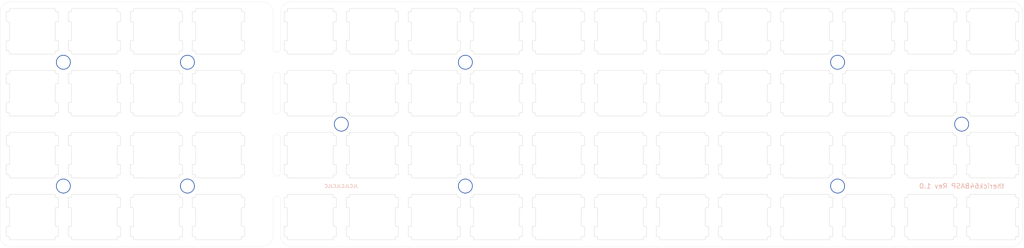
<source format=kicad_pcb>
(kicad_pcb (version 20171130) (host pcbnew "(5.1.2-1)-1")
  (layers (0 F.Cu signal) (31 B.Cu signal) (34 B.Paste user) (35 F.Paste user) (36 B.SilkS user) (37 F.SilkS user) (38 B.Mask user) (39 F.Mask user) (44 Edge.Cuts user))
  (net 0 "")
  (module acheron_Hardware:MouseBite_IPC7351 (layer F.Cu) (at 131.099655 99.179739 90)
    (fp_text reference U65)
    (fp_text value HOLE)
    (pad "" np_thru_hole circle (at 0 0 90) (size 0.8 0.8) (drill 0.8) (layers *.Cu *.Mask))
    (pad "" np_thru_hole circle (at 1.25 0 90) (size 0.8 0.8) (drill 0.8) (layers *.Cu *.Mask))
    (pad "" np_thru_hole circle (at 2.5 0 90) (size 0.8 0.8) (drill 0.8) (layers *.Cu *.Mask))
    (pad "" np_thru_hole circle (at -1.25 0 90) (size 0.8 0.8) (drill 0.8) (layers *.Cu *.Mask))
    (pad "" np_thru_hole circle (at -2.5 0 90) (size 0.8 0.8) (drill 0.8) (layers *.Cu *.Mask))
  )
  (module acheron_Hardware:MouseBite_IPC7351 (layer F.Cu) (at 131.099655 80.179789 90)
    (fp_text reference U66)
    (fp_text value HOLE)
    (pad "" np_thru_hole circle (at 0 0 90) (size 0.8 0.8) (drill 0.8) (layers *.Cu *.Mask))
    (pad "" np_thru_hole circle (at 1.25 0 90) (size 0.8 0.8) (drill 0.8) (layers *.Cu *.Mask))
    (pad "" np_thru_hole circle (at 2.5 0 90) (size 0.8 0.8) (drill 0.8) (layers *.Cu *.Mask))
    (pad "" np_thru_hole circle (at -1.25 0 90) (size 0.8 0.8) (drill 0.8) (layers *.Cu *.Mask))
    (pad "" np_thru_hole circle (at -2.5 0 90) (size 0.8 0.8) (drill 0.8) (layers *.Cu *.Mask))
  )
  (module acheron_Hardware:MouseBite_IPC7351 (layer F.Cu) (at 131.099655 61.179839 90)
    (fp_text reference U67)
    (fp_text value HOLE)
    (pad "" np_thru_hole circle (at 0 0 90) (size 0.8 0.8) (drill 0.8) (layers *.Cu *.Mask))
    (pad "" np_thru_hole circle (at 1.25 0 90) (size 0.8 0.8) (drill 0.8) (layers *.Cu *.Mask))
    (pad "" np_thru_hole circle (at 2.5 0 90) (size 0.8 0.8) (drill 0.8) (layers *.Cu *.Mask))
    (pad "" np_thru_hole circle (at -1.25 0 90) (size 0.8 0.8) (drill 0.8) (layers *.Cu *.Mask))
    (pad "" np_thru_hole circle (at -2.5 0 90) (size 0.8 0.8) (drill 0.8) (layers *.Cu *.Mask))
  )
  (module random-keyboard-parts:MX100_slot (layer F.Cu) (at 112.479704 108.679714)
    (fp_text reference U64)
    (fp_text value HOLE)
    (fp_line (start 6.7 7) (end -6.7 7) (layer Edge.Cuts) (width 0.1))
    (fp_arc (start -6.7 6.7) (end -7 6.7) (angle -90) (layer Edge.Cuts) (width 0.1))
    (fp_line (start -7 6.7) (end -7 6.3) (layer Edge.Cuts) (width 0.1))
    (fp_arc (start -6.7 -6.7) (end -6.7 -7) (angle -90) (layer Edge.Cuts) (width 0.1))
    (fp_line (start 6.7 -7) (end -6.7 -7) (layer Edge.Cuts) (width 0.1))
    (fp_line (start -7 -2.6) (end -7 2.6) (layer Edge.Cuts) (width 0.1))
    (fp_line (start -7 -6.3) (end -7 -6.7) (layer Edge.Cuts) (width 0.1))
    (fp_line (start 7 6.3) (end 7 6.7) (layer Edge.Cuts) (width 0.1))
    (fp_arc (start 6.7 -6.7) (end 7 -6.7) (angle -90) (layer Edge.Cuts) (width 0.1))
    (fp_arc (start 7.8 -3.1) (end 7.8 -2.9) (angle -90) (layer Edge.Cuts) (width 0.1))
    (fp_arc (start 7.3 -2.6) (end 7.3 -2.9) (angle -90) (layer Edge.Cuts) (width 0.1))
    (fp_line (start 7.3 -6) (end 7.7 -6) (layer Edge.Cuts) (width 0.1))
    (fp_line (start 8 -3.1) (end 8 -5.7) (layer Edge.Cuts) (width 0.1))
    (fp_line (start 7.8 -2.9) (end 7.3 -2.9) (layer Edge.Cuts) (width 0.1))
    (fp_line (start 7 2.6) (end 7 -2.6) (layer Edge.Cuts) (width 0.1))
    (fp_arc (start 6.7 6.7) (end 6.7 7) (angle -90) (layer Edge.Cuts) (width 0.1))
    (fp_arc (start 7.3 -6.3) (end 7 -6.3) (angle -90) (layer Edge.Cuts) (width 0.1))
    (fp_arc (start 7.7 -5.7) (end 8 -5.7) (angle -90) (layer Edge.Cuts) (width 0.1))
    (fp_line (start 7 -6.7) (end 7 -6.3) (layer Edge.Cuts) (width 0.1))
    (fp_arc (start 7.3 2.6) (end 7 2.6) (angle -90) (layer Edge.Cuts) (width 0.1))
    (fp_arc (start 7.7 3.2) (end 8 3.2) (angle -90) (layer Edge.Cuts) (width 0.1))
    (fp_line (start 7.8 6) (end 7.3 6) (layer Edge.Cuts) (width 0.1))
    (fp_line (start 8 5.8) (end 8 3.2) (layer Edge.Cuts) (width 0.1))
    (fp_line (start 7.3 2.9) (end 7.7 2.9) (layer Edge.Cuts) (width 0.1))
    (fp_arc (start 7.3 6.3) (end 7.3 6) (angle -90) (layer Edge.Cuts) (width 0.1))
    (fp_arc (start 7.8 5.8) (end 7.8 6) (angle -90) (layer Edge.Cuts) (width 0.1))
    (fp_arc (start -7.8 3.1) (end -7.8 2.9) (angle -90) (layer Edge.Cuts) (width 0.1))
    (fp_arc (start -7.3 2.6) (end -7.3 2.9) (angle -90) (layer Edge.Cuts) (width 0.1))
    (fp_line (start -7.3 6) (end -7.7 6) (layer Edge.Cuts) (width 0.1))
    (fp_line (start -8 3.1) (end -8 5.7) (layer Edge.Cuts) (width 0.1))
    (fp_line (start -7.8 2.9) (end -7.3 2.9) (layer Edge.Cuts) (width 0.1))
    (fp_arc (start -7.7 5.7) (end -8 5.7) (angle -90) (layer Edge.Cuts) (width 0.1))
    (fp_arc (start -7.3 6.3) (end -7 6.3) (angle -90) (layer Edge.Cuts) (width 0.1))
    (fp_line (start -7.8 -6) (end -7.3 -6) (layer Edge.Cuts) (width 0.1))
    (fp_line (start -7.3 -2.9) (end -7.7 -2.9) (layer Edge.Cuts) (width 0.1))
    (fp_line (start -8 -5.8) (end -8 -3.2) (layer Edge.Cuts) (width 0.1))
    (fp_arc (start -7.3 -6.3) (end -7.3 -6) (angle -90) (layer Edge.Cuts) (width 0.1))
    (fp_arc (start -7.3 -2.6) (end -7 -2.6) (angle -90) (layer Edge.Cuts) (width 0.1))
    (fp_arc (start -7.7 -3.2) (end -8 -3.2) (angle -90) (layer Edge.Cuts) (width 0.1))
    (fp_arc (start -7.8 -5.8) (end -7.8 -6) (angle -90) (layer Edge.Cuts) (width 0.1))
  )
  (module random-keyboard-parts:MX100_slot (layer F.Cu) (at 93.479754 108.679714)
    (fp_text reference U63)
    (fp_text value HOLE)
    (fp_line (start 6.7 7) (end -6.7 7) (layer Edge.Cuts) (width 0.1))
    (fp_arc (start -6.7 6.7) (end -7 6.7) (angle -90) (layer Edge.Cuts) (width 0.1))
    (fp_line (start -7 6.7) (end -7 6.3) (layer Edge.Cuts) (width 0.1))
    (fp_arc (start -6.7 -6.7) (end -6.7 -7) (angle -90) (layer Edge.Cuts) (width 0.1))
    (fp_line (start 6.7 -7) (end -6.7 -7) (layer Edge.Cuts) (width 0.1))
    (fp_line (start -7 -2.6) (end -7 2.6) (layer Edge.Cuts) (width 0.1))
    (fp_line (start -7 -6.3) (end -7 -6.7) (layer Edge.Cuts) (width 0.1))
    (fp_line (start 7 6.3) (end 7 6.7) (layer Edge.Cuts) (width 0.1))
    (fp_arc (start 6.7 -6.7) (end 7 -6.7) (angle -90) (layer Edge.Cuts) (width 0.1))
    (fp_arc (start 7.8 -3.1) (end 7.8 -2.9) (angle -90) (layer Edge.Cuts) (width 0.1))
    (fp_arc (start 7.3 -2.6) (end 7.3 -2.9) (angle -90) (layer Edge.Cuts) (width 0.1))
    (fp_line (start 7.3 -6) (end 7.7 -6) (layer Edge.Cuts) (width 0.1))
    (fp_line (start 8 -3.1) (end 8 -5.7) (layer Edge.Cuts) (width 0.1))
    (fp_line (start 7.8 -2.9) (end 7.3 -2.9) (layer Edge.Cuts) (width 0.1))
    (fp_line (start 7 2.6) (end 7 -2.6) (layer Edge.Cuts) (width 0.1))
    (fp_arc (start 6.7 6.7) (end 6.7 7) (angle -90) (layer Edge.Cuts) (width 0.1))
    (fp_arc (start 7.3 -6.3) (end 7 -6.3) (angle -90) (layer Edge.Cuts) (width 0.1))
    (fp_arc (start 7.7 -5.7) (end 8 -5.7) (angle -90) (layer Edge.Cuts) (width 0.1))
    (fp_line (start 7 -6.7) (end 7 -6.3) (layer Edge.Cuts) (width 0.1))
    (fp_arc (start 7.3 2.6) (end 7 2.6) (angle -90) (layer Edge.Cuts) (width 0.1))
    (fp_arc (start 7.7 3.2) (end 8 3.2) (angle -90) (layer Edge.Cuts) (width 0.1))
    (fp_line (start 7.8 6) (end 7.3 6) (layer Edge.Cuts) (width 0.1))
    (fp_line (start 8 5.8) (end 8 3.2) (layer Edge.Cuts) (width 0.1))
    (fp_line (start 7.3 2.9) (end 7.7 2.9) (layer Edge.Cuts) (width 0.1))
    (fp_arc (start 7.3 6.3) (end 7.3 6) (angle -90) (layer Edge.Cuts) (width 0.1))
    (fp_arc (start 7.8 5.8) (end 7.8 6) (angle -90) (layer Edge.Cuts) (width 0.1))
    (fp_arc (start -7.8 3.1) (end -7.8 2.9) (angle -90) (layer Edge.Cuts) (width 0.1))
    (fp_arc (start -7.3 2.6) (end -7.3 2.9) (angle -90) (layer Edge.Cuts) (width 0.1))
    (fp_line (start -7.3 6) (end -7.7 6) (layer Edge.Cuts) (width 0.1))
    (fp_line (start -8 3.1) (end -8 5.7) (layer Edge.Cuts) (width 0.1))
    (fp_line (start -7.8 2.9) (end -7.3 2.9) (layer Edge.Cuts) (width 0.1))
    (fp_arc (start -7.7 5.7) (end -8 5.7) (angle -90) (layer Edge.Cuts) (width 0.1))
    (fp_arc (start -7.3 6.3) (end -7 6.3) (angle -90) (layer Edge.Cuts) (width 0.1))
    (fp_line (start -7.8 -6) (end -7.3 -6) (layer Edge.Cuts) (width 0.1))
    (fp_line (start -7.3 -2.9) (end -7.7 -2.9) (layer Edge.Cuts) (width 0.1))
    (fp_line (start -8 -5.8) (end -8 -3.2) (layer Edge.Cuts) (width 0.1))
    (fp_arc (start -7.3 -6.3) (end -7.3 -6) (angle -90) (layer Edge.Cuts) (width 0.1))
    (fp_arc (start -7.3 -2.6) (end -7 -2.6) (angle -90) (layer Edge.Cuts) (width 0.1))
    (fp_arc (start -7.7 -3.2) (end -8 -3.2) (angle -90) (layer Edge.Cuts) (width 0.1))
    (fp_arc (start -7.8 -5.8) (end -7.8 -6) (angle -90) (layer Edge.Cuts) (width 0.1))
  )
  (module random-keyboard-parts:MX100_slot (layer F.Cu) (at 74.479804 108.679714)
    (fp_text reference U62)
    (fp_text value HOLE)
    (fp_line (start 6.7 7) (end -6.7 7) (layer Edge.Cuts) (width 0.1))
    (fp_arc (start -6.7 6.7) (end -7 6.7) (angle -90) (layer Edge.Cuts) (width 0.1))
    (fp_line (start -7 6.7) (end -7 6.3) (layer Edge.Cuts) (width 0.1))
    (fp_arc (start -6.7 -6.7) (end -6.7 -7) (angle -90) (layer Edge.Cuts) (width 0.1))
    (fp_line (start 6.7 -7) (end -6.7 -7) (layer Edge.Cuts) (width 0.1))
    (fp_line (start -7 -2.6) (end -7 2.6) (layer Edge.Cuts) (width 0.1))
    (fp_line (start -7 -6.3) (end -7 -6.7) (layer Edge.Cuts) (width 0.1))
    (fp_line (start 7 6.3) (end 7 6.7) (layer Edge.Cuts) (width 0.1))
    (fp_arc (start 6.7 -6.7) (end 7 -6.7) (angle -90) (layer Edge.Cuts) (width 0.1))
    (fp_arc (start 7.8 -3.1) (end 7.8 -2.9) (angle -90) (layer Edge.Cuts) (width 0.1))
    (fp_arc (start 7.3 -2.6) (end 7.3 -2.9) (angle -90) (layer Edge.Cuts) (width 0.1))
    (fp_line (start 7.3 -6) (end 7.7 -6) (layer Edge.Cuts) (width 0.1))
    (fp_line (start 8 -3.1) (end 8 -5.7) (layer Edge.Cuts) (width 0.1))
    (fp_line (start 7.8 -2.9) (end 7.3 -2.9) (layer Edge.Cuts) (width 0.1))
    (fp_line (start 7 2.6) (end 7 -2.6) (layer Edge.Cuts) (width 0.1))
    (fp_arc (start 6.7 6.7) (end 6.7 7) (angle -90) (layer Edge.Cuts) (width 0.1))
    (fp_arc (start 7.3 -6.3) (end 7 -6.3) (angle -90) (layer Edge.Cuts) (width 0.1))
    (fp_arc (start 7.7 -5.7) (end 8 -5.7) (angle -90) (layer Edge.Cuts) (width 0.1))
    (fp_line (start 7 -6.7) (end 7 -6.3) (layer Edge.Cuts) (width 0.1))
    (fp_arc (start 7.3 2.6) (end 7 2.6) (angle -90) (layer Edge.Cuts) (width 0.1))
    (fp_arc (start 7.7 3.2) (end 8 3.2) (angle -90) (layer Edge.Cuts) (width 0.1))
    (fp_line (start 7.8 6) (end 7.3 6) (layer Edge.Cuts) (width 0.1))
    (fp_line (start 8 5.8) (end 8 3.2) (layer Edge.Cuts) (width 0.1))
    (fp_line (start 7.3 2.9) (end 7.7 2.9) (layer Edge.Cuts) (width 0.1))
    (fp_arc (start 7.3 6.3) (end 7.3 6) (angle -90) (layer Edge.Cuts) (width 0.1))
    (fp_arc (start 7.8 5.8) (end 7.8 6) (angle -90) (layer Edge.Cuts) (width 0.1))
    (fp_arc (start -7.8 3.1) (end -7.8 2.9) (angle -90) (layer Edge.Cuts) (width 0.1))
    (fp_arc (start -7.3 2.6) (end -7.3 2.9) (angle -90) (layer Edge.Cuts) (width 0.1))
    (fp_line (start -7.3 6) (end -7.7 6) (layer Edge.Cuts) (width 0.1))
    (fp_line (start -8 3.1) (end -8 5.7) (layer Edge.Cuts) (width 0.1))
    (fp_line (start -7.8 2.9) (end -7.3 2.9) (layer Edge.Cuts) (width 0.1))
    (fp_arc (start -7.7 5.7) (end -8 5.7) (angle -90) (layer Edge.Cuts) (width 0.1))
    (fp_arc (start -7.3 6.3) (end -7 6.3) (angle -90) (layer Edge.Cuts) (width 0.1))
    (fp_line (start -7.8 -6) (end -7.3 -6) (layer Edge.Cuts) (width 0.1))
    (fp_line (start -7.3 -2.9) (end -7.7 -2.9) (layer Edge.Cuts) (width 0.1))
    (fp_line (start -8 -5.8) (end -8 -3.2) (layer Edge.Cuts) (width 0.1))
    (fp_arc (start -7.3 -6.3) (end -7.3 -6) (angle -90) (layer Edge.Cuts) (width 0.1))
    (fp_arc (start -7.3 -2.6) (end -7 -2.6) (angle -90) (layer Edge.Cuts) (width 0.1))
    (fp_arc (start -7.7 -3.2) (end -8 -3.2) (angle -90) (layer Edge.Cuts) (width 0.1))
    (fp_arc (start -7.8 -5.8) (end -7.8 -6) (angle -90) (layer Edge.Cuts) (width 0.1))
  )
  (module random-keyboard-parts:MX100_slot (layer F.Cu) (at 55.479854 108.679714)
    (fp_text reference U61)
    (fp_text value HOLE)
    (fp_line (start 6.7 7) (end -6.7 7) (layer Edge.Cuts) (width 0.1))
    (fp_arc (start -6.7 6.7) (end -7 6.7) (angle -90) (layer Edge.Cuts) (width 0.1))
    (fp_line (start -7 6.7) (end -7 6.3) (layer Edge.Cuts) (width 0.1))
    (fp_arc (start -6.7 -6.7) (end -6.7 -7) (angle -90) (layer Edge.Cuts) (width 0.1))
    (fp_line (start 6.7 -7) (end -6.7 -7) (layer Edge.Cuts) (width 0.1))
    (fp_line (start -7 -2.6) (end -7 2.6) (layer Edge.Cuts) (width 0.1))
    (fp_line (start -7 -6.3) (end -7 -6.7) (layer Edge.Cuts) (width 0.1))
    (fp_line (start 7 6.3) (end 7 6.7) (layer Edge.Cuts) (width 0.1))
    (fp_arc (start 6.7 -6.7) (end 7 -6.7) (angle -90) (layer Edge.Cuts) (width 0.1))
    (fp_arc (start 7.8 -3.1) (end 7.8 -2.9) (angle -90) (layer Edge.Cuts) (width 0.1))
    (fp_arc (start 7.3 -2.6) (end 7.3 -2.9) (angle -90) (layer Edge.Cuts) (width 0.1))
    (fp_line (start 7.3 -6) (end 7.7 -6) (layer Edge.Cuts) (width 0.1))
    (fp_line (start 8 -3.1) (end 8 -5.7) (layer Edge.Cuts) (width 0.1))
    (fp_line (start 7.8 -2.9) (end 7.3 -2.9) (layer Edge.Cuts) (width 0.1))
    (fp_line (start 7 2.6) (end 7 -2.6) (layer Edge.Cuts) (width 0.1))
    (fp_arc (start 6.7 6.7) (end 6.7 7) (angle -90) (layer Edge.Cuts) (width 0.1))
    (fp_arc (start 7.3 -6.3) (end 7 -6.3) (angle -90) (layer Edge.Cuts) (width 0.1))
    (fp_arc (start 7.7 -5.7) (end 8 -5.7) (angle -90) (layer Edge.Cuts) (width 0.1))
    (fp_line (start 7 -6.7) (end 7 -6.3) (layer Edge.Cuts) (width 0.1))
    (fp_arc (start 7.3 2.6) (end 7 2.6) (angle -90) (layer Edge.Cuts) (width 0.1))
    (fp_arc (start 7.7 3.2) (end 8 3.2) (angle -90) (layer Edge.Cuts) (width 0.1))
    (fp_line (start 7.8 6) (end 7.3 6) (layer Edge.Cuts) (width 0.1))
    (fp_line (start 8 5.8) (end 8 3.2) (layer Edge.Cuts) (width 0.1))
    (fp_line (start 7.3 2.9) (end 7.7 2.9) (layer Edge.Cuts) (width 0.1))
    (fp_arc (start 7.3 6.3) (end 7.3 6) (angle -90) (layer Edge.Cuts) (width 0.1))
    (fp_arc (start 7.8 5.8) (end 7.8 6) (angle -90) (layer Edge.Cuts) (width 0.1))
    (fp_arc (start -7.8 3.1) (end -7.8 2.9) (angle -90) (layer Edge.Cuts) (width 0.1))
    (fp_arc (start -7.3 2.6) (end -7.3 2.9) (angle -90) (layer Edge.Cuts) (width 0.1))
    (fp_line (start -7.3 6) (end -7.7 6) (layer Edge.Cuts) (width 0.1))
    (fp_line (start -8 3.1) (end -8 5.7) (layer Edge.Cuts) (width 0.1))
    (fp_line (start -7.8 2.9) (end -7.3 2.9) (layer Edge.Cuts) (width 0.1))
    (fp_arc (start -7.7 5.7) (end -8 5.7) (angle -90) (layer Edge.Cuts) (width 0.1))
    (fp_arc (start -7.3 6.3) (end -7 6.3) (angle -90) (layer Edge.Cuts) (width 0.1))
    (fp_line (start -7.8 -6) (end -7.3 -6) (layer Edge.Cuts) (width 0.1))
    (fp_line (start -7.3 -2.9) (end -7.7 -2.9) (layer Edge.Cuts) (width 0.1))
    (fp_line (start -8 -5.8) (end -8 -3.2) (layer Edge.Cuts) (width 0.1))
    (fp_arc (start -7.3 -6.3) (end -7.3 -6) (angle -90) (layer Edge.Cuts) (width 0.1))
    (fp_arc (start -7.3 -2.6) (end -7 -2.6) (angle -90) (layer Edge.Cuts) (width 0.1))
    (fp_arc (start -7.7 -3.2) (end -8 -3.2) (angle -90) (layer Edge.Cuts) (width 0.1))
    (fp_arc (start -7.8 -5.8) (end -7.8 -6) (angle -90) (layer Edge.Cuts) (width 0.1))
  )
  (module random-keyboard-parts:MX100_slot (layer F.Cu) (at 112.479704 89.679764)
    (fp_text reference U60)
    (fp_text value HOLE)
    (fp_line (start 6.7 7) (end -6.7 7) (layer Edge.Cuts) (width 0.1))
    (fp_arc (start -6.7 6.7) (end -7 6.7) (angle -90) (layer Edge.Cuts) (width 0.1))
    (fp_line (start -7 6.7) (end -7 6.3) (layer Edge.Cuts) (width 0.1))
    (fp_arc (start -6.7 -6.7) (end -6.7 -7) (angle -90) (layer Edge.Cuts) (width 0.1))
    (fp_line (start 6.7 -7) (end -6.7 -7) (layer Edge.Cuts) (width 0.1))
    (fp_line (start -7 -2.6) (end -7 2.6) (layer Edge.Cuts) (width 0.1))
    (fp_line (start -7 -6.3) (end -7 -6.7) (layer Edge.Cuts) (width 0.1))
    (fp_line (start 7 6.3) (end 7 6.7) (layer Edge.Cuts) (width 0.1))
    (fp_arc (start 6.7 -6.7) (end 7 -6.7) (angle -90) (layer Edge.Cuts) (width 0.1))
    (fp_arc (start 7.8 -3.1) (end 7.8 -2.9) (angle -90) (layer Edge.Cuts) (width 0.1))
    (fp_arc (start 7.3 -2.6) (end 7.3 -2.9) (angle -90) (layer Edge.Cuts) (width 0.1))
    (fp_line (start 7.3 -6) (end 7.7 -6) (layer Edge.Cuts) (width 0.1))
    (fp_line (start 8 -3.1) (end 8 -5.7) (layer Edge.Cuts) (width 0.1))
    (fp_line (start 7.8 -2.9) (end 7.3 -2.9) (layer Edge.Cuts) (width 0.1))
    (fp_line (start 7 2.6) (end 7 -2.6) (layer Edge.Cuts) (width 0.1))
    (fp_arc (start 6.7 6.7) (end 6.7 7) (angle -90) (layer Edge.Cuts) (width 0.1))
    (fp_arc (start 7.3 -6.3) (end 7 -6.3) (angle -90) (layer Edge.Cuts) (width 0.1))
    (fp_arc (start 7.7 -5.7) (end 8 -5.7) (angle -90) (layer Edge.Cuts) (width 0.1))
    (fp_line (start 7 -6.7) (end 7 -6.3) (layer Edge.Cuts) (width 0.1))
    (fp_arc (start 7.3 2.6) (end 7 2.6) (angle -90) (layer Edge.Cuts) (width 0.1))
    (fp_arc (start 7.7 3.2) (end 8 3.2) (angle -90) (layer Edge.Cuts) (width 0.1))
    (fp_line (start 7.8 6) (end 7.3 6) (layer Edge.Cuts) (width 0.1))
    (fp_line (start 8 5.8) (end 8 3.2) (layer Edge.Cuts) (width 0.1))
    (fp_line (start 7.3 2.9) (end 7.7 2.9) (layer Edge.Cuts) (width 0.1))
    (fp_arc (start 7.3 6.3) (end 7.3 6) (angle -90) (layer Edge.Cuts) (width 0.1))
    (fp_arc (start 7.8 5.8) (end 7.8 6) (angle -90) (layer Edge.Cuts) (width 0.1))
    (fp_arc (start -7.8 3.1) (end -7.8 2.9) (angle -90) (layer Edge.Cuts) (width 0.1))
    (fp_arc (start -7.3 2.6) (end -7.3 2.9) (angle -90) (layer Edge.Cuts) (width 0.1))
    (fp_line (start -7.3 6) (end -7.7 6) (layer Edge.Cuts) (width 0.1))
    (fp_line (start -8 3.1) (end -8 5.7) (layer Edge.Cuts) (width 0.1))
    (fp_line (start -7.8 2.9) (end -7.3 2.9) (layer Edge.Cuts) (width 0.1))
    (fp_arc (start -7.7 5.7) (end -8 5.7) (angle -90) (layer Edge.Cuts) (width 0.1))
    (fp_arc (start -7.3 6.3) (end -7 6.3) (angle -90) (layer Edge.Cuts) (width 0.1))
    (fp_line (start -7.8 -6) (end -7.3 -6) (layer Edge.Cuts) (width 0.1))
    (fp_line (start -7.3 -2.9) (end -7.7 -2.9) (layer Edge.Cuts) (width 0.1))
    (fp_line (start -8 -5.8) (end -8 -3.2) (layer Edge.Cuts) (width 0.1))
    (fp_arc (start -7.3 -6.3) (end -7.3 -6) (angle -90) (layer Edge.Cuts) (width 0.1))
    (fp_arc (start -7.3 -2.6) (end -7 -2.6) (angle -90) (layer Edge.Cuts) (width 0.1))
    (fp_arc (start -7.7 -3.2) (end -8 -3.2) (angle -90) (layer Edge.Cuts) (width 0.1))
    (fp_arc (start -7.8 -5.8) (end -7.8 -6) (angle -90) (layer Edge.Cuts) (width 0.1))
  )
  (module random-keyboard-parts:MX100_slot (layer F.Cu) (at 93.479754 89.679764)
    (fp_text reference U59)
    (fp_text value HOLE)
    (fp_line (start 6.7 7) (end -6.7 7) (layer Edge.Cuts) (width 0.1))
    (fp_arc (start -6.7 6.7) (end -7 6.7) (angle -90) (layer Edge.Cuts) (width 0.1))
    (fp_line (start -7 6.7) (end -7 6.3) (layer Edge.Cuts) (width 0.1))
    (fp_arc (start -6.7 -6.7) (end -6.7 -7) (angle -90) (layer Edge.Cuts) (width 0.1))
    (fp_line (start 6.7 -7) (end -6.7 -7) (layer Edge.Cuts) (width 0.1))
    (fp_line (start -7 -2.6) (end -7 2.6) (layer Edge.Cuts) (width 0.1))
    (fp_line (start -7 -6.3) (end -7 -6.7) (layer Edge.Cuts) (width 0.1))
    (fp_line (start 7 6.3) (end 7 6.7) (layer Edge.Cuts) (width 0.1))
    (fp_arc (start 6.7 -6.7) (end 7 -6.7) (angle -90) (layer Edge.Cuts) (width 0.1))
    (fp_arc (start 7.8 -3.1) (end 7.8 -2.9) (angle -90) (layer Edge.Cuts) (width 0.1))
    (fp_arc (start 7.3 -2.6) (end 7.3 -2.9) (angle -90) (layer Edge.Cuts) (width 0.1))
    (fp_line (start 7.3 -6) (end 7.7 -6) (layer Edge.Cuts) (width 0.1))
    (fp_line (start 8 -3.1) (end 8 -5.7) (layer Edge.Cuts) (width 0.1))
    (fp_line (start 7.8 -2.9) (end 7.3 -2.9) (layer Edge.Cuts) (width 0.1))
    (fp_line (start 7 2.6) (end 7 -2.6) (layer Edge.Cuts) (width 0.1))
    (fp_arc (start 6.7 6.7) (end 6.7 7) (angle -90) (layer Edge.Cuts) (width 0.1))
    (fp_arc (start 7.3 -6.3) (end 7 -6.3) (angle -90) (layer Edge.Cuts) (width 0.1))
    (fp_arc (start 7.7 -5.7) (end 8 -5.7) (angle -90) (layer Edge.Cuts) (width 0.1))
    (fp_line (start 7 -6.7) (end 7 -6.3) (layer Edge.Cuts) (width 0.1))
    (fp_arc (start 7.3 2.6) (end 7 2.6) (angle -90) (layer Edge.Cuts) (width 0.1))
    (fp_arc (start 7.7 3.2) (end 8 3.2) (angle -90) (layer Edge.Cuts) (width 0.1))
    (fp_line (start 7.8 6) (end 7.3 6) (layer Edge.Cuts) (width 0.1))
    (fp_line (start 8 5.8) (end 8 3.2) (layer Edge.Cuts) (width 0.1))
    (fp_line (start 7.3 2.9) (end 7.7 2.9) (layer Edge.Cuts) (width 0.1))
    (fp_arc (start 7.3 6.3) (end 7.3 6) (angle -90) (layer Edge.Cuts) (width 0.1))
    (fp_arc (start 7.8 5.8) (end 7.8 6) (angle -90) (layer Edge.Cuts) (width 0.1))
    (fp_arc (start -7.8 3.1) (end -7.8 2.9) (angle -90) (layer Edge.Cuts) (width 0.1))
    (fp_arc (start -7.3 2.6) (end -7.3 2.9) (angle -90) (layer Edge.Cuts) (width 0.1))
    (fp_line (start -7.3 6) (end -7.7 6) (layer Edge.Cuts) (width 0.1))
    (fp_line (start -8 3.1) (end -8 5.7) (layer Edge.Cuts) (width 0.1))
    (fp_line (start -7.8 2.9) (end -7.3 2.9) (layer Edge.Cuts) (width 0.1))
    (fp_arc (start -7.7 5.7) (end -8 5.7) (angle -90) (layer Edge.Cuts) (width 0.1))
    (fp_arc (start -7.3 6.3) (end -7 6.3) (angle -90) (layer Edge.Cuts) (width 0.1))
    (fp_line (start -7.8 -6) (end -7.3 -6) (layer Edge.Cuts) (width 0.1))
    (fp_line (start -7.3 -2.9) (end -7.7 -2.9) (layer Edge.Cuts) (width 0.1))
    (fp_line (start -8 -5.8) (end -8 -3.2) (layer Edge.Cuts) (width 0.1))
    (fp_arc (start -7.3 -6.3) (end -7.3 -6) (angle -90) (layer Edge.Cuts) (width 0.1))
    (fp_arc (start -7.3 -2.6) (end -7 -2.6) (angle -90) (layer Edge.Cuts) (width 0.1))
    (fp_arc (start -7.7 -3.2) (end -8 -3.2) (angle -90) (layer Edge.Cuts) (width 0.1))
    (fp_arc (start -7.8 -5.8) (end -7.8 -6) (angle -90) (layer Edge.Cuts) (width 0.1))
  )
  (module random-keyboard-parts:MX100_slot (layer F.Cu) (at 74.479804 89.679764)
    (fp_text reference U58)
    (fp_text value HOLE)
    (fp_line (start 6.7 7) (end -6.7 7) (layer Edge.Cuts) (width 0.1))
    (fp_arc (start -6.7 6.7) (end -7 6.7) (angle -90) (layer Edge.Cuts) (width 0.1))
    (fp_line (start -7 6.7) (end -7 6.3) (layer Edge.Cuts) (width 0.1))
    (fp_arc (start -6.7 -6.7) (end -6.7 -7) (angle -90) (layer Edge.Cuts) (width 0.1))
    (fp_line (start 6.7 -7) (end -6.7 -7) (layer Edge.Cuts) (width 0.1))
    (fp_line (start -7 -2.6) (end -7 2.6) (layer Edge.Cuts) (width 0.1))
    (fp_line (start -7 -6.3) (end -7 -6.7) (layer Edge.Cuts) (width 0.1))
    (fp_line (start 7 6.3) (end 7 6.7) (layer Edge.Cuts) (width 0.1))
    (fp_arc (start 6.7 -6.7) (end 7 -6.7) (angle -90) (layer Edge.Cuts) (width 0.1))
    (fp_arc (start 7.8 -3.1) (end 7.8 -2.9) (angle -90) (layer Edge.Cuts) (width 0.1))
    (fp_arc (start 7.3 -2.6) (end 7.3 -2.9) (angle -90) (layer Edge.Cuts) (width 0.1))
    (fp_line (start 7.3 -6) (end 7.7 -6) (layer Edge.Cuts) (width 0.1))
    (fp_line (start 8 -3.1) (end 8 -5.7) (layer Edge.Cuts) (width 0.1))
    (fp_line (start 7.8 -2.9) (end 7.3 -2.9) (layer Edge.Cuts) (width 0.1))
    (fp_line (start 7 2.6) (end 7 -2.6) (layer Edge.Cuts) (width 0.1))
    (fp_arc (start 6.7 6.7) (end 6.7 7) (angle -90) (layer Edge.Cuts) (width 0.1))
    (fp_arc (start 7.3 -6.3) (end 7 -6.3) (angle -90) (layer Edge.Cuts) (width 0.1))
    (fp_arc (start 7.7 -5.7) (end 8 -5.7) (angle -90) (layer Edge.Cuts) (width 0.1))
    (fp_line (start 7 -6.7) (end 7 -6.3) (layer Edge.Cuts) (width 0.1))
    (fp_arc (start 7.3 2.6) (end 7 2.6) (angle -90) (layer Edge.Cuts) (width 0.1))
    (fp_arc (start 7.7 3.2) (end 8 3.2) (angle -90) (layer Edge.Cuts) (width 0.1))
    (fp_line (start 7.8 6) (end 7.3 6) (layer Edge.Cuts) (width 0.1))
    (fp_line (start 8 5.8) (end 8 3.2) (layer Edge.Cuts) (width 0.1))
    (fp_line (start 7.3 2.9) (end 7.7 2.9) (layer Edge.Cuts) (width 0.1))
    (fp_arc (start 7.3 6.3) (end 7.3 6) (angle -90) (layer Edge.Cuts) (width 0.1))
    (fp_arc (start 7.8 5.8) (end 7.8 6) (angle -90) (layer Edge.Cuts) (width 0.1))
    (fp_arc (start -7.8 3.1) (end -7.8 2.9) (angle -90) (layer Edge.Cuts) (width 0.1))
    (fp_arc (start -7.3 2.6) (end -7.3 2.9) (angle -90) (layer Edge.Cuts) (width 0.1))
    (fp_line (start -7.3 6) (end -7.7 6) (layer Edge.Cuts) (width 0.1))
    (fp_line (start -8 3.1) (end -8 5.7) (layer Edge.Cuts) (width 0.1))
    (fp_line (start -7.8 2.9) (end -7.3 2.9) (layer Edge.Cuts) (width 0.1))
    (fp_arc (start -7.7 5.7) (end -8 5.7) (angle -90) (layer Edge.Cuts) (width 0.1))
    (fp_arc (start -7.3 6.3) (end -7 6.3) (angle -90) (layer Edge.Cuts) (width 0.1))
    (fp_line (start -7.8 -6) (end -7.3 -6) (layer Edge.Cuts) (width 0.1))
    (fp_line (start -7.3 -2.9) (end -7.7 -2.9) (layer Edge.Cuts) (width 0.1))
    (fp_line (start -8 -5.8) (end -8 -3.2) (layer Edge.Cuts) (width 0.1))
    (fp_arc (start -7.3 -6.3) (end -7.3 -6) (angle -90) (layer Edge.Cuts) (width 0.1))
    (fp_arc (start -7.3 -2.6) (end -7 -2.6) (angle -90) (layer Edge.Cuts) (width 0.1))
    (fp_arc (start -7.7 -3.2) (end -8 -3.2) (angle -90) (layer Edge.Cuts) (width 0.1))
    (fp_arc (start -7.8 -5.8) (end -7.8 -6) (angle -90) (layer Edge.Cuts) (width 0.1))
  )
  (module random-keyboard-parts:MX100_slot (layer F.Cu) (at 55.479854 89.679764)
    (fp_text reference U57)
    (fp_text value HOLE)
    (fp_line (start 6.7 7) (end -6.7 7) (layer Edge.Cuts) (width 0.1))
    (fp_arc (start -6.7 6.7) (end -7 6.7) (angle -90) (layer Edge.Cuts) (width 0.1))
    (fp_line (start -7 6.7) (end -7 6.3) (layer Edge.Cuts) (width 0.1))
    (fp_arc (start -6.7 -6.7) (end -6.7 -7) (angle -90) (layer Edge.Cuts) (width 0.1))
    (fp_line (start 6.7 -7) (end -6.7 -7) (layer Edge.Cuts) (width 0.1))
    (fp_line (start -7 -2.6) (end -7 2.6) (layer Edge.Cuts) (width 0.1))
    (fp_line (start -7 -6.3) (end -7 -6.7) (layer Edge.Cuts) (width 0.1))
    (fp_line (start 7 6.3) (end 7 6.7) (layer Edge.Cuts) (width 0.1))
    (fp_arc (start 6.7 -6.7) (end 7 -6.7) (angle -90) (layer Edge.Cuts) (width 0.1))
    (fp_arc (start 7.8 -3.1) (end 7.8 -2.9) (angle -90) (layer Edge.Cuts) (width 0.1))
    (fp_arc (start 7.3 -2.6) (end 7.3 -2.9) (angle -90) (layer Edge.Cuts) (width 0.1))
    (fp_line (start 7.3 -6) (end 7.7 -6) (layer Edge.Cuts) (width 0.1))
    (fp_line (start 8 -3.1) (end 8 -5.7) (layer Edge.Cuts) (width 0.1))
    (fp_line (start 7.8 -2.9) (end 7.3 -2.9) (layer Edge.Cuts) (width 0.1))
    (fp_line (start 7 2.6) (end 7 -2.6) (layer Edge.Cuts) (width 0.1))
    (fp_arc (start 6.7 6.7) (end 6.7 7) (angle -90) (layer Edge.Cuts) (width 0.1))
    (fp_arc (start 7.3 -6.3) (end 7 -6.3) (angle -90) (layer Edge.Cuts) (width 0.1))
    (fp_arc (start 7.7 -5.7) (end 8 -5.7) (angle -90) (layer Edge.Cuts) (width 0.1))
    (fp_line (start 7 -6.7) (end 7 -6.3) (layer Edge.Cuts) (width 0.1))
    (fp_arc (start 7.3 2.6) (end 7 2.6) (angle -90) (layer Edge.Cuts) (width 0.1))
    (fp_arc (start 7.7 3.2) (end 8 3.2) (angle -90) (layer Edge.Cuts) (width 0.1))
    (fp_line (start 7.8 6) (end 7.3 6) (layer Edge.Cuts) (width 0.1))
    (fp_line (start 8 5.8) (end 8 3.2) (layer Edge.Cuts) (width 0.1))
    (fp_line (start 7.3 2.9) (end 7.7 2.9) (layer Edge.Cuts) (width 0.1))
    (fp_arc (start 7.3 6.3) (end 7.3 6) (angle -90) (layer Edge.Cuts) (width 0.1))
    (fp_arc (start 7.8 5.8) (end 7.8 6) (angle -90) (layer Edge.Cuts) (width 0.1))
    (fp_arc (start -7.8 3.1) (end -7.8 2.9) (angle -90) (layer Edge.Cuts) (width 0.1))
    (fp_arc (start -7.3 2.6) (end -7.3 2.9) (angle -90) (layer Edge.Cuts) (width 0.1))
    (fp_line (start -7.3 6) (end -7.7 6) (layer Edge.Cuts) (width 0.1))
    (fp_line (start -8 3.1) (end -8 5.7) (layer Edge.Cuts) (width 0.1))
    (fp_line (start -7.8 2.9) (end -7.3 2.9) (layer Edge.Cuts) (width 0.1))
    (fp_arc (start -7.7 5.7) (end -8 5.7) (angle -90) (layer Edge.Cuts) (width 0.1))
    (fp_arc (start -7.3 6.3) (end -7 6.3) (angle -90) (layer Edge.Cuts) (width 0.1))
    (fp_line (start -7.8 -6) (end -7.3 -6) (layer Edge.Cuts) (width 0.1))
    (fp_line (start -7.3 -2.9) (end -7.7 -2.9) (layer Edge.Cuts) (width 0.1))
    (fp_line (start -8 -5.8) (end -8 -3.2) (layer Edge.Cuts) (width 0.1))
    (fp_arc (start -7.3 -6.3) (end -7.3 -6) (angle -90) (layer Edge.Cuts) (width 0.1))
    (fp_arc (start -7.3 -2.6) (end -7 -2.6) (angle -90) (layer Edge.Cuts) (width 0.1))
    (fp_arc (start -7.7 -3.2) (end -8 -3.2) (angle -90) (layer Edge.Cuts) (width 0.1))
    (fp_arc (start -7.8 -5.8) (end -7.8 -6) (angle -90) (layer Edge.Cuts) (width 0.1))
  )
  (module random-keyboard-parts:MX100_slot (layer F.Cu) (at 112.479704 70.679814)
    (fp_text reference U56)
    (fp_text value HOLE)
    (fp_line (start 6.7 7) (end -6.7 7) (layer Edge.Cuts) (width 0.1))
    (fp_arc (start -6.7 6.7) (end -7 6.7) (angle -90) (layer Edge.Cuts) (width 0.1))
    (fp_line (start -7 6.7) (end -7 6.3) (layer Edge.Cuts) (width 0.1))
    (fp_arc (start -6.7 -6.7) (end -6.7 -7) (angle -90) (layer Edge.Cuts) (width 0.1))
    (fp_line (start 6.7 -7) (end -6.7 -7) (layer Edge.Cuts) (width 0.1))
    (fp_line (start -7 -2.6) (end -7 2.6) (layer Edge.Cuts) (width 0.1))
    (fp_line (start -7 -6.3) (end -7 -6.7) (layer Edge.Cuts) (width 0.1))
    (fp_line (start 7 6.3) (end 7 6.7) (layer Edge.Cuts) (width 0.1))
    (fp_arc (start 6.7 -6.7) (end 7 -6.7) (angle -90) (layer Edge.Cuts) (width 0.1))
    (fp_arc (start 7.8 -3.1) (end 7.8 -2.9) (angle -90) (layer Edge.Cuts) (width 0.1))
    (fp_arc (start 7.3 -2.6) (end 7.3 -2.9) (angle -90) (layer Edge.Cuts) (width 0.1))
    (fp_line (start 7.3 -6) (end 7.7 -6) (layer Edge.Cuts) (width 0.1))
    (fp_line (start 8 -3.1) (end 8 -5.7) (layer Edge.Cuts) (width 0.1))
    (fp_line (start 7.8 -2.9) (end 7.3 -2.9) (layer Edge.Cuts) (width 0.1))
    (fp_line (start 7 2.6) (end 7 -2.6) (layer Edge.Cuts) (width 0.1))
    (fp_arc (start 6.7 6.7) (end 6.7 7) (angle -90) (layer Edge.Cuts) (width 0.1))
    (fp_arc (start 7.3 -6.3) (end 7 -6.3) (angle -90) (layer Edge.Cuts) (width 0.1))
    (fp_arc (start 7.7 -5.7) (end 8 -5.7) (angle -90) (layer Edge.Cuts) (width 0.1))
    (fp_line (start 7 -6.7) (end 7 -6.3) (layer Edge.Cuts) (width 0.1))
    (fp_arc (start 7.3 2.6) (end 7 2.6) (angle -90) (layer Edge.Cuts) (width 0.1))
    (fp_arc (start 7.7 3.2) (end 8 3.2) (angle -90) (layer Edge.Cuts) (width 0.1))
    (fp_line (start 7.8 6) (end 7.3 6) (layer Edge.Cuts) (width 0.1))
    (fp_line (start 8 5.8) (end 8 3.2) (layer Edge.Cuts) (width 0.1))
    (fp_line (start 7.3 2.9) (end 7.7 2.9) (layer Edge.Cuts) (width 0.1))
    (fp_arc (start 7.3 6.3) (end 7.3 6) (angle -90) (layer Edge.Cuts) (width 0.1))
    (fp_arc (start 7.8 5.8) (end 7.8 6) (angle -90) (layer Edge.Cuts) (width 0.1))
    (fp_arc (start -7.8 3.1) (end -7.8 2.9) (angle -90) (layer Edge.Cuts) (width 0.1))
    (fp_arc (start -7.3 2.6) (end -7.3 2.9) (angle -90) (layer Edge.Cuts) (width 0.1))
    (fp_line (start -7.3 6) (end -7.7 6) (layer Edge.Cuts) (width 0.1))
    (fp_line (start -8 3.1) (end -8 5.7) (layer Edge.Cuts) (width 0.1))
    (fp_line (start -7.8 2.9) (end -7.3 2.9) (layer Edge.Cuts) (width 0.1))
    (fp_arc (start -7.7 5.7) (end -8 5.7) (angle -90) (layer Edge.Cuts) (width 0.1))
    (fp_arc (start -7.3 6.3) (end -7 6.3) (angle -90) (layer Edge.Cuts) (width 0.1))
    (fp_line (start -7.8 -6) (end -7.3 -6) (layer Edge.Cuts) (width 0.1))
    (fp_line (start -7.3 -2.9) (end -7.7 -2.9) (layer Edge.Cuts) (width 0.1))
    (fp_line (start -8 -5.8) (end -8 -3.2) (layer Edge.Cuts) (width 0.1))
    (fp_arc (start -7.3 -6.3) (end -7.3 -6) (angle -90) (layer Edge.Cuts) (width 0.1))
    (fp_arc (start -7.3 -2.6) (end -7 -2.6) (angle -90) (layer Edge.Cuts) (width 0.1))
    (fp_arc (start -7.7 -3.2) (end -8 -3.2) (angle -90) (layer Edge.Cuts) (width 0.1))
    (fp_arc (start -7.8 -5.8) (end -7.8 -6) (angle -90) (layer Edge.Cuts) (width 0.1))
  )
  (module random-keyboard-parts:MX100_slot (layer F.Cu) (at 93.479754 70.679814)
    (fp_text reference U55)
    (fp_text value HOLE)
    (fp_line (start 6.7 7) (end -6.7 7) (layer Edge.Cuts) (width 0.1))
    (fp_arc (start -6.7 6.7) (end -7 6.7) (angle -90) (layer Edge.Cuts) (width 0.1))
    (fp_line (start -7 6.7) (end -7 6.3) (layer Edge.Cuts) (width 0.1))
    (fp_arc (start -6.7 -6.7) (end -6.7 -7) (angle -90) (layer Edge.Cuts) (width 0.1))
    (fp_line (start 6.7 -7) (end -6.7 -7) (layer Edge.Cuts) (width 0.1))
    (fp_line (start -7 -2.6) (end -7 2.6) (layer Edge.Cuts) (width 0.1))
    (fp_line (start -7 -6.3) (end -7 -6.7) (layer Edge.Cuts) (width 0.1))
    (fp_line (start 7 6.3) (end 7 6.7) (layer Edge.Cuts) (width 0.1))
    (fp_arc (start 6.7 -6.7) (end 7 -6.7) (angle -90) (layer Edge.Cuts) (width 0.1))
    (fp_arc (start 7.8 -3.1) (end 7.8 -2.9) (angle -90) (layer Edge.Cuts) (width 0.1))
    (fp_arc (start 7.3 -2.6) (end 7.3 -2.9) (angle -90) (layer Edge.Cuts) (width 0.1))
    (fp_line (start 7.3 -6) (end 7.7 -6) (layer Edge.Cuts) (width 0.1))
    (fp_line (start 8 -3.1) (end 8 -5.7) (layer Edge.Cuts) (width 0.1))
    (fp_line (start 7.8 -2.9) (end 7.3 -2.9) (layer Edge.Cuts) (width 0.1))
    (fp_line (start 7 2.6) (end 7 -2.6) (layer Edge.Cuts) (width 0.1))
    (fp_arc (start 6.7 6.7) (end 6.7 7) (angle -90) (layer Edge.Cuts) (width 0.1))
    (fp_arc (start 7.3 -6.3) (end 7 -6.3) (angle -90) (layer Edge.Cuts) (width 0.1))
    (fp_arc (start 7.7 -5.7) (end 8 -5.7) (angle -90) (layer Edge.Cuts) (width 0.1))
    (fp_line (start 7 -6.7) (end 7 -6.3) (layer Edge.Cuts) (width 0.1))
    (fp_arc (start 7.3 2.6) (end 7 2.6) (angle -90) (layer Edge.Cuts) (width 0.1))
    (fp_arc (start 7.7 3.2) (end 8 3.2) (angle -90) (layer Edge.Cuts) (width 0.1))
    (fp_line (start 7.8 6) (end 7.3 6) (layer Edge.Cuts) (width 0.1))
    (fp_line (start 8 5.8) (end 8 3.2) (layer Edge.Cuts) (width 0.1))
    (fp_line (start 7.3 2.9) (end 7.7 2.9) (layer Edge.Cuts) (width 0.1))
    (fp_arc (start 7.3 6.3) (end 7.3 6) (angle -90) (layer Edge.Cuts) (width 0.1))
    (fp_arc (start 7.8 5.8) (end 7.8 6) (angle -90) (layer Edge.Cuts) (width 0.1))
    (fp_arc (start -7.8 3.1) (end -7.8 2.9) (angle -90) (layer Edge.Cuts) (width 0.1))
    (fp_arc (start -7.3 2.6) (end -7.3 2.9) (angle -90) (layer Edge.Cuts) (width 0.1))
    (fp_line (start -7.3 6) (end -7.7 6) (layer Edge.Cuts) (width 0.1))
    (fp_line (start -8 3.1) (end -8 5.7) (layer Edge.Cuts) (width 0.1))
    (fp_line (start -7.8 2.9) (end -7.3 2.9) (layer Edge.Cuts) (width 0.1))
    (fp_arc (start -7.7 5.7) (end -8 5.7) (angle -90) (layer Edge.Cuts) (width 0.1))
    (fp_arc (start -7.3 6.3) (end -7 6.3) (angle -90) (layer Edge.Cuts) (width 0.1))
    (fp_line (start -7.8 -6) (end -7.3 -6) (layer Edge.Cuts) (width 0.1))
    (fp_line (start -7.3 -2.9) (end -7.7 -2.9) (layer Edge.Cuts) (width 0.1))
    (fp_line (start -8 -5.8) (end -8 -3.2) (layer Edge.Cuts) (width 0.1))
    (fp_arc (start -7.3 -6.3) (end -7.3 -6) (angle -90) (layer Edge.Cuts) (width 0.1))
    (fp_arc (start -7.3 -2.6) (end -7 -2.6) (angle -90) (layer Edge.Cuts) (width 0.1))
    (fp_arc (start -7.7 -3.2) (end -8 -3.2) (angle -90) (layer Edge.Cuts) (width 0.1))
    (fp_arc (start -7.8 -5.8) (end -7.8 -6) (angle -90) (layer Edge.Cuts) (width 0.1))
  )
  (module random-keyboard-parts:MX100_slot (layer F.Cu) (at 74.479804 70.679814)
    (fp_text reference U54)
    (fp_text value HOLE)
    (fp_line (start 6.7 7) (end -6.7 7) (layer Edge.Cuts) (width 0.1))
    (fp_arc (start -6.7 6.7) (end -7 6.7) (angle -90) (layer Edge.Cuts) (width 0.1))
    (fp_line (start -7 6.7) (end -7 6.3) (layer Edge.Cuts) (width 0.1))
    (fp_arc (start -6.7 -6.7) (end -6.7 -7) (angle -90) (layer Edge.Cuts) (width 0.1))
    (fp_line (start 6.7 -7) (end -6.7 -7) (layer Edge.Cuts) (width 0.1))
    (fp_line (start -7 -2.6) (end -7 2.6) (layer Edge.Cuts) (width 0.1))
    (fp_line (start -7 -6.3) (end -7 -6.7) (layer Edge.Cuts) (width 0.1))
    (fp_line (start 7 6.3) (end 7 6.7) (layer Edge.Cuts) (width 0.1))
    (fp_arc (start 6.7 -6.7) (end 7 -6.7) (angle -90) (layer Edge.Cuts) (width 0.1))
    (fp_arc (start 7.8 -3.1) (end 7.8 -2.9) (angle -90) (layer Edge.Cuts) (width 0.1))
    (fp_arc (start 7.3 -2.6) (end 7.3 -2.9) (angle -90) (layer Edge.Cuts) (width 0.1))
    (fp_line (start 7.3 -6) (end 7.7 -6) (layer Edge.Cuts) (width 0.1))
    (fp_line (start 8 -3.1) (end 8 -5.7) (layer Edge.Cuts) (width 0.1))
    (fp_line (start 7.8 -2.9) (end 7.3 -2.9) (layer Edge.Cuts) (width 0.1))
    (fp_line (start 7 2.6) (end 7 -2.6) (layer Edge.Cuts) (width 0.1))
    (fp_arc (start 6.7 6.7) (end 6.7 7) (angle -90) (layer Edge.Cuts) (width 0.1))
    (fp_arc (start 7.3 -6.3) (end 7 -6.3) (angle -90) (layer Edge.Cuts) (width 0.1))
    (fp_arc (start 7.7 -5.7) (end 8 -5.7) (angle -90) (layer Edge.Cuts) (width 0.1))
    (fp_line (start 7 -6.7) (end 7 -6.3) (layer Edge.Cuts) (width 0.1))
    (fp_arc (start 7.3 2.6) (end 7 2.6) (angle -90) (layer Edge.Cuts) (width 0.1))
    (fp_arc (start 7.7 3.2) (end 8 3.2) (angle -90) (layer Edge.Cuts) (width 0.1))
    (fp_line (start 7.8 6) (end 7.3 6) (layer Edge.Cuts) (width 0.1))
    (fp_line (start 8 5.8) (end 8 3.2) (layer Edge.Cuts) (width 0.1))
    (fp_line (start 7.3 2.9) (end 7.7 2.9) (layer Edge.Cuts) (width 0.1))
    (fp_arc (start 7.3 6.3) (end 7.3 6) (angle -90) (layer Edge.Cuts) (width 0.1))
    (fp_arc (start 7.8 5.8) (end 7.8 6) (angle -90) (layer Edge.Cuts) (width 0.1))
    (fp_arc (start -7.8 3.1) (end -7.8 2.9) (angle -90) (layer Edge.Cuts) (width 0.1))
    (fp_arc (start -7.3 2.6) (end -7.3 2.9) (angle -90) (layer Edge.Cuts) (width 0.1))
    (fp_line (start -7.3 6) (end -7.7 6) (layer Edge.Cuts) (width 0.1))
    (fp_line (start -8 3.1) (end -8 5.7) (layer Edge.Cuts) (width 0.1))
    (fp_line (start -7.8 2.9) (end -7.3 2.9) (layer Edge.Cuts) (width 0.1))
    (fp_arc (start -7.7 5.7) (end -8 5.7) (angle -90) (layer Edge.Cuts) (width 0.1))
    (fp_arc (start -7.3 6.3) (end -7 6.3) (angle -90) (layer Edge.Cuts) (width 0.1))
    (fp_line (start -7.8 -6) (end -7.3 -6) (layer Edge.Cuts) (width 0.1))
    (fp_line (start -7.3 -2.9) (end -7.7 -2.9) (layer Edge.Cuts) (width 0.1))
    (fp_line (start -8 -5.8) (end -8 -3.2) (layer Edge.Cuts) (width 0.1))
    (fp_arc (start -7.3 -6.3) (end -7.3 -6) (angle -90) (layer Edge.Cuts) (width 0.1))
    (fp_arc (start -7.3 -2.6) (end -7 -2.6) (angle -90) (layer Edge.Cuts) (width 0.1))
    (fp_arc (start -7.7 -3.2) (end -8 -3.2) (angle -90) (layer Edge.Cuts) (width 0.1))
    (fp_arc (start -7.8 -5.8) (end -7.8 -6) (angle -90) (layer Edge.Cuts) (width 0.1))
  )
  (module random-keyboard-parts:MX100_slot (layer F.Cu) (at 55.479854 70.679814)
    (fp_text reference U53)
    (fp_text value HOLE)
    (fp_line (start 6.7 7) (end -6.7 7) (layer Edge.Cuts) (width 0.1))
    (fp_arc (start -6.7 6.7) (end -7 6.7) (angle -90) (layer Edge.Cuts) (width 0.1))
    (fp_line (start -7 6.7) (end -7 6.3) (layer Edge.Cuts) (width 0.1))
    (fp_arc (start -6.7 -6.7) (end -6.7 -7) (angle -90) (layer Edge.Cuts) (width 0.1))
    (fp_line (start 6.7 -7) (end -6.7 -7) (layer Edge.Cuts) (width 0.1))
    (fp_line (start -7 -2.6) (end -7 2.6) (layer Edge.Cuts) (width 0.1))
    (fp_line (start -7 -6.3) (end -7 -6.7) (layer Edge.Cuts) (width 0.1))
    (fp_line (start 7 6.3) (end 7 6.7) (layer Edge.Cuts) (width 0.1))
    (fp_arc (start 6.7 -6.7) (end 7 -6.7) (angle -90) (layer Edge.Cuts) (width 0.1))
    (fp_arc (start 7.8 -3.1) (end 7.8 -2.9) (angle -90) (layer Edge.Cuts) (width 0.1))
    (fp_arc (start 7.3 -2.6) (end 7.3 -2.9) (angle -90) (layer Edge.Cuts) (width 0.1))
    (fp_line (start 7.3 -6) (end 7.7 -6) (layer Edge.Cuts) (width 0.1))
    (fp_line (start 8 -3.1) (end 8 -5.7) (layer Edge.Cuts) (width 0.1))
    (fp_line (start 7.8 -2.9) (end 7.3 -2.9) (layer Edge.Cuts) (width 0.1))
    (fp_line (start 7 2.6) (end 7 -2.6) (layer Edge.Cuts) (width 0.1))
    (fp_arc (start 6.7 6.7) (end 6.7 7) (angle -90) (layer Edge.Cuts) (width 0.1))
    (fp_arc (start 7.3 -6.3) (end 7 -6.3) (angle -90) (layer Edge.Cuts) (width 0.1))
    (fp_arc (start 7.7 -5.7) (end 8 -5.7) (angle -90) (layer Edge.Cuts) (width 0.1))
    (fp_line (start 7 -6.7) (end 7 -6.3) (layer Edge.Cuts) (width 0.1))
    (fp_arc (start 7.3 2.6) (end 7 2.6) (angle -90) (layer Edge.Cuts) (width 0.1))
    (fp_arc (start 7.7 3.2) (end 8 3.2) (angle -90) (layer Edge.Cuts) (width 0.1))
    (fp_line (start 7.8 6) (end 7.3 6) (layer Edge.Cuts) (width 0.1))
    (fp_line (start 8 5.8) (end 8 3.2) (layer Edge.Cuts) (width 0.1))
    (fp_line (start 7.3 2.9) (end 7.7 2.9) (layer Edge.Cuts) (width 0.1))
    (fp_arc (start 7.3 6.3) (end 7.3 6) (angle -90) (layer Edge.Cuts) (width 0.1))
    (fp_arc (start 7.8 5.8) (end 7.8 6) (angle -90) (layer Edge.Cuts) (width 0.1))
    (fp_arc (start -7.8 3.1) (end -7.8 2.9) (angle -90) (layer Edge.Cuts) (width 0.1))
    (fp_arc (start -7.3 2.6) (end -7.3 2.9) (angle -90) (layer Edge.Cuts) (width 0.1))
    (fp_line (start -7.3 6) (end -7.7 6) (layer Edge.Cuts) (width 0.1))
    (fp_line (start -8 3.1) (end -8 5.7) (layer Edge.Cuts) (width 0.1))
    (fp_line (start -7.8 2.9) (end -7.3 2.9) (layer Edge.Cuts) (width 0.1))
    (fp_arc (start -7.7 5.7) (end -8 5.7) (angle -90) (layer Edge.Cuts) (width 0.1))
    (fp_arc (start -7.3 6.3) (end -7 6.3) (angle -90) (layer Edge.Cuts) (width 0.1))
    (fp_line (start -7.8 -6) (end -7.3 -6) (layer Edge.Cuts) (width 0.1))
    (fp_line (start -7.3 -2.9) (end -7.7 -2.9) (layer Edge.Cuts) (width 0.1))
    (fp_line (start -8 -5.8) (end -8 -3.2) (layer Edge.Cuts) (width 0.1))
    (fp_arc (start -7.3 -6.3) (end -7.3 -6) (angle -90) (layer Edge.Cuts) (width 0.1))
    (fp_arc (start -7.3 -2.6) (end -7 -2.6) (angle -90) (layer Edge.Cuts) (width 0.1))
    (fp_arc (start -7.7 -3.2) (end -8 -3.2) (angle -90) (layer Edge.Cuts) (width 0.1))
    (fp_arc (start -7.8 -5.8) (end -7.8 -6) (angle -90) (layer Edge.Cuts) (width 0.1))
  )
  (module random-keyboard-parts:MX100_slot (layer F.Cu) (at 112.479704 51.679864)
    (fp_text reference U52)
    (fp_text value HOLE)
    (fp_line (start 6.7 7) (end -6.7 7) (layer Edge.Cuts) (width 0.1))
    (fp_arc (start -6.7 6.7) (end -7 6.7) (angle -90) (layer Edge.Cuts) (width 0.1))
    (fp_line (start -7 6.7) (end -7 6.3) (layer Edge.Cuts) (width 0.1))
    (fp_arc (start -6.7 -6.7) (end -6.7 -7) (angle -90) (layer Edge.Cuts) (width 0.1))
    (fp_line (start 6.7 -7) (end -6.7 -7) (layer Edge.Cuts) (width 0.1))
    (fp_line (start -7 -2.6) (end -7 2.6) (layer Edge.Cuts) (width 0.1))
    (fp_line (start -7 -6.3) (end -7 -6.7) (layer Edge.Cuts) (width 0.1))
    (fp_line (start 7 6.3) (end 7 6.7) (layer Edge.Cuts) (width 0.1))
    (fp_arc (start 6.7 -6.7) (end 7 -6.7) (angle -90) (layer Edge.Cuts) (width 0.1))
    (fp_arc (start 7.8 -3.1) (end 7.8 -2.9) (angle -90) (layer Edge.Cuts) (width 0.1))
    (fp_arc (start 7.3 -2.6) (end 7.3 -2.9) (angle -90) (layer Edge.Cuts) (width 0.1))
    (fp_line (start 7.3 -6) (end 7.7 -6) (layer Edge.Cuts) (width 0.1))
    (fp_line (start 8 -3.1) (end 8 -5.7) (layer Edge.Cuts) (width 0.1))
    (fp_line (start 7.8 -2.9) (end 7.3 -2.9) (layer Edge.Cuts) (width 0.1))
    (fp_line (start 7 2.6) (end 7 -2.6) (layer Edge.Cuts) (width 0.1))
    (fp_arc (start 6.7 6.7) (end 6.7 7) (angle -90) (layer Edge.Cuts) (width 0.1))
    (fp_arc (start 7.3 -6.3) (end 7 -6.3) (angle -90) (layer Edge.Cuts) (width 0.1))
    (fp_arc (start 7.7 -5.7) (end 8 -5.7) (angle -90) (layer Edge.Cuts) (width 0.1))
    (fp_line (start 7 -6.7) (end 7 -6.3) (layer Edge.Cuts) (width 0.1))
    (fp_arc (start 7.3 2.6) (end 7 2.6) (angle -90) (layer Edge.Cuts) (width 0.1))
    (fp_arc (start 7.7 3.2) (end 8 3.2) (angle -90) (layer Edge.Cuts) (width 0.1))
    (fp_line (start 7.8 6) (end 7.3 6) (layer Edge.Cuts) (width 0.1))
    (fp_line (start 8 5.8) (end 8 3.2) (layer Edge.Cuts) (width 0.1))
    (fp_line (start 7.3 2.9) (end 7.7 2.9) (layer Edge.Cuts) (width 0.1))
    (fp_arc (start 7.3 6.3) (end 7.3 6) (angle -90) (layer Edge.Cuts) (width 0.1))
    (fp_arc (start 7.8 5.8) (end 7.8 6) (angle -90) (layer Edge.Cuts) (width 0.1))
    (fp_arc (start -7.8 3.1) (end -7.8 2.9) (angle -90) (layer Edge.Cuts) (width 0.1))
    (fp_arc (start -7.3 2.6) (end -7.3 2.9) (angle -90) (layer Edge.Cuts) (width 0.1))
    (fp_line (start -7.3 6) (end -7.7 6) (layer Edge.Cuts) (width 0.1))
    (fp_line (start -8 3.1) (end -8 5.7) (layer Edge.Cuts) (width 0.1))
    (fp_line (start -7.8 2.9) (end -7.3 2.9) (layer Edge.Cuts) (width 0.1))
    (fp_arc (start -7.7 5.7) (end -8 5.7) (angle -90) (layer Edge.Cuts) (width 0.1))
    (fp_arc (start -7.3 6.3) (end -7 6.3) (angle -90) (layer Edge.Cuts) (width 0.1))
    (fp_line (start -7.8 -6) (end -7.3 -6) (layer Edge.Cuts) (width 0.1))
    (fp_line (start -7.3 -2.9) (end -7.7 -2.9) (layer Edge.Cuts) (width 0.1))
    (fp_line (start -8 -5.8) (end -8 -3.2) (layer Edge.Cuts) (width 0.1))
    (fp_arc (start -7.3 -6.3) (end -7.3 -6) (angle -90) (layer Edge.Cuts) (width 0.1))
    (fp_arc (start -7.3 -2.6) (end -7 -2.6) (angle -90) (layer Edge.Cuts) (width 0.1))
    (fp_arc (start -7.7 -3.2) (end -8 -3.2) (angle -90) (layer Edge.Cuts) (width 0.1))
    (fp_arc (start -7.8 -5.8) (end -7.8 -6) (angle -90) (layer Edge.Cuts) (width 0.1))
  )
  (module random-keyboard-parts:MX100_slot (layer F.Cu) (at 93.479754 51.679864)
    (fp_text reference U51)
    (fp_text value HOLE)
    (fp_line (start 6.7 7) (end -6.7 7) (layer Edge.Cuts) (width 0.1))
    (fp_arc (start -6.7 6.7) (end -7 6.7) (angle -90) (layer Edge.Cuts) (width 0.1))
    (fp_line (start -7 6.7) (end -7 6.3) (layer Edge.Cuts) (width 0.1))
    (fp_arc (start -6.7 -6.7) (end -6.7 -7) (angle -90) (layer Edge.Cuts) (width 0.1))
    (fp_line (start 6.7 -7) (end -6.7 -7) (layer Edge.Cuts) (width 0.1))
    (fp_line (start -7 -2.6) (end -7 2.6) (layer Edge.Cuts) (width 0.1))
    (fp_line (start -7 -6.3) (end -7 -6.7) (layer Edge.Cuts) (width 0.1))
    (fp_line (start 7 6.3) (end 7 6.7) (layer Edge.Cuts) (width 0.1))
    (fp_arc (start 6.7 -6.7) (end 7 -6.7) (angle -90) (layer Edge.Cuts) (width 0.1))
    (fp_arc (start 7.8 -3.1) (end 7.8 -2.9) (angle -90) (layer Edge.Cuts) (width 0.1))
    (fp_arc (start 7.3 -2.6) (end 7.3 -2.9) (angle -90) (layer Edge.Cuts) (width 0.1))
    (fp_line (start 7.3 -6) (end 7.7 -6) (layer Edge.Cuts) (width 0.1))
    (fp_line (start 8 -3.1) (end 8 -5.7) (layer Edge.Cuts) (width 0.1))
    (fp_line (start 7.8 -2.9) (end 7.3 -2.9) (layer Edge.Cuts) (width 0.1))
    (fp_line (start 7 2.6) (end 7 -2.6) (layer Edge.Cuts) (width 0.1))
    (fp_arc (start 6.7 6.7) (end 6.7 7) (angle -90) (layer Edge.Cuts) (width 0.1))
    (fp_arc (start 7.3 -6.3) (end 7 -6.3) (angle -90) (layer Edge.Cuts) (width 0.1))
    (fp_arc (start 7.7 -5.7) (end 8 -5.7) (angle -90) (layer Edge.Cuts) (width 0.1))
    (fp_line (start 7 -6.7) (end 7 -6.3) (layer Edge.Cuts) (width 0.1))
    (fp_arc (start 7.3 2.6) (end 7 2.6) (angle -90) (layer Edge.Cuts) (width 0.1))
    (fp_arc (start 7.7 3.2) (end 8 3.2) (angle -90) (layer Edge.Cuts) (width 0.1))
    (fp_line (start 7.8 6) (end 7.3 6) (layer Edge.Cuts) (width 0.1))
    (fp_line (start 8 5.8) (end 8 3.2) (layer Edge.Cuts) (width 0.1))
    (fp_line (start 7.3 2.9) (end 7.7 2.9) (layer Edge.Cuts) (width 0.1))
    (fp_arc (start 7.3 6.3) (end 7.3 6) (angle -90) (layer Edge.Cuts) (width 0.1))
    (fp_arc (start 7.8 5.8) (end 7.8 6) (angle -90) (layer Edge.Cuts) (width 0.1))
    (fp_arc (start -7.8 3.1) (end -7.8 2.9) (angle -90) (layer Edge.Cuts) (width 0.1))
    (fp_arc (start -7.3 2.6) (end -7.3 2.9) (angle -90) (layer Edge.Cuts) (width 0.1))
    (fp_line (start -7.3 6) (end -7.7 6) (layer Edge.Cuts) (width 0.1))
    (fp_line (start -8 3.1) (end -8 5.7) (layer Edge.Cuts) (width 0.1))
    (fp_line (start -7.8 2.9) (end -7.3 2.9) (layer Edge.Cuts) (width 0.1))
    (fp_arc (start -7.7 5.7) (end -8 5.7) (angle -90) (layer Edge.Cuts) (width 0.1))
    (fp_arc (start -7.3 6.3) (end -7 6.3) (angle -90) (layer Edge.Cuts) (width 0.1))
    (fp_line (start -7.8 -6) (end -7.3 -6) (layer Edge.Cuts) (width 0.1))
    (fp_line (start -7.3 -2.9) (end -7.7 -2.9) (layer Edge.Cuts) (width 0.1))
    (fp_line (start -8 -5.8) (end -8 -3.2) (layer Edge.Cuts) (width 0.1))
    (fp_arc (start -7.3 -6.3) (end -7.3 -6) (angle -90) (layer Edge.Cuts) (width 0.1))
    (fp_arc (start -7.3 -2.6) (end -7 -2.6) (angle -90) (layer Edge.Cuts) (width 0.1))
    (fp_arc (start -7.7 -3.2) (end -8 -3.2) (angle -90) (layer Edge.Cuts) (width 0.1))
    (fp_arc (start -7.8 -5.8) (end -7.8 -6) (angle -90) (layer Edge.Cuts) (width 0.1))
  )
  (module random-keyboard-parts:MX100_slot (layer F.Cu) (at 74.479804 51.679864)
    (fp_text reference U50)
    (fp_text value HOLE)
    (fp_arc (start -7.8 -5.8) (end -7.8 -6) (angle -90) (layer Edge.Cuts) (width 0.1))
    (fp_arc (start -7.7 -3.2) (end -8 -3.2) (angle -90) (layer Edge.Cuts) (width 0.1))
    (fp_arc (start -7.3 -2.6) (end -7 -2.6) (angle -90) (layer Edge.Cuts) (width 0.1))
    (fp_arc (start -7.3 -6.3) (end -7.3 -6) (angle -90) (layer Edge.Cuts) (width 0.1))
    (fp_line (start -8 -5.8) (end -8 -3.2) (layer Edge.Cuts) (width 0.1))
    (fp_line (start -7.3 -2.9) (end -7.7 -2.9) (layer Edge.Cuts) (width 0.1))
    (fp_line (start -7.8 -6) (end -7.3 -6) (layer Edge.Cuts) (width 0.1))
    (fp_arc (start -7.3 6.3) (end -7 6.3) (angle -90) (layer Edge.Cuts) (width 0.1))
    (fp_arc (start -7.7 5.7) (end -8 5.7) (angle -90) (layer Edge.Cuts) (width 0.1))
    (fp_line (start -7.8 2.9) (end -7.3 2.9) (layer Edge.Cuts) (width 0.1))
    (fp_line (start -8 3.1) (end -8 5.7) (layer Edge.Cuts) (width 0.1))
    (fp_line (start -7.3 6) (end -7.7 6) (layer Edge.Cuts) (width 0.1))
    (fp_arc (start -7.3 2.6) (end -7.3 2.9) (angle -90) (layer Edge.Cuts) (width 0.1))
    (fp_arc (start -7.8 3.1) (end -7.8 2.9) (angle -90) (layer Edge.Cuts) (width 0.1))
    (fp_arc (start 7.8 5.8) (end 7.8 6) (angle -90) (layer Edge.Cuts) (width 0.1))
    (fp_arc (start 7.3 6.3) (end 7.3 6) (angle -90) (layer Edge.Cuts) (width 0.1))
    (fp_line (start 7.3 2.9) (end 7.7 2.9) (layer Edge.Cuts) (width 0.1))
    (fp_line (start 8 5.8) (end 8 3.2) (layer Edge.Cuts) (width 0.1))
    (fp_line (start 7.8 6) (end 7.3 6) (layer Edge.Cuts) (width 0.1))
    (fp_arc (start 7.7 3.2) (end 8 3.2) (angle -90) (layer Edge.Cuts) (width 0.1))
    (fp_arc (start 7.3 2.6) (end 7 2.6) (angle -90) (layer Edge.Cuts) (width 0.1))
    (fp_line (start 7 -6.7) (end 7 -6.3) (layer Edge.Cuts) (width 0.1))
    (fp_arc (start 7.7 -5.7) (end 8 -5.7) (angle -90) (layer Edge.Cuts) (width 0.1))
    (fp_arc (start 7.3 -6.3) (end 7 -6.3) (angle -90) (layer Edge.Cuts) (width 0.1))
    (fp_arc (start 6.7 6.7) (end 6.7 7) (angle -90) (layer Edge.Cuts) (width 0.1))
    (fp_line (start 7 2.6) (end 7 -2.6) (layer Edge.Cuts) (width 0.1))
    (fp_line (start 7.8 -2.9) (end 7.3 -2.9) (layer Edge.Cuts) (width 0.1))
    (fp_line (start 8 -3.1) (end 8 -5.7) (layer Edge.Cuts) (width 0.1))
    (fp_line (start 7.3 -6) (end 7.7 -6) (layer Edge.Cuts) (width 0.1))
    (fp_arc (start 7.3 -2.6) (end 7.3 -2.9) (angle -90) (layer Edge.Cuts) (width 0.1))
    (fp_arc (start 7.8 -3.1) (end 7.8 -2.9) (angle -90) (layer Edge.Cuts) (width 0.1))
    (fp_arc (start 6.7 -6.7) (end 7 -6.7) (angle -90) (layer Edge.Cuts) (width 0.1))
    (fp_line (start 7 6.3) (end 7 6.7) (layer Edge.Cuts) (width 0.1))
    (fp_line (start -7 -6.3) (end -7 -6.7) (layer Edge.Cuts) (width 0.1))
    (fp_line (start -7 -2.6) (end -7 2.6) (layer Edge.Cuts) (width 0.1))
    (fp_line (start 6.7 -7) (end -6.7 -7) (layer Edge.Cuts) (width 0.1))
    (fp_arc (start -6.7 -6.7) (end -6.7 -7) (angle -90) (layer Edge.Cuts) (width 0.1))
    (fp_line (start -7 6.7) (end -7 6.3) (layer Edge.Cuts) (width 0.1))
    (fp_arc (start -6.7 6.7) (end -7 6.7) (angle -90) (layer Edge.Cuts) (width 0.1))
    (fp_line (start 6.7 7) (end -6.7 7) (layer Edge.Cuts) (width 0.1))
  )
  (module random-keyboard-parts:MX100_slot (layer F.Cu) (at 55.479854 51.679864)
    (fp_text reference U49)
    (fp_text value HOLE)
    (fp_arc (start -7.8 -5.8) (end -7.8 -6) (angle -90) (layer Edge.Cuts) (width 0.1))
    (fp_arc (start -7.7 -3.2) (end -8 -3.2) (angle -90) (layer Edge.Cuts) (width 0.1))
    (fp_arc (start -7.3 -2.6) (end -7 -2.6) (angle -90) (layer Edge.Cuts) (width 0.1))
    (fp_arc (start -7.3 -6.3) (end -7.3 -6) (angle -90) (layer Edge.Cuts) (width 0.1))
    (fp_line (start -8 -5.8) (end -8 -3.2) (layer Edge.Cuts) (width 0.1))
    (fp_line (start -7.3 -2.9) (end -7.7 -2.9) (layer Edge.Cuts) (width 0.1))
    (fp_line (start -7.8 -6) (end -7.3 -6) (layer Edge.Cuts) (width 0.1))
    (fp_arc (start -7.3 6.3) (end -7 6.3) (angle -90) (layer Edge.Cuts) (width 0.1))
    (fp_arc (start -7.7 5.7) (end -8 5.7) (angle -90) (layer Edge.Cuts) (width 0.1))
    (fp_line (start -7.8 2.9) (end -7.3 2.9) (layer Edge.Cuts) (width 0.1))
    (fp_line (start -8 3.1) (end -8 5.7) (layer Edge.Cuts) (width 0.1))
    (fp_line (start -7.3 6) (end -7.7 6) (layer Edge.Cuts) (width 0.1))
    (fp_arc (start -7.3 2.6) (end -7.3 2.9) (angle -90) (layer Edge.Cuts) (width 0.1))
    (fp_arc (start -7.8 3.1) (end -7.8 2.9) (angle -90) (layer Edge.Cuts) (width 0.1))
    (fp_arc (start 7.8 5.8) (end 7.8 6) (angle -90) (layer Edge.Cuts) (width 0.1))
    (fp_arc (start 7.3 6.3) (end 7.3 6) (angle -90) (layer Edge.Cuts) (width 0.1))
    (fp_line (start 7.3 2.9) (end 7.7 2.9) (layer Edge.Cuts) (width 0.1))
    (fp_line (start 8 5.8) (end 8 3.2) (layer Edge.Cuts) (width 0.1))
    (fp_line (start 7.8 6) (end 7.3 6) (layer Edge.Cuts) (width 0.1))
    (fp_arc (start 7.7 3.2) (end 8 3.2) (angle -90) (layer Edge.Cuts) (width 0.1))
    (fp_arc (start 7.3 2.6) (end 7 2.6) (angle -90) (layer Edge.Cuts) (width 0.1))
    (fp_line (start 7 -6.7) (end 7 -6.3) (layer Edge.Cuts) (width 0.1))
    (fp_arc (start 7.7 -5.7) (end 8 -5.7) (angle -90) (layer Edge.Cuts) (width 0.1))
    (fp_arc (start 7.3 -6.3) (end 7 -6.3) (angle -90) (layer Edge.Cuts) (width 0.1))
    (fp_arc (start 6.7 6.7) (end 6.7 7) (angle -90) (layer Edge.Cuts) (width 0.1))
    (fp_line (start 7 2.6) (end 7 -2.6) (layer Edge.Cuts) (width 0.1))
    (fp_line (start 7.8 -2.9) (end 7.3 -2.9) (layer Edge.Cuts) (width 0.1))
    (fp_line (start 8 -3.1) (end 8 -5.7) (layer Edge.Cuts) (width 0.1))
    (fp_line (start 7.3 -6) (end 7.7 -6) (layer Edge.Cuts) (width 0.1))
    (fp_arc (start 7.3 -2.6) (end 7.3 -2.9) (angle -90) (layer Edge.Cuts) (width 0.1))
    (fp_arc (start 7.8 -3.1) (end 7.8 -2.9) (angle -90) (layer Edge.Cuts) (width 0.1))
    (fp_arc (start 6.7 -6.7) (end 7 -6.7) (angle -90) (layer Edge.Cuts) (width 0.1))
    (fp_line (start 7 6.3) (end 7 6.7) (layer Edge.Cuts) (width 0.1))
    (fp_line (start -7 -6.3) (end -7 -6.7) (layer Edge.Cuts) (width 0.1))
    (fp_line (start -7 -2.6) (end -7 2.6) (layer Edge.Cuts) (width 0.1))
    (fp_line (start 6.7 -7) (end -6.7 -7) (layer Edge.Cuts) (width 0.1))
    (fp_arc (start -6.7 -6.7) (end -6.7 -7) (angle -90) (layer Edge.Cuts) (width 0.1))
    (fp_line (start -7 6.7) (end -7 6.3) (layer Edge.Cuts) (width 0.1))
    (fp_arc (start -6.7 6.7) (end -7 6.7) (angle -90) (layer Edge.Cuts) (width 0.1))
    (fp_line (start 6.7 7) (end -6.7 7) (layer Edge.Cuts) (width 0.1))
  )
  (module random-keyboard-parts:plate_hole_4mm_tht (layer F.Cu) (at 102.928929 101.211739)
    (fp_text reference H10)
    (fp_text value MountingHole)
    (pad 1 thru_hole circle (at 0.0508 -2.032) (size 4.5 4.5) (drill 4) (layers *.Cu *.Mask))
  )
  (module random-keyboard-parts:plate_hole_4mm_tht (layer F.Cu) (at 64.929029 101.211739)
    (fp_text reference H9)
    (fp_text value MountingHole)
    (pad 1 thru_hole circle (at 0.0508 -2.032) (size 4.5 4.5) (drill 4) (layers *.Cu *.Mask))
  )
  (module random-keyboard-parts:plate_hole_4mm_tht (layer F.Cu) (at 102.928929 63.211839)
    (fp_text reference H8)
    (fp_text value MountingHole)
    (pad 1 thru_hole circle (at 0.0508 -2.032) (size 4.5 4.5) (drill 4) (layers *.Cu *.Mask))
  )
  (module random-keyboard-parts:plate_hole_4mm_tht (layer F.Cu) (at 64.929029 63.211839)
    (fp_text reference H7)
    (fp_text value MountingHole)
    (pad 1 thru_hole circle (at 0.0508 -2.032) (size 4.5 4.5) (drill 4) (layers *.Cu *.Mask))
  )
  (module random-keyboard-parts:MX100_slot (layer F.Cu) (at 140.59963 51.679864)
    (fp_text reference U1)
    (fp_text value HOLE)
    (fp_line (start 6.7 7) (end -6.7 7) (layer Edge.Cuts) (width 0.1))
    (fp_arc (start -6.7 6.7) (end -7 6.7) (angle -90) (layer Edge.Cuts) (width 0.1))
    (fp_line (start -7 6.7) (end -7 6.3) (layer Edge.Cuts) (width 0.1))
    (fp_arc (start -6.7 -6.7) (end -6.7 -7) (angle -90) (layer Edge.Cuts) (width 0.1))
    (fp_line (start 6.7 -7) (end -6.7 -7) (layer Edge.Cuts) (width 0.1))
    (fp_line (start -7 -2.6) (end -7 2.6) (layer Edge.Cuts) (width 0.1))
    (fp_line (start -7 -6.3) (end -7 -6.7) (layer Edge.Cuts) (width 0.1))
    (fp_line (start 7 6.3) (end 7 6.7) (layer Edge.Cuts) (width 0.1))
    (fp_arc (start 6.7 -6.7) (end 7 -6.7) (angle -90) (layer Edge.Cuts) (width 0.1))
    (fp_arc (start 7.8 -3.1) (end 7.8 -2.9) (angle -90) (layer Edge.Cuts) (width 0.1))
    (fp_arc (start 7.3 -2.6) (end 7.3 -2.9) (angle -90) (layer Edge.Cuts) (width 0.1))
    (fp_line (start 7.3 -6) (end 7.7 -6) (layer Edge.Cuts) (width 0.1))
    (fp_line (start 8 -3.1) (end 8 -5.7) (layer Edge.Cuts) (width 0.1))
    (fp_line (start 7.8 -2.9) (end 7.3 -2.9) (layer Edge.Cuts) (width 0.1))
    (fp_line (start 7 2.6) (end 7 -2.6) (layer Edge.Cuts) (width 0.1))
    (fp_arc (start 6.7 6.7) (end 6.7 7) (angle -90) (layer Edge.Cuts) (width 0.1))
    (fp_arc (start 7.3 -6.3) (end 7 -6.3) (angle -90) (layer Edge.Cuts) (width 0.1))
    (fp_arc (start 7.7 -5.7) (end 8 -5.7) (angle -90) (layer Edge.Cuts) (width 0.1))
    (fp_line (start 7 -6.7) (end 7 -6.3) (layer Edge.Cuts) (width 0.1))
    (fp_arc (start 7.3 2.6) (end 7 2.6) (angle -90) (layer Edge.Cuts) (width 0.1))
    (fp_arc (start 7.7 3.2) (end 8 3.2) (angle -90) (layer Edge.Cuts) (width 0.1))
    (fp_line (start 7.8 6) (end 7.3 6) (layer Edge.Cuts) (width 0.1))
    (fp_line (start 8 5.8) (end 8 3.2) (layer Edge.Cuts) (width 0.1))
    (fp_line (start 7.3 2.9) (end 7.7 2.9) (layer Edge.Cuts) (width 0.1))
    (fp_arc (start 7.3 6.3) (end 7.3 6) (angle -90) (layer Edge.Cuts) (width 0.1))
    (fp_arc (start 7.8 5.8) (end 7.8 6) (angle -90) (layer Edge.Cuts) (width 0.1))
    (fp_arc (start -7.8 3.1) (end -7.8 2.9) (angle -90) (layer Edge.Cuts) (width 0.1))
    (fp_arc (start -7.3 2.6) (end -7.3 2.9) (angle -90) (layer Edge.Cuts) (width 0.1))
    (fp_line (start -7.3 6) (end -7.7 6) (layer Edge.Cuts) (width 0.1))
    (fp_line (start -8 3.1) (end -8 5.7) (layer Edge.Cuts) (width 0.1))
    (fp_line (start -7.8 2.9) (end -7.3 2.9) (layer Edge.Cuts) (width 0.1))
    (fp_arc (start -7.7 5.7) (end -8 5.7) (angle -90) (layer Edge.Cuts) (width 0.1))
    (fp_arc (start -7.3 6.3) (end -7 6.3) (angle -90) (layer Edge.Cuts) (width 0.1))
    (fp_line (start -7.8 -6) (end -7.3 -6) (layer Edge.Cuts) (width 0.1))
    (fp_line (start -7.3 -2.9) (end -7.7 -2.9) (layer Edge.Cuts) (width 0.1))
    (fp_line (start -8 -5.8) (end -8 -3.2) (layer Edge.Cuts) (width 0.1))
    (fp_arc (start -7.3 -6.3) (end -7.3 -6) (angle -90) (layer Edge.Cuts) (width 0.1))
    (fp_arc (start -7.3 -2.6) (end -7 -2.6) (angle -90) (layer Edge.Cuts) (width 0.1))
    (fp_arc (start -7.7 -3.2) (end -8 -3.2) (angle -90) (layer Edge.Cuts) (width 0.1))
    (fp_arc (start -7.8 -5.8) (end -7.8 -6) (angle -90) (layer Edge.Cuts) (width 0.1))
  )
  (module random-keyboard-parts:MX100_slot (layer F.Cu) (at 159.59958 51.679864)
    (fp_text reference U2)
    (fp_text value HOLE)
    (fp_line (start 6.7 7) (end -6.7 7) (layer Edge.Cuts) (width 0.1))
    (fp_arc (start -6.7 6.7) (end -7 6.7) (angle -90) (layer Edge.Cuts) (width 0.1))
    (fp_line (start -7 6.7) (end -7 6.3) (layer Edge.Cuts) (width 0.1))
    (fp_arc (start -6.7 -6.7) (end -6.7 -7) (angle -90) (layer Edge.Cuts) (width 0.1))
    (fp_line (start 6.7 -7) (end -6.7 -7) (layer Edge.Cuts) (width 0.1))
    (fp_line (start -7 -2.6) (end -7 2.6) (layer Edge.Cuts) (width 0.1))
    (fp_line (start -7 -6.3) (end -7 -6.7) (layer Edge.Cuts) (width 0.1))
    (fp_line (start 7 6.3) (end 7 6.7) (layer Edge.Cuts) (width 0.1))
    (fp_arc (start 6.7 -6.7) (end 7 -6.7) (angle -90) (layer Edge.Cuts) (width 0.1))
    (fp_arc (start 7.8 -3.1) (end 7.8 -2.9) (angle -90) (layer Edge.Cuts) (width 0.1))
    (fp_arc (start 7.3 -2.6) (end 7.3 -2.9) (angle -90) (layer Edge.Cuts) (width 0.1))
    (fp_line (start 7.3 -6) (end 7.7 -6) (layer Edge.Cuts) (width 0.1))
    (fp_line (start 8 -3.1) (end 8 -5.7) (layer Edge.Cuts) (width 0.1))
    (fp_line (start 7.8 -2.9) (end 7.3 -2.9) (layer Edge.Cuts) (width 0.1))
    (fp_line (start 7 2.6) (end 7 -2.6) (layer Edge.Cuts) (width 0.1))
    (fp_arc (start 6.7 6.7) (end 6.7 7) (angle -90) (layer Edge.Cuts) (width 0.1))
    (fp_arc (start 7.3 -6.3) (end 7 -6.3) (angle -90) (layer Edge.Cuts) (width 0.1))
    (fp_arc (start 7.7 -5.7) (end 8 -5.7) (angle -90) (layer Edge.Cuts) (width 0.1))
    (fp_line (start 7 -6.7) (end 7 -6.3) (layer Edge.Cuts) (width 0.1))
    (fp_arc (start 7.3 2.6) (end 7 2.6) (angle -90) (layer Edge.Cuts) (width 0.1))
    (fp_arc (start 7.7 3.2) (end 8 3.2) (angle -90) (layer Edge.Cuts) (width 0.1))
    (fp_line (start 7.8 6) (end 7.3 6) (layer Edge.Cuts) (width 0.1))
    (fp_line (start 8 5.8) (end 8 3.2) (layer Edge.Cuts) (width 0.1))
    (fp_line (start 7.3 2.9) (end 7.7 2.9) (layer Edge.Cuts) (width 0.1))
    (fp_arc (start 7.3 6.3) (end 7.3 6) (angle -90) (layer Edge.Cuts) (width 0.1))
    (fp_arc (start 7.8 5.8) (end 7.8 6) (angle -90) (layer Edge.Cuts) (width 0.1))
    (fp_arc (start -7.8 3.1) (end -7.8 2.9) (angle -90) (layer Edge.Cuts) (width 0.1))
    (fp_arc (start -7.3 2.6) (end -7.3 2.9) (angle -90) (layer Edge.Cuts) (width 0.1))
    (fp_line (start -7.3 6) (end -7.7 6) (layer Edge.Cuts) (width 0.1))
    (fp_line (start -8 3.1) (end -8 5.7) (layer Edge.Cuts) (width 0.1))
    (fp_line (start -7.8 2.9) (end -7.3 2.9) (layer Edge.Cuts) (width 0.1))
    (fp_arc (start -7.7 5.7) (end -8 5.7) (angle -90) (layer Edge.Cuts) (width 0.1))
    (fp_arc (start -7.3 6.3) (end -7 6.3) (angle -90) (layer Edge.Cuts) (width 0.1))
    (fp_line (start -7.8 -6) (end -7.3 -6) (layer Edge.Cuts) (width 0.1))
    (fp_line (start -7.3 -2.9) (end -7.7 -2.9) (layer Edge.Cuts) (width 0.1))
    (fp_line (start -8 -5.8) (end -8 -3.2) (layer Edge.Cuts) (width 0.1))
    (fp_arc (start -7.3 -6.3) (end -7.3 -6) (angle -90) (layer Edge.Cuts) (width 0.1))
    (fp_arc (start -7.3 -2.6) (end -7 -2.6) (angle -90) (layer Edge.Cuts) (width 0.1))
    (fp_arc (start -7.7 -3.2) (end -8 -3.2) (angle -90) (layer Edge.Cuts) (width 0.1))
    (fp_arc (start -7.8 -5.8) (end -7.8 -6) (angle -90) (layer Edge.Cuts) (width 0.1))
  )
  (module random-keyboard-parts:MX100_slot (layer F.Cu) (at 178.59953 51.679864)
    (fp_text reference U3)
    (fp_text value HOLE)
    (fp_line (start 6.7 7) (end -6.7 7) (layer Edge.Cuts) (width 0.1))
    (fp_arc (start -6.7 6.7) (end -7 6.7) (angle -90) (layer Edge.Cuts) (width 0.1))
    (fp_line (start -7 6.7) (end -7 6.3) (layer Edge.Cuts) (width 0.1))
    (fp_arc (start -6.7 -6.7) (end -6.7 -7) (angle -90) (layer Edge.Cuts) (width 0.1))
    (fp_line (start 6.7 -7) (end -6.7 -7) (layer Edge.Cuts) (width 0.1))
    (fp_line (start -7 -2.6) (end -7 2.6) (layer Edge.Cuts) (width 0.1))
    (fp_line (start -7 -6.3) (end -7 -6.7) (layer Edge.Cuts) (width 0.1))
    (fp_line (start 7 6.3) (end 7 6.7) (layer Edge.Cuts) (width 0.1))
    (fp_arc (start 6.7 -6.7) (end 7 -6.7) (angle -90) (layer Edge.Cuts) (width 0.1))
    (fp_arc (start 7.8 -3.1) (end 7.8 -2.9) (angle -90) (layer Edge.Cuts) (width 0.1))
    (fp_arc (start 7.3 -2.6) (end 7.3 -2.9) (angle -90) (layer Edge.Cuts) (width 0.1))
    (fp_line (start 7.3 -6) (end 7.7 -6) (layer Edge.Cuts) (width 0.1))
    (fp_line (start 8 -3.1) (end 8 -5.7) (layer Edge.Cuts) (width 0.1))
    (fp_line (start 7.8 -2.9) (end 7.3 -2.9) (layer Edge.Cuts) (width 0.1))
    (fp_line (start 7 2.6) (end 7 -2.6) (layer Edge.Cuts) (width 0.1))
    (fp_arc (start 6.7 6.7) (end 6.7 7) (angle -90) (layer Edge.Cuts) (width 0.1))
    (fp_arc (start 7.3 -6.3) (end 7 -6.3) (angle -90) (layer Edge.Cuts) (width 0.1))
    (fp_arc (start 7.7 -5.7) (end 8 -5.7) (angle -90) (layer Edge.Cuts) (width 0.1))
    (fp_line (start 7 -6.7) (end 7 -6.3) (layer Edge.Cuts) (width 0.1))
    (fp_arc (start 7.3 2.6) (end 7 2.6) (angle -90) (layer Edge.Cuts) (width 0.1))
    (fp_arc (start 7.7 3.2) (end 8 3.2) (angle -90) (layer Edge.Cuts) (width 0.1))
    (fp_line (start 7.8 6) (end 7.3 6) (layer Edge.Cuts) (width 0.1))
    (fp_line (start 8 5.8) (end 8 3.2) (layer Edge.Cuts) (width 0.1))
    (fp_line (start 7.3 2.9) (end 7.7 2.9) (layer Edge.Cuts) (width 0.1))
    (fp_arc (start 7.3 6.3) (end 7.3 6) (angle -90) (layer Edge.Cuts) (width 0.1))
    (fp_arc (start 7.8 5.8) (end 7.8 6) (angle -90) (layer Edge.Cuts) (width 0.1))
    (fp_arc (start -7.8 3.1) (end -7.8 2.9) (angle -90) (layer Edge.Cuts) (width 0.1))
    (fp_arc (start -7.3 2.6) (end -7.3 2.9) (angle -90) (layer Edge.Cuts) (width 0.1))
    (fp_line (start -7.3 6) (end -7.7 6) (layer Edge.Cuts) (width 0.1))
    (fp_line (start -8 3.1) (end -8 5.7) (layer Edge.Cuts) (width 0.1))
    (fp_line (start -7.8 2.9) (end -7.3 2.9) (layer Edge.Cuts) (width 0.1))
    (fp_arc (start -7.7 5.7) (end -8 5.7) (angle -90) (layer Edge.Cuts) (width 0.1))
    (fp_arc (start -7.3 6.3) (end -7 6.3) (angle -90) (layer Edge.Cuts) (width 0.1))
    (fp_line (start -7.8 -6) (end -7.3 -6) (layer Edge.Cuts) (width 0.1))
    (fp_line (start -7.3 -2.9) (end -7.7 -2.9) (layer Edge.Cuts) (width 0.1))
    (fp_line (start -8 -5.8) (end -8 -3.2) (layer Edge.Cuts) (width 0.1))
    (fp_arc (start -7.3 -6.3) (end -7.3 -6) (angle -90) (layer Edge.Cuts) (width 0.1))
    (fp_arc (start -7.3 -2.6) (end -7 -2.6) (angle -90) (layer Edge.Cuts) (width 0.1))
    (fp_arc (start -7.7 -3.2) (end -8 -3.2) (angle -90) (layer Edge.Cuts) (width 0.1))
    (fp_arc (start -7.8 -5.8) (end -7.8 -6) (angle -90) (layer Edge.Cuts) (width 0.1))
  )
  (module random-keyboard-parts:MX100_slot (layer F.Cu) (at 197.59948 51.679864)
    (fp_text reference U4)
    (fp_text value HOLE)
    (fp_line (start 6.7 7) (end -6.7 7) (layer Edge.Cuts) (width 0.1))
    (fp_arc (start -6.7 6.7) (end -7 6.7) (angle -90) (layer Edge.Cuts) (width 0.1))
    (fp_line (start -7 6.7) (end -7 6.3) (layer Edge.Cuts) (width 0.1))
    (fp_arc (start -6.7 -6.7) (end -6.7 -7) (angle -90) (layer Edge.Cuts) (width 0.1))
    (fp_line (start 6.7 -7) (end -6.7 -7) (layer Edge.Cuts) (width 0.1))
    (fp_line (start -7 -2.6) (end -7 2.6) (layer Edge.Cuts) (width 0.1))
    (fp_line (start -7 -6.3) (end -7 -6.7) (layer Edge.Cuts) (width 0.1))
    (fp_line (start 7 6.3) (end 7 6.7) (layer Edge.Cuts) (width 0.1))
    (fp_arc (start 6.7 -6.7) (end 7 -6.7) (angle -90) (layer Edge.Cuts) (width 0.1))
    (fp_arc (start 7.8 -3.1) (end 7.8 -2.9) (angle -90) (layer Edge.Cuts) (width 0.1))
    (fp_arc (start 7.3 -2.6) (end 7.3 -2.9) (angle -90) (layer Edge.Cuts) (width 0.1))
    (fp_line (start 7.3 -6) (end 7.7 -6) (layer Edge.Cuts) (width 0.1))
    (fp_line (start 8 -3.1) (end 8 -5.7) (layer Edge.Cuts) (width 0.1))
    (fp_line (start 7.8 -2.9) (end 7.3 -2.9) (layer Edge.Cuts) (width 0.1))
    (fp_line (start 7 2.6) (end 7 -2.6) (layer Edge.Cuts) (width 0.1))
    (fp_arc (start 6.7 6.7) (end 6.7 7) (angle -90) (layer Edge.Cuts) (width 0.1))
    (fp_arc (start 7.3 -6.3) (end 7 -6.3) (angle -90) (layer Edge.Cuts) (width 0.1))
    (fp_arc (start 7.7 -5.7) (end 8 -5.7) (angle -90) (layer Edge.Cuts) (width 0.1))
    (fp_line (start 7 -6.7) (end 7 -6.3) (layer Edge.Cuts) (width 0.1))
    (fp_arc (start 7.3 2.6) (end 7 2.6) (angle -90) (layer Edge.Cuts) (width 0.1))
    (fp_arc (start 7.7 3.2) (end 8 3.2) (angle -90) (layer Edge.Cuts) (width 0.1))
    (fp_line (start 7.8 6) (end 7.3 6) (layer Edge.Cuts) (width 0.1))
    (fp_line (start 8 5.8) (end 8 3.2) (layer Edge.Cuts) (width 0.1))
    (fp_line (start 7.3 2.9) (end 7.7 2.9) (layer Edge.Cuts) (width 0.1))
    (fp_arc (start 7.3 6.3) (end 7.3 6) (angle -90) (layer Edge.Cuts) (width 0.1))
    (fp_arc (start 7.8 5.8) (end 7.8 6) (angle -90) (layer Edge.Cuts) (width 0.1))
    (fp_arc (start -7.8 3.1) (end -7.8 2.9) (angle -90) (layer Edge.Cuts) (width 0.1))
    (fp_arc (start -7.3 2.6) (end -7.3 2.9) (angle -90) (layer Edge.Cuts) (width 0.1))
    (fp_line (start -7.3 6) (end -7.7 6) (layer Edge.Cuts) (width 0.1))
    (fp_line (start -8 3.1) (end -8 5.7) (layer Edge.Cuts) (width 0.1))
    (fp_line (start -7.8 2.9) (end -7.3 2.9) (layer Edge.Cuts) (width 0.1))
    (fp_arc (start -7.7 5.7) (end -8 5.7) (angle -90) (layer Edge.Cuts) (width 0.1))
    (fp_arc (start -7.3 6.3) (end -7 6.3) (angle -90) (layer Edge.Cuts) (width 0.1))
    (fp_line (start -7.8 -6) (end -7.3 -6) (layer Edge.Cuts) (width 0.1))
    (fp_line (start -7.3 -2.9) (end -7.7 -2.9) (layer Edge.Cuts) (width 0.1))
    (fp_line (start -8 -5.8) (end -8 -3.2) (layer Edge.Cuts) (width 0.1))
    (fp_arc (start -7.3 -6.3) (end -7.3 -6) (angle -90) (layer Edge.Cuts) (width 0.1))
    (fp_arc (start -7.3 -2.6) (end -7 -2.6) (angle -90) (layer Edge.Cuts) (width 0.1))
    (fp_arc (start -7.7 -3.2) (end -8 -3.2) (angle -90) (layer Edge.Cuts) (width 0.1))
    (fp_arc (start -7.8 -5.8) (end -7.8 -6) (angle -90) (layer Edge.Cuts) (width 0.1))
  )
  (module random-keyboard-parts:MX100_slot (layer F.Cu) (at 216.59943 51.679864)
    (fp_text reference U5)
    (fp_text value HOLE)
    (fp_line (start 6.7 7) (end -6.7 7) (layer Edge.Cuts) (width 0.1))
    (fp_arc (start -6.7 6.7) (end -7 6.7) (angle -90) (layer Edge.Cuts) (width 0.1))
    (fp_line (start -7 6.7) (end -7 6.3) (layer Edge.Cuts) (width 0.1))
    (fp_arc (start -6.7 -6.7) (end -6.7 -7) (angle -90) (layer Edge.Cuts) (width 0.1))
    (fp_line (start 6.7 -7) (end -6.7 -7) (layer Edge.Cuts) (width 0.1))
    (fp_line (start -7 -2.6) (end -7 2.6) (layer Edge.Cuts) (width 0.1))
    (fp_line (start -7 -6.3) (end -7 -6.7) (layer Edge.Cuts) (width 0.1))
    (fp_line (start 7 6.3) (end 7 6.7) (layer Edge.Cuts) (width 0.1))
    (fp_arc (start 6.7 -6.7) (end 7 -6.7) (angle -90) (layer Edge.Cuts) (width 0.1))
    (fp_arc (start 7.8 -3.1) (end 7.8 -2.9) (angle -90) (layer Edge.Cuts) (width 0.1))
    (fp_arc (start 7.3 -2.6) (end 7.3 -2.9) (angle -90) (layer Edge.Cuts) (width 0.1))
    (fp_line (start 7.3 -6) (end 7.7 -6) (layer Edge.Cuts) (width 0.1))
    (fp_line (start 8 -3.1) (end 8 -5.7) (layer Edge.Cuts) (width 0.1))
    (fp_line (start 7.8 -2.9) (end 7.3 -2.9) (layer Edge.Cuts) (width 0.1))
    (fp_line (start 7 2.6) (end 7 -2.6) (layer Edge.Cuts) (width 0.1))
    (fp_arc (start 6.7 6.7) (end 6.7 7) (angle -90) (layer Edge.Cuts) (width 0.1))
    (fp_arc (start 7.3 -6.3) (end 7 -6.3) (angle -90) (layer Edge.Cuts) (width 0.1))
    (fp_arc (start 7.7 -5.7) (end 8 -5.7) (angle -90) (layer Edge.Cuts) (width 0.1))
    (fp_line (start 7 -6.7) (end 7 -6.3) (layer Edge.Cuts) (width 0.1))
    (fp_arc (start 7.3 2.6) (end 7 2.6) (angle -90) (layer Edge.Cuts) (width 0.1))
    (fp_arc (start 7.7 3.2) (end 8 3.2) (angle -90) (layer Edge.Cuts) (width 0.1))
    (fp_line (start 7.8 6) (end 7.3 6) (layer Edge.Cuts) (width 0.1))
    (fp_line (start 8 5.8) (end 8 3.2) (layer Edge.Cuts) (width 0.1))
    (fp_line (start 7.3 2.9) (end 7.7 2.9) (layer Edge.Cuts) (width 0.1))
    (fp_arc (start 7.3 6.3) (end 7.3 6) (angle -90) (layer Edge.Cuts) (width 0.1))
    (fp_arc (start 7.8 5.8) (end 7.8 6) (angle -90) (layer Edge.Cuts) (width 0.1))
    (fp_arc (start -7.8 3.1) (end -7.8 2.9) (angle -90) (layer Edge.Cuts) (width 0.1))
    (fp_arc (start -7.3 2.6) (end -7.3 2.9) (angle -90) (layer Edge.Cuts) (width 0.1))
    (fp_line (start -7.3 6) (end -7.7 6) (layer Edge.Cuts) (width 0.1))
    (fp_line (start -8 3.1) (end -8 5.7) (layer Edge.Cuts) (width 0.1))
    (fp_line (start -7.8 2.9) (end -7.3 2.9) (layer Edge.Cuts) (width 0.1))
    (fp_arc (start -7.7 5.7) (end -8 5.7) (angle -90) (layer Edge.Cuts) (width 0.1))
    (fp_arc (start -7.3 6.3) (end -7 6.3) (angle -90) (layer Edge.Cuts) (width 0.1))
    (fp_line (start -7.8 -6) (end -7.3 -6) (layer Edge.Cuts) (width 0.1))
    (fp_line (start -7.3 -2.9) (end -7.7 -2.9) (layer Edge.Cuts) (width 0.1))
    (fp_line (start -8 -5.8) (end -8 -3.2) (layer Edge.Cuts) (width 0.1))
    (fp_arc (start -7.3 -6.3) (end -7.3 -6) (angle -90) (layer Edge.Cuts) (width 0.1))
    (fp_arc (start -7.3 -2.6) (end -7 -2.6) (angle -90) (layer Edge.Cuts) (width 0.1))
    (fp_arc (start -7.7 -3.2) (end -8 -3.2) (angle -90) (layer Edge.Cuts) (width 0.1))
    (fp_arc (start -7.8 -5.8) (end -7.8 -6) (angle -90) (layer Edge.Cuts) (width 0.1))
  )
  (module random-keyboard-parts:MX100_slot (layer F.Cu) (at 235.59938 51.679864)
    (fp_text reference U6)
    (fp_text value HOLE)
    (fp_line (start 6.7 7) (end -6.7 7) (layer Edge.Cuts) (width 0.1))
    (fp_arc (start -6.7 6.7) (end -7 6.7) (angle -90) (layer Edge.Cuts) (width 0.1))
    (fp_line (start -7 6.7) (end -7 6.3) (layer Edge.Cuts) (width 0.1))
    (fp_arc (start -6.7 -6.7) (end -6.7 -7) (angle -90) (layer Edge.Cuts) (width 0.1))
    (fp_line (start 6.7 -7) (end -6.7 -7) (layer Edge.Cuts) (width 0.1))
    (fp_line (start -7 -2.6) (end -7 2.6) (layer Edge.Cuts) (width 0.1))
    (fp_line (start -7 -6.3) (end -7 -6.7) (layer Edge.Cuts) (width 0.1))
    (fp_line (start 7 6.3) (end 7 6.7) (layer Edge.Cuts) (width 0.1))
    (fp_arc (start 6.7 -6.7) (end 7 -6.7) (angle -90) (layer Edge.Cuts) (width 0.1))
    (fp_arc (start 7.8 -3.1) (end 7.8 -2.9) (angle -90) (layer Edge.Cuts) (width 0.1))
    (fp_arc (start 7.3 -2.6) (end 7.3 -2.9) (angle -90) (layer Edge.Cuts) (width 0.1))
    (fp_line (start 7.3 -6) (end 7.7 -6) (layer Edge.Cuts) (width 0.1))
    (fp_line (start 8 -3.1) (end 8 -5.7) (layer Edge.Cuts) (width 0.1))
    (fp_line (start 7.8 -2.9) (end 7.3 -2.9) (layer Edge.Cuts) (width 0.1))
    (fp_line (start 7 2.6) (end 7 -2.6) (layer Edge.Cuts) (width 0.1))
    (fp_arc (start 6.7 6.7) (end 6.7 7) (angle -90) (layer Edge.Cuts) (width 0.1))
    (fp_arc (start 7.3 -6.3) (end 7 -6.3) (angle -90) (layer Edge.Cuts) (width 0.1))
    (fp_arc (start 7.7 -5.7) (end 8 -5.7) (angle -90) (layer Edge.Cuts) (width 0.1))
    (fp_line (start 7 -6.7) (end 7 -6.3) (layer Edge.Cuts) (width 0.1))
    (fp_arc (start 7.3 2.6) (end 7 2.6) (angle -90) (layer Edge.Cuts) (width 0.1))
    (fp_arc (start 7.7 3.2) (end 8 3.2) (angle -90) (layer Edge.Cuts) (width 0.1))
    (fp_line (start 7.8 6) (end 7.3 6) (layer Edge.Cuts) (width 0.1))
    (fp_line (start 8 5.8) (end 8 3.2) (layer Edge.Cuts) (width 0.1))
    (fp_line (start 7.3 2.9) (end 7.7 2.9) (layer Edge.Cuts) (width 0.1))
    (fp_arc (start 7.3 6.3) (end 7.3 6) (angle -90) (layer Edge.Cuts) (width 0.1))
    (fp_arc (start 7.8 5.8) (end 7.8 6) (angle -90) (layer Edge.Cuts) (width 0.1))
    (fp_arc (start -7.8 3.1) (end -7.8 2.9) (angle -90) (layer Edge.Cuts) (width 0.1))
    (fp_arc (start -7.3 2.6) (end -7.3 2.9) (angle -90) (layer Edge.Cuts) (width 0.1))
    (fp_line (start -7.3 6) (end -7.7 6) (layer Edge.Cuts) (width 0.1))
    (fp_line (start -8 3.1) (end -8 5.7) (layer Edge.Cuts) (width 0.1))
    (fp_line (start -7.8 2.9) (end -7.3 2.9) (layer Edge.Cuts) (width 0.1))
    (fp_arc (start -7.7 5.7) (end -8 5.7) (angle -90) (layer Edge.Cuts) (width 0.1))
    (fp_arc (start -7.3 6.3) (end -7 6.3) (angle -90) (layer Edge.Cuts) (width 0.1))
    (fp_line (start -7.8 -6) (end -7.3 -6) (layer Edge.Cuts) (width 0.1))
    (fp_line (start -7.3 -2.9) (end -7.7 -2.9) (layer Edge.Cuts) (width 0.1))
    (fp_line (start -8 -5.8) (end -8 -3.2) (layer Edge.Cuts) (width 0.1))
    (fp_arc (start -7.3 -6.3) (end -7.3 -6) (angle -90) (layer Edge.Cuts) (width 0.1))
    (fp_arc (start -7.3 -2.6) (end -7 -2.6) (angle -90) (layer Edge.Cuts) (width 0.1))
    (fp_arc (start -7.7 -3.2) (end -8 -3.2) (angle -90) (layer Edge.Cuts) (width 0.1))
    (fp_arc (start -7.8 -5.8) (end -7.8 -6) (angle -90) (layer Edge.Cuts) (width 0.1))
  )
  (module random-keyboard-parts:MX100_slot (layer F.Cu) (at 254.59933 51.679864)
    (fp_text reference U7)
    (fp_text value HOLE)
    (fp_line (start 6.7 7) (end -6.7 7) (layer Edge.Cuts) (width 0.1))
    (fp_arc (start -6.7 6.7) (end -7 6.7) (angle -90) (layer Edge.Cuts) (width 0.1))
    (fp_line (start -7 6.7) (end -7 6.3) (layer Edge.Cuts) (width 0.1))
    (fp_arc (start -6.7 -6.7) (end -6.7 -7) (angle -90) (layer Edge.Cuts) (width 0.1))
    (fp_line (start 6.7 -7) (end -6.7 -7) (layer Edge.Cuts) (width 0.1))
    (fp_line (start -7 -2.6) (end -7 2.6) (layer Edge.Cuts) (width 0.1))
    (fp_line (start -7 -6.3) (end -7 -6.7) (layer Edge.Cuts) (width 0.1))
    (fp_line (start 7 6.3) (end 7 6.7) (layer Edge.Cuts) (width 0.1))
    (fp_arc (start 6.7 -6.7) (end 7 -6.7) (angle -90) (layer Edge.Cuts) (width 0.1))
    (fp_arc (start 7.8 -3.1) (end 7.8 -2.9) (angle -90) (layer Edge.Cuts) (width 0.1))
    (fp_arc (start 7.3 -2.6) (end 7.3 -2.9) (angle -90) (layer Edge.Cuts) (width 0.1))
    (fp_line (start 7.3 -6) (end 7.7 -6) (layer Edge.Cuts) (width 0.1))
    (fp_line (start 8 -3.1) (end 8 -5.7) (layer Edge.Cuts) (width 0.1))
    (fp_line (start 7.8 -2.9) (end 7.3 -2.9) (layer Edge.Cuts) (width 0.1))
    (fp_line (start 7 2.6) (end 7 -2.6) (layer Edge.Cuts) (width 0.1))
    (fp_arc (start 6.7 6.7) (end 6.7 7) (angle -90) (layer Edge.Cuts) (width 0.1))
    (fp_arc (start 7.3 -6.3) (end 7 -6.3) (angle -90) (layer Edge.Cuts) (width 0.1))
    (fp_arc (start 7.7 -5.7) (end 8 -5.7) (angle -90) (layer Edge.Cuts) (width 0.1))
    (fp_line (start 7 -6.7) (end 7 -6.3) (layer Edge.Cuts) (width 0.1))
    (fp_arc (start 7.3 2.6) (end 7 2.6) (angle -90) (layer Edge.Cuts) (width 0.1))
    (fp_arc (start 7.7 3.2) (end 8 3.2) (angle -90) (layer Edge.Cuts) (width 0.1))
    (fp_line (start 7.8 6) (end 7.3 6) (layer Edge.Cuts) (width 0.1))
    (fp_line (start 8 5.8) (end 8 3.2) (layer Edge.Cuts) (width 0.1))
    (fp_line (start 7.3 2.9) (end 7.7 2.9) (layer Edge.Cuts) (width 0.1))
    (fp_arc (start 7.3 6.3) (end 7.3 6) (angle -90) (layer Edge.Cuts) (width 0.1))
    (fp_arc (start 7.8 5.8) (end 7.8 6) (angle -90) (layer Edge.Cuts) (width 0.1))
    (fp_arc (start -7.8 3.1) (end -7.8 2.9) (angle -90) (layer Edge.Cuts) (width 0.1))
    (fp_arc (start -7.3 2.6) (end -7.3 2.9) (angle -90) (layer Edge.Cuts) (width 0.1))
    (fp_line (start -7.3 6) (end -7.7 6) (layer Edge.Cuts) (width 0.1))
    (fp_line (start -8 3.1) (end -8 5.7) (layer Edge.Cuts) (width 0.1))
    (fp_line (start -7.8 2.9) (end -7.3 2.9) (layer Edge.Cuts) (width 0.1))
    (fp_arc (start -7.7 5.7) (end -8 5.7) (angle -90) (layer Edge.Cuts) (width 0.1))
    (fp_arc (start -7.3 6.3) (end -7 6.3) (angle -90) (layer Edge.Cuts) (width 0.1))
    (fp_line (start -7.8 -6) (end -7.3 -6) (layer Edge.Cuts) (width 0.1))
    (fp_line (start -7.3 -2.9) (end -7.7 -2.9) (layer Edge.Cuts) (width 0.1))
    (fp_line (start -8 -5.8) (end -8 -3.2) (layer Edge.Cuts) (width 0.1))
    (fp_arc (start -7.3 -6.3) (end -7.3 -6) (angle -90) (layer Edge.Cuts) (width 0.1))
    (fp_arc (start -7.3 -2.6) (end -7 -2.6) (angle -90) (layer Edge.Cuts) (width 0.1))
    (fp_arc (start -7.7 -3.2) (end -8 -3.2) (angle -90) (layer Edge.Cuts) (width 0.1))
    (fp_arc (start -7.8 -5.8) (end -7.8 -6) (angle -90) (layer Edge.Cuts) (width 0.1))
  )
  (module random-keyboard-parts:MX100_slot (layer F.Cu) (at 273.59928 51.679864)
    (fp_text reference U8)
    (fp_text value HOLE)
    (fp_line (start 6.7 7) (end -6.7 7) (layer Edge.Cuts) (width 0.1))
    (fp_arc (start -6.7 6.7) (end -7 6.7) (angle -90) (layer Edge.Cuts) (width 0.1))
    (fp_line (start -7 6.7) (end -7 6.3) (layer Edge.Cuts) (width 0.1))
    (fp_arc (start -6.7 -6.7) (end -6.7 -7) (angle -90) (layer Edge.Cuts) (width 0.1))
    (fp_line (start 6.7 -7) (end -6.7 -7) (layer Edge.Cuts) (width 0.1))
    (fp_line (start -7 -2.6) (end -7 2.6) (layer Edge.Cuts) (width 0.1))
    (fp_line (start -7 -6.3) (end -7 -6.7) (layer Edge.Cuts) (width 0.1))
    (fp_line (start 7 6.3) (end 7 6.7) (layer Edge.Cuts) (width 0.1))
    (fp_arc (start 6.7 -6.7) (end 7 -6.7) (angle -90) (layer Edge.Cuts) (width 0.1))
    (fp_arc (start 7.8 -3.1) (end 7.8 -2.9) (angle -90) (layer Edge.Cuts) (width 0.1))
    (fp_arc (start 7.3 -2.6) (end 7.3 -2.9) (angle -90) (layer Edge.Cuts) (width 0.1))
    (fp_line (start 7.3 -6) (end 7.7 -6) (layer Edge.Cuts) (width 0.1))
    (fp_line (start 8 -3.1) (end 8 -5.7) (layer Edge.Cuts) (width 0.1))
    (fp_line (start 7.8 -2.9) (end 7.3 -2.9) (layer Edge.Cuts) (width 0.1))
    (fp_line (start 7 2.6) (end 7 -2.6) (layer Edge.Cuts) (width 0.1))
    (fp_arc (start 6.7 6.7) (end 6.7 7) (angle -90) (layer Edge.Cuts) (width 0.1))
    (fp_arc (start 7.3 -6.3) (end 7 -6.3) (angle -90) (layer Edge.Cuts) (width 0.1))
    (fp_arc (start 7.7 -5.7) (end 8 -5.7) (angle -90) (layer Edge.Cuts) (width 0.1))
    (fp_line (start 7 -6.7) (end 7 -6.3) (layer Edge.Cuts) (width 0.1))
    (fp_arc (start 7.3 2.6) (end 7 2.6) (angle -90) (layer Edge.Cuts) (width 0.1))
    (fp_arc (start 7.7 3.2) (end 8 3.2) (angle -90) (layer Edge.Cuts) (width 0.1))
    (fp_line (start 7.8 6) (end 7.3 6) (layer Edge.Cuts) (width 0.1))
    (fp_line (start 8 5.8) (end 8 3.2) (layer Edge.Cuts) (width 0.1))
    (fp_line (start 7.3 2.9) (end 7.7 2.9) (layer Edge.Cuts) (width 0.1))
    (fp_arc (start 7.3 6.3) (end 7.3 6) (angle -90) (layer Edge.Cuts) (width 0.1))
    (fp_arc (start 7.8 5.8) (end 7.8 6) (angle -90) (layer Edge.Cuts) (width 0.1))
    (fp_arc (start -7.8 3.1) (end -7.8 2.9) (angle -90) (layer Edge.Cuts) (width 0.1))
    (fp_arc (start -7.3 2.6) (end -7.3 2.9) (angle -90) (layer Edge.Cuts) (width 0.1))
    (fp_line (start -7.3 6) (end -7.7 6) (layer Edge.Cuts) (width 0.1))
    (fp_line (start -8 3.1) (end -8 5.7) (layer Edge.Cuts) (width 0.1))
    (fp_line (start -7.8 2.9) (end -7.3 2.9) (layer Edge.Cuts) (width 0.1))
    (fp_arc (start -7.7 5.7) (end -8 5.7) (angle -90) (layer Edge.Cuts) (width 0.1))
    (fp_arc (start -7.3 6.3) (end -7 6.3) (angle -90) (layer Edge.Cuts) (width 0.1))
    (fp_line (start -7.8 -6) (end -7.3 -6) (layer Edge.Cuts) (width 0.1))
    (fp_line (start -7.3 -2.9) (end -7.7 -2.9) (layer Edge.Cuts) (width 0.1))
    (fp_line (start -8 -5.8) (end -8 -3.2) (layer Edge.Cuts) (width 0.1))
    (fp_arc (start -7.3 -6.3) (end -7.3 -6) (angle -90) (layer Edge.Cuts) (width 0.1))
    (fp_arc (start -7.3 -2.6) (end -7 -2.6) (angle -90) (layer Edge.Cuts) (width 0.1))
    (fp_arc (start -7.7 -3.2) (end -8 -3.2) (angle -90) (layer Edge.Cuts) (width 0.1))
    (fp_arc (start -7.8 -5.8) (end -7.8 -6) (angle -90) (layer Edge.Cuts) (width 0.1))
  )
  (module random-keyboard-parts:MX100_slot (layer F.Cu) (at 292.59923 51.679864)
    (fp_text reference U9)
    (fp_text value HOLE)
    (fp_line (start 6.7 7) (end -6.7 7) (layer Edge.Cuts) (width 0.1))
    (fp_arc (start -6.7 6.7) (end -7 6.7) (angle -90) (layer Edge.Cuts) (width 0.1))
    (fp_line (start -7 6.7) (end -7 6.3) (layer Edge.Cuts) (width 0.1))
    (fp_arc (start -6.7 -6.7) (end -6.7 -7) (angle -90) (layer Edge.Cuts) (width 0.1))
    (fp_line (start 6.7 -7) (end -6.7 -7) (layer Edge.Cuts) (width 0.1))
    (fp_line (start -7 -2.6) (end -7 2.6) (layer Edge.Cuts) (width 0.1))
    (fp_line (start -7 -6.3) (end -7 -6.7) (layer Edge.Cuts) (width 0.1))
    (fp_line (start 7 6.3) (end 7 6.7) (layer Edge.Cuts) (width 0.1))
    (fp_arc (start 6.7 -6.7) (end 7 -6.7) (angle -90) (layer Edge.Cuts) (width 0.1))
    (fp_arc (start 7.8 -3.1) (end 7.8 -2.9) (angle -90) (layer Edge.Cuts) (width 0.1))
    (fp_arc (start 7.3 -2.6) (end 7.3 -2.9) (angle -90) (layer Edge.Cuts) (width 0.1))
    (fp_line (start 7.3 -6) (end 7.7 -6) (layer Edge.Cuts) (width 0.1))
    (fp_line (start 8 -3.1) (end 8 -5.7) (layer Edge.Cuts) (width 0.1))
    (fp_line (start 7.8 -2.9) (end 7.3 -2.9) (layer Edge.Cuts) (width 0.1))
    (fp_line (start 7 2.6) (end 7 -2.6) (layer Edge.Cuts) (width 0.1))
    (fp_arc (start 6.7 6.7) (end 6.7 7) (angle -90) (layer Edge.Cuts) (width 0.1))
    (fp_arc (start 7.3 -6.3) (end 7 -6.3) (angle -90) (layer Edge.Cuts) (width 0.1))
    (fp_arc (start 7.7 -5.7) (end 8 -5.7) (angle -90) (layer Edge.Cuts) (width 0.1))
    (fp_line (start 7 -6.7) (end 7 -6.3) (layer Edge.Cuts) (width 0.1))
    (fp_arc (start 7.3 2.6) (end 7 2.6) (angle -90) (layer Edge.Cuts) (width 0.1))
    (fp_arc (start 7.7 3.2) (end 8 3.2) (angle -90) (layer Edge.Cuts) (width 0.1))
    (fp_line (start 7.8 6) (end 7.3 6) (layer Edge.Cuts) (width 0.1))
    (fp_line (start 8 5.8) (end 8 3.2) (layer Edge.Cuts) (width 0.1))
    (fp_line (start 7.3 2.9) (end 7.7 2.9) (layer Edge.Cuts) (width 0.1))
    (fp_arc (start 7.3 6.3) (end 7.3 6) (angle -90) (layer Edge.Cuts) (width 0.1))
    (fp_arc (start 7.8 5.8) (end 7.8 6) (angle -90) (layer Edge.Cuts) (width 0.1))
    (fp_arc (start -7.8 3.1) (end -7.8 2.9) (angle -90) (layer Edge.Cuts) (width 0.1))
    (fp_arc (start -7.3 2.6) (end -7.3 2.9) (angle -90) (layer Edge.Cuts) (width 0.1))
    (fp_line (start -7.3 6) (end -7.7 6) (layer Edge.Cuts) (width 0.1))
    (fp_line (start -8 3.1) (end -8 5.7) (layer Edge.Cuts) (width 0.1))
    (fp_line (start -7.8 2.9) (end -7.3 2.9) (layer Edge.Cuts) (width 0.1))
    (fp_arc (start -7.7 5.7) (end -8 5.7) (angle -90) (layer Edge.Cuts) (width 0.1))
    (fp_arc (start -7.3 6.3) (end -7 6.3) (angle -90) (layer Edge.Cuts) (width 0.1))
    (fp_line (start -7.8 -6) (end -7.3 -6) (layer Edge.Cuts) (width 0.1))
    (fp_line (start -7.3 -2.9) (end -7.7 -2.9) (layer Edge.Cuts) (width 0.1))
    (fp_line (start -8 -5.8) (end -8 -3.2) (layer Edge.Cuts) (width 0.1))
    (fp_arc (start -7.3 -6.3) (end -7.3 -6) (angle -90) (layer Edge.Cuts) (width 0.1))
    (fp_arc (start -7.3 -2.6) (end -7 -2.6) (angle -90) (layer Edge.Cuts) (width 0.1))
    (fp_arc (start -7.7 -3.2) (end -8 -3.2) (angle -90) (layer Edge.Cuts) (width 0.1))
    (fp_arc (start -7.8 -5.8) (end -7.8 -6) (angle -90) (layer Edge.Cuts) (width 0.1))
  )
  (module random-keyboard-parts:MX100_slot (layer F.Cu) (at 311.59918 51.679864)
    (fp_text reference U10)
    (fp_text value HOLE)
    (fp_line (start 6.7 7) (end -6.7 7) (layer Edge.Cuts) (width 0.1))
    (fp_arc (start -6.7 6.7) (end -7 6.7) (angle -90) (layer Edge.Cuts) (width 0.1))
    (fp_line (start -7 6.7) (end -7 6.3) (layer Edge.Cuts) (width 0.1))
    (fp_arc (start -6.7 -6.7) (end -6.7 -7) (angle -90) (layer Edge.Cuts) (width 0.1))
    (fp_line (start 6.7 -7) (end -6.7 -7) (layer Edge.Cuts) (width 0.1))
    (fp_line (start -7 -2.6) (end -7 2.6) (layer Edge.Cuts) (width 0.1))
    (fp_line (start -7 -6.3) (end -7 -6.7) (layer Edge.Cuts) (width 0.1))
    (fp_line (start 7 6.3) (end 7 6.7) (layer Edge.Cuts) (width 0.1))
    (fp_arc (start 6.7 -6.7) (end 7 -6.7) (angle -90) (layer Edge.Cuts) (width 0.1))
    (fp_arc (start 7.8 -3.1) (end 7.8 -2.9) (angle -90) (layer Edge.Cuts) (width 0.1))
    (fp_arc (start 7.3 -2.6) (end 7.3 -2.9) (angle -90) (layer Edge.Cuts) (width 0.1))
    (fp_line (start 7.3 -6) (end 7.7 -6) (layer Edge.Cuts) (width 0.1))
    (fp_line (start 8 -3.1) (end 8 -5.7) (layer Edge.Cuts) (width 0.1))
    (fp_line (start 7.8 -2.9) (end 7.3 -2.9) (layer Edge.Cuts) (width 0.1))
    (fp_line (start 7 2.6) (end 7 -2.6) (layer Edge.Cuts) (width 0.1))
    (fp_arc (start 6.7 6.7) (end 6.7 7) (angle -90) (layer Edge.Cuts) (width 0.1))
    (fp_arc (start 7.3 -6.3) (end 7 -6.3) (angle -90) (layer Edge.Cuts) (width 0.1))
    (fp_arc (start 7.7 -5.7) (end 8 -5.7) (angle -90) (layer Edge.Cuts) (width 0.1))
    (fp_line (start 7 -6.7) (end 7 -6.3) (layer Edge.Cuts) (width 0.1))
    (fp_arc (start 7.3 2.6) (end 7 2.6) (angle -90) (layer Edge.Cuts) (width 0.1))
    (fp_arc (start 7.7 3.2) (end 8 3.2) (angle -90) (layer Edge.Cuts) (width 0.1))
    (fp_line (start 7.8 6) (end 7.3 6) (layer Edge.Cuts) (width 0.1))
    (fp_line (start 8 5.8) (end 8 3.2) (layer Edge.Cuts) (width 0.1))
    (fp_line (start 7.3 2.9) (end 7.7 2.9) (layer Edge.Cuts) (width 0.1))
    (fp_arc (start 7.3 6.3) (end 7.3 6) (angle -90) (layer Edge.Cuts) (width 0.1))
    (fp_arc (start 7.8 5.8) (end 7.8 6) (angle -90) (layer Edge.Cuts) (width 0.1))
    (fp_arc (start -7.8 3.1) (end -7.8 2.9) (angle -90) (layer Edge.Cuts) (width 0.1))
    (fp_arc (start -7.3 2.6) (end -7.3 2.9) (angle -90) (layer Edge.Cuts) (width 0.1))
    (fp_line (start -7.3 6) (end -7.7 6) (layer Edge.Cuts) (width 0.1))
    (fp_line (start -8 3.1) (end -8 5.7) (layer Edge.Cuts) (width 0.1))
    (fp_line (start -7.8 2.9) (end -7.3 2.9) (layer Edge.Cuts) (width 0.1))
    (fp_arc (start -7.7 5.7) (end -8 5.7) (angle -90) (layer Edge.Cuts) (width 0.1))
    (fp_arc (start -7.3 6.3) (end -7 6.3) (angle -90) (layer Edge.Cuts) (width 0.1))
    (fp_line (start -7.8 -6) (end -7.3 -6) (layer Edge.Cuts) (width 0.1))
    (fp_line (start -7.3 -2.9) (end -7.7 -2.9) (layer Edge.Cuts) (width 0.1))
    (fp_line (start -8 -5.8) (end -8 -3.2) (layer Edge.Cuts) (width 0.1))
    (fp_arc (start -7.3 -6.3) (end -7.3 -6) (angle -90) (layer Edge.Cuts) (width 0.1))
    (fp_arc (start -7.3 -2.6) (end -7 -2.6) (angle -90) (layer Edge.Cuts) (width 0.1))
    (fp_arc (start -7.7 -3.2) (end -8 -3.2) (angle -90) (layer Edge.Cuts) (width 0.1))
    (fp_arc (start -7.8 -5.8) (end -7.8 -6) (angle -90) (layer Edge.Cuts) (width 0.1))
  )
  (module random-keyboard-parts:MX100_slot (layer F.Cu) (at 330.59913 51.679864)
    (fp_text reference U11)
    (fp_text value HOLE)
    (fp_line (start 6.7 7) (end -6.7 7) (layer Edge.Cuts) (width 0.1))
    (fp_arc (start -6.7 6.7) (end -7 6.7) (angle -90) (layer Edge.Cuts) (width 0.1))
    (fp_line (start -7 6.7) (end -7 6.3) (layer Edge.Cuts) (width 0.1))
    (fp_arc (start -6.7 -6.7) (end -6.7 -7) (angle -90) (layer Edge.Cuts) (width 0.1))
    (fp_line (start 6.7 -7) (end -6.7 -7) (layer Edge.Cuts) (width 0.1))
    (fp_line (start -7 -2.6) (end -7 2.6) (layer Edge.Cuts) (width 0.1))
    (fp_line (start -7 -6.3) (end -7 -6.7) (layer Edge.Cuts) (width 0.1))
    (fp_line (start 7 6.3) (end 7 6.7) (layer Edge.Cuts) (width 0.1))
    (fp_arc (start 6.7 -6.7) (end 7 -6.7) (angle -90) (layer Edge.Cuts) (width 0.1))
    (fp_arc (start 7.8 -3.1) (end 7.8 -2.9) (angle -90) (layer Edge.Cuts) (width 0.1))
    (fp_arc (start 7.3 -2.6) (end 7.3 -2.9) (angle -90) (layer Edge.Cuts) (width 0.1))
    (fp_line (start 7.3 -6) (end 7.7 -6) (layer Edge.Cuts) (width 0.1))
    (fp_line (start 8 -3.1) (end 8 -5.7) (layer Edge.Cuts) (width 0.1))
    (fp_line (start 7.8 -2.9) (end 7.3 -2.9) (layer Edge.Cuts) (width 0.1))
    (fp_line (start 7 2.6) (end 7 -2.6) (layer Edge.Cuts) (width 0.1))
    (fp_arc (start 6.7 6.7) (end 6.7 7) (angle -90) (layer Edge.Cuts) (width 0.1))
    (fp_arc (start 7.3 -6.3) (end 7 -6.3) (angle -90) (layer Edge.Cuts) (width 0.1))
    (fp_arc (start 7.7 -5.7) (end 8 -5.7) (angle -90) (layer Edge.Cuts) (width 0.1))
    (fp_line (start 7 -6.7) (end 7 -6.3) (layer Edge.Cuts) (width 0.1))
    (fp_arc (start 7.3 2.6) (end 7 2.6) (angle -90) (layer Edge.Cuts) (width 0.1))
    (fp_arc (start 7.7 3.2) (end 8 3.2) (angle -90) (layer Edge.Cuts) (width 0.1))
    (fp_line (start 7.8 6) (end 7.3 6) (layer Edge.Cuts) (width 0.1))
    (fp_line (start 8 5.8) (end 8 3.2) (layer Edge.Cuts) (width 0.1))
    (fp_line (start 7.3 2.9) (end 7.7 2.9) (layer Edge.Cuts) (width 0.1))
    (fp_arc (start 7.3 6.3) (end 7.3 6) (angle -90) (layer Edge.Cuts) (width 0.1))
    (fp_arc (start 7.8 5.8) (end 7.8 6) (angle -90) (layer Edge.Cuts) (width 0.1))
    (fp_arc (start -7.8 3.1) (end -7.8 2.9) (angle -90) (layer Edge.Cuts) (width 0.1))
    (fp_arc (start -7.3 2.6) (end -7.3 2.9) (angle -90) (layer Edge.Cuts) (width 0.1))
    (fp_line (start -7.3 6) (end -7.7 6) (layer Edge.Cuts) (width 0.1))
    (fp_line (start -8 3.1) (end -8 5.7) (layer Edge.Cuts) (width 0.1))
    (fp_line (start -7.8 2.9) (end -7.3 2.9) (layer Edge.Cuts) (width 0.1))
    (fp_arc (start -7.7 5.7) (end -8 5.7) (angle -90) (layer Edge.Cuts) (width 0.1))
    (fp_arc (start -7.3 6.3) (end -7 6.3) (angle -90) (layer Edge.Cuts) (width 0.1))
    (fp_line (start -7.8 -6) (end -7.3 -6) (layer Edge.Cuts) (width 0.1))
    (fp_line (start -7.3 -2.9) (end -7.7 -2.9) (layer Edge.Cuts) (width 0.1))
    (fp_line (start -8 -5.8) (end -8 -3.2) (layer Edge.Cuts) (width 0.1))
    (fp_arc (start -7.3 -6.3) (end -7.3 -6) (angle -90) (layer Edge.Cuts) (width 0.1))
    (fp_arc (start -7.3 -2.6) (end -7 -2.6) (angle -90) (layer Edge.Cuts) (width 0.1))
    (fp_arc (start -7.7 -3.2) (end -8 -3.2) (angle -90) (layer Edge.Cuts) (width 0.1))
    (fp_arc (start -7.8 -5.8) (end -7.8 -6) (angle -90) (layer Edge.Cuts) (width 0.1))
  )
  (module random-keyboard-parts:MX100_slot (layer F.Cu) (at 349.59908 51.679864)
    (fp_text reference U12)
    (fp_text value HOLE)
    (fp_line (start 6.7 7) (end -6.7 7) (layer Edge.Cuts) (width 0.1))
    (fp_arc (start -6.7 6.7) (end -7 6.7) (angle -90) (layer Edge.Cuts) (width 0.1))
    (fp_line (start -7 6.7) (end -7 6.3) (layer Edge.Cuts) (width 0.1))
    (fp_arc (start -6.7 -6.7) (end -6.7 -7) (angle -90) (layer Edge.Cuts) (width 0.1))
    (fp_line (start 6.7 -7) (end -6.7 -7) (layer Edge.Cuts) (width 0.1))
    (fp_line (start -7 -2.6) (end -7 2.6) (layer Edge.Cuts) (width 0.1))
    (fp_line (start -7 -6.3) (end -7 -6.7) (layer Edge.Cuts) (width 0.1))
    (fp_line (start 7 6.3) (end 7 6.7) (layer Edge.Cuts) (width 0.1))
    (fp_arc (start 6.7 -6.7) (end 7 -6.7) (angle -90) (layer Edge.Cuts) (width 0.1))
    (fp_arc (start 7.8 -3.1) (end 7.8 -2.9) (angle -90) (layer Edge.Cuts) (width 0.1))
    (fp_arc (start 7.3 -2.6) (end 7.3 -2.9) (angle -90) (layer Edge.Cuts) (width 0.1))
    (fp_line (start 7.3 -6) (end 7.7 -6) (layer Edge.Cuts) (width 0.1))
    (fp_line (start 8 -3.1) (end 8 -5.7) (layer Edge.Cuts) (width 0.1))
    (fp_line (start 7.8 -2.9) (end 7.3 -2.9) (layer Edge.Cuts) (width 0.1))
    (fp_line (start 7 2.6) (end 7 -2.6) (layer Edge.Cuts) (width 0.1))
    (fp_arc (start 6.7 6.7) (end 6.7 7) (angle -90) (layer Edge.Cuts) (width 0.1))
    (fp_arc (start 7.3 -6.3) (end 7 -6.3) (angle -90) (layer Edge.Cuts) (width 0.1))
    (fp_arc (start 7.7 -5.7) (end 8 -5.7) (angle -90) (layer Edge.Cuts) (width 0.1))
    (fp_line (start 7 -6.7) (end 7 -6.3) (layer Edge.Cuts) (width 0.1))
    (fp_arc (start 7.3 2.6) (end 7 2.6) (angle -90) (layer Edge.Cuts) (width 0.1))
    (fp_arc (start 7.7 3.2) (end 8 3.2) (angle -90) (layer Edge.Cuts) (width 0.1))
    (fp_line (start 7.8 6) (end 7.3 6) (layer Edge.Cuts) (width 0.1))
    (fp_line (start 8 5.8) (end 8 3.2) (layer Edge.Cuts) (width 0.1))
    (fp_line (start 7.3 2.9) (end 7.7 2.9) (layer Edge.Cuts) (width 0.1))
    (fp_arc (start 7.3 6.3) (end 7.3 6) (angle -90) (layer Edge.Cuts) (width 0.1))
    (fp_arc (start 7.8 5.8) (end 7.8 6) (angle -90) (layer Edge.Cuts) (width 0.1))
    (fp_arc (start -7.8 3.1) (end -7.8 2.9) (angle -90) (layer Edge.Cuts) (width 0.1))
    (fp_arc (start -7.3 2.6) (end -7.3 2.9) (angle -90) (layer Edge.Cuts) (width 0.1))
    (fp_line (start -7.3 6) (end -7.7 6) (layer Edge.Cuts) (width 0.1))
    (fp_line (start -8 3.1) (end -8 5.7) (layer Edge.Cuts) (width 0.1))
    (fp_line (start -7.8 2.9) (end -7.3 2.9) (layer Edge.Cuts) (width 0.1))
    (fp_arc (start -7.7 5.7) (end -8 5.7) (angle -90) (layer Edge.Cuts) (width 0.1))
    (fp_arc (start -7.3 6.3) (end -7 6.3) (angle -90) (layer Edge.Cuts) (width 0.1))
    (fp_line (start -7.8 -6) (end -7.3 -6) (layer Edge.Cuts) (width 0.1))
    (fp_line (start -7.3 -2.9) (end -7.7 -2.9) (layer Edge.Cuts) (width 0.1))
    (fp_line (start -8 -5.8) (end -8 -3.2) (layer Edge.Cuts) (width 0.1))
    (fp_arc (start -7.3 -6.3) (end -7.3 -6) (angle -90) (layer Edge.Cuts) (width 0.1))
    (fp_arc (start -7.3 -2.6) (end -7 -2.6) (angle -90) (layer Edge.Cuts) (width 0.1))
    (fp_arc (start -7.7 -3.2) (end -8 -3.2) (angle -90) (layer Edge.Cuts) (width 0.1))
    (fp_arc (start -7.8 -5.8) (end -7.8 -6) (angle -90) (layer Edge.Cuts) (width 0.1))
  )
  (module random-keyboard-parts:MX100_slot (layer F.Cu) (at 140.59963 70.679814)
    (fp_text reference U13)
    (fp_text value HOLE)
    (fp_line (start 6.7 7) (end -6.7 7) (layer Edge.Cuts) (width 0.1))
    (fp_arc (start -6.7 6.7) (end -7 6.7) (angle -90) (layer Edge.Cuts) (width 0.1))
    (fp_line (start -7 6.7) (end -7 6.3) (layer Edge.Cuts) (width 0.1))
    (fp_arc (start -6.7 -6.7) (end -6.7 -7) (angle -90) (layer Edge.Cuts) (width 0.1))
    (fp_line (start 6.7 -7) (end -6.7 -7) (layer Edge.Cuts) (width 0.1))
    (fp_line (start -7 -2.6) (end -7 2.6) (layer Edge.Cuts) (width 0.1))
    (fp_line (start -7 -6.3) (end -7 -6.7) (layer Edge.Cuts) (width 0.1))
    (fp_line (start 7 6.3) (end 7 6.7) (layer Edge.Cuts) (width 0.1))
    (fp_arc (start 6.7 -6.7) (end 7 -6.7) (angle -90) (layer Edge.Cuts) (width 0.1))
    (fp_arc (start 7.8 -3.1) (end 7.8 -2.9) (angle -90) (layer Edge.Cuts) (width 0.1))
    (fp_arc (start 7.3 -2.6) (end 7.3 -2.9) (angle -90) (layer Edge.Cuts) (width 0.1))
    (fp_line (start 7.3 -6) (end 7.7 -6) (layer Edge.Cuts) (width 0.1))
    (fp_line (start 8 -3.1) (end 8 -5.7) (layer Edge.Cuts) (width 0.1))
    (fp_line (start 7.8 -2.9) (end 7.3 -2.9) (layer Edge.Cuts) (width 0.1))
    (fp_line (start 7 2.6) (end 7 -2.6) (layer Edge.Cuts) (width 0.1))
    (fp_arc (start 6.7 6.7) (end 6.7 7) (angle -90) (layer Edge.Cuts) (width 0.1))
    (fp_arc (start 7.3 -6.3) (end 7 -6.3) (angle -90) (layer Edge.Cuts) (width 0.1))
    (fp_arc (start 7.7 -5.7) (end 8 -5.7) (angle -90) (layer Edge.Cuts) (width 0.1))
    (fp_line (start 7 -6.7) (end 7 -6.3) (layer Edge.Cuts) (width 0.1))
    (fp_arc (start 7.3 2.6) (end 7 2.6) (angle -90) (layer Edge.Cuts) (width 0.1))
    (fp_arc (start 7.7 3.2) (end 8 3.2) (angle -90) (layer Edge.Cuts) (width 0.1))
    (fp_line (start 7.8 6) (end 7.3 6) (layer Edge.Cuts) (width 0.1))
    (fp_line (start 8 5.8) (end 8 3.2) (layer Edge.Cuts) (width 0.1))
    (fp_line (start 7.3 2.9) (end 7.7 2.9) (layer Edge.Cuts) (width 0.1))
    (fp_arc (start 7.3 6.3) (end 7.3 6) (angle -90) (layer Edge.Cuts) (width 0.1))
    (fp_arc (start 7.8 5.8) (end 7.8 6) (angle -90) (layer Edge.Cuts) (width 0.1))
    (fp_arc (start -7.8 3.1) (end -7.8 2.9) (angle -90) (layer Edge.Cuts) (width 0.1))
    (fp_arc (start -7.3 2.6) (end -7.3 2.9) (angle -90) (layer Edge.Cuts) (width 0.1))
    (fp_line (start -7.3 6) (end -7.7 6) (layer Edge.Cuts) (width 0.1))
    (fp_line (start -8 3.1) (end -8 5.7) (layer Edge.Cuts) (width 0.1))
    (fp_line (start -7.8 2.9) (end -7.3 2.9) (layer Edge.Cuts) (width 0.1))
    (fp_arc (start -7.7 5.7) (end -8 5.7) (angle -90) (layer Edge.Cuts) (width 0.1))
    (fp_arc (start -7.3 6.3) (end -7 6.3) (angle -90) (layer Edge.Cuts) (width 0.1))
    (fp_line (start -7.8 -6) (end -7.3 -6) (layer Edge.Cuts) (width 0.1))
    (fp_line (start -7.3 -2.9) (end -7.7 -2.9) (layer Edge.Cuts) (width 0.1))
    (fp_line (start -8 -5.8) (end -8 -3.2) (layer Edge.Cuts) (width 0.1))
    (fp_arc (start -7.3 -6.3) (end -7.3 -6) (angle -90) (layer Edge.Cuts) (width 0.1))
    (fp_arc (start -7.3 -2.6) (end -7 -2.6) (angle -90) (layer Edge.Cuts) (width 0.1))
    (fp_arc (start -7.7 -3.2) (end -8 -3.2) (angle -90) (layer Edge.Cuts) (width 0.1))
    (fp_arc (start -7.8 -5.8) (end -7.8 -6) (angle -90) (layer Edge.Cuts) (width 0.1))
  )
  (module random-keyboard-parts:MX100_slot (layer F.Cu) (at 159.59958 70.679814)
    (fp_text reference U14)
    (fp_text value HOLE)
    (fp_line (start 6.7 7) (end -6.7 7) (layer Edge.Cuts) (width 0.1))
    (fp_arc (start -6.7 6.7) (end -7 6.7) (angle -90) (layer Edge.Cuts) (width 0.1))
    (fp_line (start -7 6.7) (end -7 6.3) (layer Edge.Cuts) (width 0.1))
    (fp_arc (start -6.7 -6.7) (end -6.7 -7) (angle -90) (layer Edge.Cuts) (width 0.1))
    (fp_line (start 6.7 -7) (end -6.7 -7) (layer Edge.Cuts) (width 0.1))
    (fp_line (start -7 -2.6) (end -7 2.6) (layer Edge.Cuts) (width 0.1))
    (fp_line (start -7 -6.3) (end -7 -6.7) (layer Edge.Cuts) (width 0.1))
    (fp_line (start 7 6.3) (end 7 6.7) (layer Edge.Cuts) (width 0.1))
    (fp_arc (start 6.7 -6.7) (end 7 -6.7) (angle -90) (layer Edge.Cuts) (width 0.1))
    (fp_arc (start 7.8 -3.1) (end 7.8 -2.9) (angle -90) (layer Edge.Cuts) (width 0.1))
    (fp_arc (start 7.3 -2.6) (end 7.3 -2.9) (angle -90) (layer Edge.Cuts) (width 0.1))
    (fp_line (start 7.3 -6) (end 7.7 -6) (layer Edge.Cuts) (width 0.1))
    (fp_line (start 8 -3.1) (end 8 -5.7) (layer Edge.Cuts) (width 0.1))
    (fp_line (start 7.8 -2.9) (end 7.3 -2.9) (layer Edge.Cuts) (width 0.1))
    (fp_line (start 7 2.6) (end 7 -2.6) (layer Edge.Cuts) (width 0.1))
    (fp_arc (start 6.7 6.7) (end 6.7 7) (angle -90) (layer Edge.Cuts) (width 0.1))
    (fp_arc (start 7.3 -6.3) (end 7 -6.3) (angle -90) (layer Edge.Cuts) (width 0.1))
    (fp_arc (start 7.7 -5.7) (end 8 -5.7) (angle -90) (layer Edge.Cuts) (width 0.1))
    (fp_line (start 7 -6.7) (end 7 -6.3) (layer Edge.Cuts) (width 0.1))
    (fp_arc (start 7.3 2.6) (end 7 2.6) (angle -90) (layer Edge.Cuts) (width 0.1))
    (fp_arc (start 7.7 3.2) (end 8 3.2) (angle -90) (layer Edge.Cuts) (width 0.1))
    (fp_line (start 7.8 6) (end 7.3 6) (layer Edge.Cuts) (width 0.1))
    (fp_line (start 8 5.8) (end 8 3.2) (layer Edge.Cuts) (width 0.1))
    (fp_line (start 7.3 2.9) (end 7.7 2.9) (layer Edge.Cuts) (width 0.1))
    (fp_arc (start 7.3 6.3) (end 7.3 6) (angle -90) (layer Edge.Cuts) (width 0.1))
    (fp_arc (start 7.8 5.8) (end 7.8 6) (angle -90) (layer Edge.Cuts) (width 0.1))
    (fp_arc (start -7.8 3.1) (end -7.8 2.9) (angle -90) (layer Edge.Cuts) (width 0.1))
    (fp_arc (start -7.3 2.6) (end -7.3 2.9) (angle -90) (layer Edge.Cuts) (width 0.1))
    (fp_line (start -7.3 6) (end -7.7 6) (layer Edge.Cuts) (width 0.1))
    (fp_line (start -8 3.1) (end -8 5.7) (layer Edge.Cuts) (width 0.1))
    (fp_line (start -7.8 2.9) (end -7.3 2.9) (layer Edge.Cuts) (width 0.1))
    (fp_arc (start -7.7 5.7) (end -8 5.7) (angle -90) (layer Edge.Cuts) (width 0.1))
    (fp_arc (start -7.3 6.3) (end -7 6.3) (angle -90) (layer Edge.Cuts) (width 0.1))
    (fp_line (start -7.8 -6) (end -7.3 -6) (layer Edge.Cuts) (width 0.1))
    (fp_line (start -7.3 -2.9) (end -7.7 -2.9) (layer Edge.Cuts) (width 0.1))
    (fp_line (start -8 -5.8) (end -8 -3.2) (layer Edge.Cuts) (width 0.1))
    (fp_arc (start -7.3 -6.3) (end -7.3 -6) (angle -90) (layer Edge.Cuts) (width 0.1))
    (fp_arc (start -7.3 -2.6) (end -7 -2.6) (angle -90) (layer Edge.Cuts) (width 0.1))
    (fp_arc (start -7.7 -3.2) (end -8 -3.2) (angle -90) (layer Edge.Cuts) (width 0.1))
    (fp_arc (start -7.8 -5.8) (end -7.8 -6) (angle -90) (layer Edge.Cuts) (width 0.1))
  )
  (module random-keyboard-parts:MX100_slot (layer F.Cu) (at 178.59953 70.679814)
    (fp_text reference U15)
    (fp_text value HOLE)
    (fp_line (start 6.7 7) (end -6.7 7) (layer Edge.Cuts) (width 0.1))
    (fp_arc (start -6.7 6.7) (end -7 6.7) (angle -90) (layer Edge.Cuts) (width 0.1))
    (fp_line (start -7 6.7) (end -7 6.3) (layer Edge.Cuts) (width 0.1))
    (fp_arc (start -6.7 -6.7) (end -6.7 -7) (angle -90) (layer Edge.Cuts) (width 0.1))
    (fp_line (start 6.7 -7) (end -6.7 -7) (layer Edge.Cuts) (width 0.1))
    (fp_line (start -7 -2.6) (end -7 2.6) (layer Edge.Cuts) (width 0.1))
    (fp_line (start -7 -6.3) (end -7 -6.7) (layer Edge.Cuts) (width 0.1))
    (fp_line (start 7 6.3) (end 7 6.7) (layer Edge.Cuts) (width 0.1))
    (fp_arc (start 6.7 -6.7) (end 7 -6.7) (angle -90) (layer Edge.Cuts) (width 0.1))
    (fp_arc (start 7.8 -3.1) (end 7.8 -2.9) (angle -90) (layer Edge.Cuts) (width 0.1))
    (fp_arc (start 7.3 -2.6) (end 7.3 -2.9) (angle -90) (layer Edge.Cuts) (width 0.1))
    (fp_line (start 7.3 -6) (end 7.7 -6) (layer Edge.Cuts) (width 0.1))
    (fp_line (start 8 -3.1) (end 8 -5.7) (layer Edge.Cuts) (width 0.1))
    (fp_line (start 7.8 -2.9) (end 7.3 -2.9) (layer Edge.Cuts) (width 0.1))
    (fp_line (start 7 2.6) (end 7 -2.6) (layer Edge.Cuts) (width 0.1))
    (fp_arc (start 6.7 6.7) (end 6.7 7) (angle -90) (layer Edge.Cuts) (width 0.1))
    (fp_arc (start 7.3 -6.3) (end 7 -6.3) (angle -90) (layer Edge.Cuts) (width 0.1))
    (fp_arc (start 7.7 -5.7) (end 8 -5.7) (angle -90) (layer Edge.Cuts) (width 0.1))
    (fp_line (start 7 -6.7) (end 7 -6.3) (layer Edge.Cuts) (width 0.1))
    (fp_arc (start 7.3 2.6) (end 7 2.6) (angle -90) (layer Edge.Cuts) (width 0.1))
    (fp_arc (start 7.7 3.2) (end 8 3.2) (angle -90) (layer Edge.Cuts) (width 0.1))
    (fp_line (start 7.8 6) (end 7.3 6) (layer Edge.Cuts) (width 0.1))
    (fp_line (start 8 5.8) (end 8 3.2) (layer Edge.Cuts) (width 0.1))
    (fp_line (start 7.3 2.9) (end 7.7 2.9) (layer Edge.Cuts) (width 0.1))
    (fp_arc (start 7.3 6.3) (end 7.3 6) (angle -90) (layer Edge.Cuts) (width 0.1))
    (fp_arc (start 7.8 5.8) (end 7.8 6) (angle -90) (layer Edge.Cuts) (width 0.1))
    (fp_arc (start -7.8 3.1) (end -7.8 2.9) (angle -90) (layer Edge.Cuts) (width 0.1))
    (fp_arc (start -7.3 2.6) (end -7.3 2.9) (angle -90) (layer Edge.Cuts) (width 0.1))
    (fp_line (start -7.3 6) (end -7.7 6) (layer Edge.Cuts) (width 0.1))
    (fp_line (start -8 3.1) (end -8 5.7) (layer Edge.Cuts) (width 0.1))
    (fp_line (start -7.8 2.9) (end -7.3 2.9) (layer Edge.Cuts) (width 0.1))
    (fp_arc (start -7.7 5.7) (end -8 5.7) (angle -90) (layer Edge.Cuts) (width 0.1))
    (fp_arc (start -7.3 6.3) (end -7 6.3) (angle -90) (layer Edge.Cuts) (width 0.1))
    (fp_line (start -7.8 -6) (end -7.3 -6) (layer Edge.Cuts) (width 0.1))
    (fp_line (start -7.3 -2.9) (end -7.7 -2.9) (layer Edge.Cuts) (width 0.1))
    (fp_line (start -8 -5.8) (end -8 -3.2) (layer Edge.Cuts) (width 0.1))
    (fp_arc (start -7.3 -6.3) (end -7.3 -6) (angle -90) (layer Edge.Cuts) (width 0.1))
    (fp_arc (start -7.3 -2.6) (end -7 -2.6) (angle -90) (layer Edge.Cuts) (width 0.1))
    (fp_arc (start -7.7 -3.2) (end -8 -3.2) (angle -90) (layer Edge.Cuts) (width 0.1))
    (fp_arc (start -7.8 -5.8) (end -7.8 -6) (angle -90) (layer Edge.Cuts) (width 0.1))
  )
  (module random-keyboard-parts:MX100_slot (layer F.Cu) (at 197.59948 70.679814)
    (fp_text reference U16)
    (fp_text value HOLE)
    (fp_line (start 6.7 7) (end -6.7 7) (layer Edge.Cuts) (width 0.1))
    (fp_arc (start -6.7 6.7) (end -7 6.7) (angle -90) (layer Edge.Cuts) (width 0.1))
    (fp_line (start -7 6.7) (end -7 6.3) (layer Edge.Cuts) (width 0.1))
    (fp_arc (start -6.7 -6.7) (end -6.7 -7) (angle -90) (layer Edge.Cuts) (width 0.1))
    (fp_line (start 6.7 -7) (end -6.7 -7) (layer Edge.Cuts) (width 0.1))
    (fp_line (start -7 -2.6) (end -7 2.6) (layer Edge.Cuts) (width 0.1))
    (fp_line (start -7 -6.3) (end -7 -6.7) (layer Edge.Cuts) (width 0.1))
    (fp_line (start 7 6.3) (end 7 6.7) (layer Edge.Cuts) (width 0.1))
    (fp_arc (start 6.7 -6.7) (end 7 -6.7) (angle -90) (layer Edge.Cuts) (width 0.1))
    (fp_arc (start 7.8 -3.1) (end 7.8 -2.9) (angle -90) (layer Edge.Cuts) (width 0.1))
    (fp_arc (start 7.3 -2.6) (end 7.3 -2.9) (angle -90) (layer Edge.Cuts) (width 0.1))
    (fp_line (start 7.3 -6) (end 7.7 -6) (layer Edge.Cuts) (width 0.1))
    (fp_line (start 8 -3.1) (end 8 -5.7) (layer Edge.Cuts) (width 0.1))
    (fp_line (start 7.8 -2.9) (end 7.3 -2.9) (layer Edge.Cuts) (width 0.1))
    (fp_line (start 7 2.6) (end 7 -2.6) (layer Edge.Cuts) (width 0.1))
    (fp_arc (start 6.7 6.7) (end 6.7 7) (angle -90) (layer Edge.Cuts) (width 0.1))
    (fp_arc (start 7.3 -6.3) (end 7 -6.3) (angle -90) (layer Edge.Cuts) (width 0.1))
    (fp_arc (start 7.7 -5.7) (end 8 -5.7) (angle -90) (layer Edge.Cuts) (width 0.1))
    (fp_line (start 7 -6.7) (end 7 -6.3) (layer Edge.Cuts) (width 0.1))
    (fp_arc (start 7.3 2.6) (end 7 2.6) (angle -90) (layer Edge.Cuts) (width 0.1))
    (fp_arc (start 7.7 3.2) (end 8 3.2) (angle -90) (layer Edge.Cuts) (width 0.1))
    (fp_line (start 7.8 6) (end 7.3 6) (layer Edge.Cuts) (width 0.1))
    (fp_line (start 8 5.8) (end 8 3.2) (layer Edge.Cuts) (width 0.1))
    (fp_line (start 7.3 2.9) (end 7.7 2.9) (layer Edge.Cuts) (width 0.1))
    (fp_arc (start 7.3 6.3) (end 7.3 6) (angle -90) (layer Edge.Cuts) (width 0.1))
    (fp_arc (start 7.8 5.8) (end 7.8 6) (angle -90) (layer Edge.Cuts) (width 0.1))
    (fp_arc (start -7.8 3.1) (end -7.8 2.9) (angle -90) (layer Edge.Cuts) (width 0.1))
    (fp_arc (start -7.3 2.6) (end -7.3 2.9) (angle -90) (layer Edge.Cuts) (width 0.1))
    (fp_line (start -7.3 6) (end -7.7 6) (layer Edge.Cuts) (width 0.1))
    (fp_line (start -8 3.1) (end -8 5.7) (layer Edge.Cuts) (width 0.1))
    (fp_line (start -7.8 2.9) (end -7.3 2.9) (layer Edge.Cuts) (width 0.1))
    (fp_arc (start -7.7 5.7) (end -8 5.7) (angle -90) (layer Edge.Cuts) (width 0.1))
    (fp_arc (start -7.3 6.3) (end -7 6.3) (angle -90) (layer Edge.Cuts) (width 0.1))
    (fp_line (start -7.8 -6) (end -7.3 -6) (layer Edge.Cuts) (width 0.1))
    (fp_line (start -7.3 -2.9) (end -7.7 -2.9) (layer Edge.Cuts) (width 0.1))
    (fp_line (start -8 -5.8) (end -8 -3.2) (layer Edge.Cuts) (width 0.1))
    (fp_arc (start -7.3 -6.3) (end -7.3 -6) (angle -90) (layer Edge.Cuts) (width 0.1))
    (fp_arc (start -7.3 -2.6) (end -7 -2.6) (angle -90) (layer Edge.Cuts) (width 0.1))
    (fp_arc (start -7.7 -3.2) (end -8 -3.2) (angle -90) (layer Edge.Cuts) (width 0.1))
    (fp_arc (start -7.8 -5.8) (end -7.8 -6) (angle -90) (layer Edge.Cuts) (width 0.1))
  )
  (module random-keyboard-parts:MX100_slot (layer F.Cu) (at 216.59943 70.679814)
    (fp_text reference U17)
    (fp_text value HOLE)
    (fp_line (start 6.7 7) (end -6.7 7) (layer Edge.Cuts) (width 0.1))
    (fp_arc (start -6.7 6.7) (end -7 6.7) (angle -90) (layer Edge.Cuts) (width 0.1))
    (fp_line (start -7 6.7) (end -7 6.3) (layer Edge.Cuts) (width 0.1))
    (fp_arc (start -6.7 -6.7) (end -6.7 -7) (angle -90) (layer Edge.Cuts) (width 0.1))
    (fp_line (start 6.7 -7) (end -6.7 -7) (layer Edge.Cuts) (width 0.1))
    (fp_line (start -7 -2.6) (end -7 2.6) (layer Edge.Cuts) (width 0.1))
    (fp_line (start -7 -6.3) (end -7 -6.7) (layer Edge.Cuts) (width 0.1))
    (fp_line (start 7 6.3) (end 7 6.7) (layer Edge.Cuts) (width 0.1))
    (fp_arc (start 6.7 -6.7) (end 7 -6.7) (angle -90) (layer Edge.Cuts) (width 0.1))
    (fp_arc (start 7.8 -3.1) (end 7.8 -2.9) (angle -90) (layer Edge.Cuts) (width 0.1))
    (fp_arc (start 7.3 -2.6) (end 7.3 -2.9) (angle -90) (layer Edge.Cuts) (width 0.1))
    (fp_line (start 7.3 -6) (end 7.7 -6) (layer Edge.Cuts) (width 0.1))
    (fp_line (start 8 -3.1) (end 8 -5.7) (layer Edge.Cuts) (width 0.1))
    (fp_line (start 7.8 -2.9) (end 7.3 -2.9) (layer Edge.Cuts) (width 0.1))
    (fp_line (start 7 2.6) (end 7 -2.6) (layer Edge.Cuts) (width 0.1))
    (fp_arc (start 6.7 6.7) (end 6.7 7) (angle -90) (layer Edge.Cuts) (width 0.1))
    (fp_arc (start 7.3 -6.3) (end 7 -6.3) (angle -90) (layer Edge.Cuts) (width 0.1))
    (fp_arc (start 7.7 -5.7) (end 8 -5.7) (angle -90) (layer Edge.Cuts) (width 0.1))
    (fp_line (start 7 -6.7) (end 7 -6.3) (layer Edge.Cuts) (width 0.1))
    (fp_arc (start 7.3 2.6) (end 7 2.6) (angle -90) (layer Edge.Cuts) (width 0.1))
    (fp_arc (start 7.7 3.2) (end 8 3.2) (angle -90) (layer Edge.Cuts) (width 0.1))
    (fp_line (start 7.8 6) (end 7.3 6) (layer Edge.Cuts) (width 0.1))
    (fp_line (start 8 5.8) (end 8 3.2) (layer Edge.Cuts) (width 0.1))
    (fp_line (start 7.3 2.9) (end 7.7 2.9) (layer Edge.Cuts) (width 0.1))
    (fp_arc (start 7.3 6.3) (end 7.3 6) (angle -90) (layer Edge.Cuts) (width 0.1))
    (fp_arc (start 7.8 5.8) (end 7.8 6) (angle -90) (layer Edge.Cuts) (width 0.1))
    (fp_arc (start -7.8 3.1) (end -7.8 2.9) (angle -90) (layer Edge.Cuts) (width 0.1))
    (fp_arc (start -7.3 2.6) (end -7.3 2.9) (angle -90) (layer Edge.Cuts) (width 0.1))
    (fp_line (start -7.3 6) (end -7.7 6) (layer Edge.Cuts) (width 0.1))
    (fp_line (start -8 3.1) (end -8 5.7) (layer Edge.Cuts) (width 0.1))
    (fp_line (start -7.8 2.9) (end -7.3 2.9) (layer Edge.Cuts) (width 0.1))
    (fp_arc (start -7.7 5.7) (end -8 5.7) (angle -90) (layer Edge.Cuts) (width 0.1))
    (fp_arc (start -7.3 6.3) (end -7 6.3) (angle -90) (layer Edge.Cuts) (width 0.1))
    (fp_line (start -7.8 -6) (end -7.3 -6) (layer Edge.Cuts) (width 0.1))
    (fp_line (start -7.3 -2.9) (end -7.7 -2.9) (layer Edge.Cuts) (width 0.1))
    (fp_line (start -8 -5.8) (end -8 -3.2) (layer Edge.Cuts) (width 0.1))
    (fp_arc (start -7.3 -6.3) (end -7.3 -6) (angle -90) (layer Edge.Cuts) (width 0.1))
    (fp_arc (start -7.3 -2.6) (end -7 -2.6) (angle -90) (layer Edge.Cuts) (width 0.1))
    (fp_arc (start -7.7 -3.2) (end -8 -3.2) (angle -90) (layer Edge.Cuts) (width 0.1))
    (fp_arc (start -7.8 -5.8) (end -7.8 -6) (angle -90) (layer Edge.Cuts) (width 0.1))
  )
  (module random-keyboard-parts:MX100_slot (layer F.Cu) (at 235.59938 70.679814)
    (fp_text reference U18)
    (fp_text value HOLE)
    (fp_line (start 6.7 7) (end -6.7 7) (layer Edge.Cuts) (width 0.1))
    (fp_arc (start -6.7 6.7) (end -7 6.7) (angle -90) (layer Edge.Cuts) (width 0.1))
    (fp_line (start -7 6.7) (end -7 6.3) (layer Edge.Cuts) (width 0.1))
    (fp_arc (start -6.7 -6.7) (end -6.7 -7) (angle -90) (layer Edge.Cuts) (width 0.1))
    (fp_line (start 6.7 -7) (end -6.7 -7) (layer Edge.Cuts) (width 0.1))
    (fp_line (start -7 -2.6) (end -7 2.6) (layer Edge.Cuts) (width 0.1))
    (fp_line (start -7 -6.3) (end -7 -6.7) (layer Edge.Cuts) (width 0.1))
    (fp_line (start 7 6.3) (end 7 6.7) (layer Edge.Cuts) (width 0.1))
    (fp_arc (start 6.7 -6.7) (end 7 -6.7) (angle -90) (layer Edge.Cuts) (width 0.1))
    (fp_arc (start 7.8 -3.1) (end 7.8 -2.9) (angle -90) (layer Edge.Cuts) (width 0.1))
    (fp_arc (start 7.3 -2.6) (end 7.3 -2.9) (angle -90) (layer Edge.Cuts) (width 0.1))
    (fp_line (start 7.3 -6) (end 7.7 -6) (layer Edge.Cuts) (width 0.1))
    (fp_line (start 8 -3.1) (end 8 -5.7) (layer Edge.Cuts) (width 0.1))
    (fp_line (start 7.8 -2.9) (end 7.3 -2.9) (layer Edge.Cuts) (width 0.1))
    (fp_line (start 7 2.6) (end 7 -2.6) (layer Edge.Cuts) (width 0.1))
    (fp_arc (start 6.7 6.7) (end 6.7 7) (angle -90) (layer Edge.Cuts) (width 0.1))
    (fp_arc (start 7.3 -6.3) (end 7 -6.3) (angle -90) (layer Edge.Cuts) (width 0.1))
    (fp_arc (start 7.7 -5.7) (end 8 -5.7) (angle -90) (layer Edge.Cuts) (width 0.1))
    (fp_line (start 7 -6.7) (end 7 -6.3) (layer Edge.Cuts) (width 0.1))
    (fp_arc (start 7.3 2.6) (end 7 2.6) (angle -90) (layer Edge.Cuts) (width 0.1))
    (fp_arc (start 7.7 3.2) (end 8 3.2) (angle -90) (layer Edge.Cuts) (width 0.1))
    (fp_line (start 7.8 6) (end 7.3 6) (layer Edge.Cuts) (width 0.1))
    (fp_line (start 8 5.8) (end 8 3.2) (layer Edge.Cuts) (width 0.1))
    (fp_line (start 7.3 2.9) (end 7.7 2.9) (layer Edge.Cuts) (width 0.1))
    (fp_arc (start 7.3 6.3) (end 7.3 6) (angle -90) (layer Edge.Cuts) (width 0.1))
    (fp_arc (start 7.8 5.8) (end 7.8 6) (angle -90) (layer Edge.Cuts) (width 0.1))
    (fp_arc (start -7.8 3.1) (end -7.8 2.9) (angle -90) (layer Edge.Cuts) (width 0.1))
    (fp_arc (start -7.3 2.6) (end -7.3 2.9) (angle -90) (layer Edge.Cuts) (width 0.1))
    (fp_line (start -7.3 6) (end -7.7 6) (layer Edge.Cuts) (width 0.1))
    (fp_line (start -8 3.1) (end -8 5.7) (layer Edge.Cuts) (width 0.1))
    (fp_line (start -7.8 2.9) (end -7.3 2.9) (layer Edge.Cuts) (width 0.1))
    (fp_arc (start -7.7 5.7) (end -8 5.7) (angle -90) (layer Edge.Cuts) (width 0.1))
    (fp_arc (start -7.3 6.3) (end -7 6.3) (angle -90) (layer Edge.Cuts) (width 0.1))
    (fp_line (start -7.8 -6) (end -7.3 -6) (layer Edge.Cuts) (width 0.1))
    (fp_line (start -7.3 -2.9) (end -7.7 -2.9) (layer Edge.Cuts) (width 0.1))
    (fp_line (start -8 -5.8) (end -8 -3.2) (layer Edge.Cuts) (width 0.1))
    (fp_arc (start -7.3 -6.3) (end -7.3 -6) (angle -90) (layer Edge.Cuts) (width 0.1))
    (fp_arc (start -7.3 -2.6) (end -7 -2.6) (angle -90) (layer Edge.Cuts) (width 0.1))
    (fp_arc (start -7.7 -3.2) (end -8 -3.2) (angle -90) (layer Edge.Cuts) (width 0.1))
    (fp_arc (start -7.8 -5.8) (end -7.8 -6) (angle -90) (layer Edge.Cuts) (width 0.1))
  )
  (module random-keyboard-parts:MX100_slot (layer F.Cu) (at 254.59933 70.679814)
    (fp_text reference U19)
    (fp_text value HOLE)
    (fp_line (start 6.7 7) (end -6.7 7) (layer Edge.Cuts) (width 0.1))
    (fp_arc (start -6.7 6.7) (end -7 6.7) (angle -90) (layer Edge.Cuts) (width 0.1))
    (fp_line (start -7 6.7) (end -7 6.3) (layer Edge.Cuts) (width 0.1))
    (fp_arc (start -6.7 -6.7) (end -6.7 -7) (angle -90) (layer Edge.Cuts) (width 0.1))
    (fp_line (start 6.7 -7) (end -6.7 -7) (layer Edge.Cuts) (width 0.1))
    (fp_line (start -7 -2.6) (end -7 2.6) (layer Edge.Cuts) (width 0.1))
    (fp_line (start -7 -6.3) (end -7 -6.7) (layer Edge.Cuts) (width 0.1))
    (fp_line (start 7 6.3) (end 7 6.7) (layer Edge.Cuts) (width 0.1))
    (fp_arc (start 6.7 -6.7) (end 7 -6.7) (angle -90) (layer Edge.Cuts) (width 0.1))
    (fp_arc (start 7.8 -3.1) (end 7.8 -2.9) (angle -90) (layer Edge.Cuts) (width 0.1))
    (fp_arc (start 7.3 -2.6) (end 7.3 -2.9) (angle -90) (layer Edge.Cuts) (width 0.1))
    (fp_line (start 7.3 -6) (end 7.7 -6) (layer Edge.Cuts) (width 0.1))
    (fp_line (start 8 -3.1) (end 8 -5.7) (layer Edge.Cuts) (width 0.1))
    (fp_line (start 7.8 -2.9) (end 7.3 -2.9) (layer Edge.Cuts) (width 0.1))
    (fp_line (start 7 2.6) (end 7 -2.6) (layer Edge.Cuts) (width 0.1))
    (fp_arc (start 6.7 6.7) (end 6.7 7) (angle -90) (layer Edge.Cuts) (width 0.1))
    (fp_arc (start 7.3 -6.3) (end 7 -6.3) (angle -90) (layer Edge.Cuts) (width 0.1))
    (fp_arc (start 7.7 -5.7) (end 8 -5.7) (angle -90) (layer Edge.Cuts) (width 0.1))
    (fp_line (start 7 -6.7) (end 7 -6.3) (layer Edge.Cuts) (width 0.1))
    (fp_arc (start 7.3 2.6) (end 7 2.6) (angle -90) (layer Edge.Cuts) (width 0.1))
    (fp_arc (start 7.7 3.2) (end 8 3.2) (angle -90) (layer Edge.Cuts) (width 0.1))
    (fp_line (start 7.8 6) (end 7.3 6) (layer Edge.Cuts) (width 0.1))
    (fp_line (start 8 5.8) (end 8 3.2) (layer Edge.Cuts) (width 0.1))
    (fp_line (start 7.3 2.9) (end 7.7 2.9) (layer Edge.Cuts) (width 0.1))
    (fp_arc (start 7.3 6.3) (end 7.3 6) (angle -90) (layer Edge.Cuts) (width 0.1))
    (fp_arc (start 7.8 5.8) (end 7.8 6) (angle -90) (layer Edge.Cuts) (width 0.1))
    (fp_arc (start -7.8 3.1) (end -7.8 2.9) (angle -90) (layer Edge.Cuts) (width 0.1))
    (fp_arc (start -7.3 2.6) (end -7.3 2.9) (angle -90) (layer Edge.Cuts) (width 0.1))
    (fp_line (start -7.3 6) (end -7.7 6) (layer Edge.Cuts) (width 0.1))
    (fp_line (start -8 3.1) (end -8 5.7) (layer Edge.Cuts) (width 0.1))
    (fp_line (start -7.8 2.9) (end -7.3 2.9) (layer Edge.Cuts) (width 0.1))
    (fp_arc (start -7.7 5.7) (end -8 5.7) (angle -90) (layer Edge.Cuts) (width 0.1))
    (fp_arc (start -7.3 6.3) (end -7 6.3) (angle -90) (layer Edge.Cuts) (width 0.1))
    (fp_line (start -7.8 -6) (end -7.3 -6) (layer Edge.Cuts) (width 0.1))
    (fp_line (start -7.3 -2.9) (end -7.7 -2.9) (layer Edge.Cuts) (width 0.1))
    (fp_line (start -8 -5.8) (end -8 -3.2) (layer Edge.Cuts) (width 0.1))
    (fp_arc (start -7.3 -6.3) (end -7.3 -6) (angle -90) (layer Edge.Cuts) (width 0.1))
    (fp_arc (start -7.3 -2.6) (end -7 -2.6) (angle -90) (layer Edge.Cuts) (width 0.1))
    (fp_arc (start -7.7 -3.2) (end -8 -3.2) (angle -90) (layer Edge.Cuts) (width 0.1))
    (fp_arc (start -7.8 -5.8) (end -7.8 -6) (angle -90) (layer Edge.Cuts) (width 0.1))
  )
  (module random-keyboard-parts:MX100_slot (layer F.Cu) (at 273.59928 70.679814)
    (fp_text reference U20)
    (fp_text value HOLE)
    (fp_line (start 6.7 7) (end -6.7 7) (layer Edge.Cuts) (width 0.1))
    (fp_arc (start -6.7 6.7) (end -7 6.7) (angle -90) (layer Edge.Cuts) (width 0.1))
    (fp_line (start -7 6.7) (end -7 6.3) (layer Edge.Cuts) (width 0.1))
    (fp_arc (start -6.7 -6.7) (end -6.7 -7) (angle -90) (layer Edge.Cuts) (width 0.1))
    (fp_line (start 6.7 -7) (end -6.7 -7) (layer Edge.Cuts) (width 0.1))
    (fp_line (start -7 -2.6) (end -7 2.6) (layer Edge.Cuts) (width 0.1))
    (fp_line (start -7 -6.3) (end -7 -6.7) (layer Edge.Cuts) (width 0.1))
    (fp_line (start 7 6.3) (end 7 6.7) (layer Edge.Cuts) (width 0.1))
    (fp_arc (start 6.7 -6.7) (end 7 -6.7) (angle -90) (layer Edge.Cuts) (width 0.1))
    (fp_arc (start 7.8 -3.1) (end 7.8 -2.9) (angle -90) (layer Edge.Cuts) (width 0.1))
    (fp_arc (start 7.3 -2.6) (end 7.3 -2.9) (angle -90) (layer Edge.Cuts) (width 0.1))
    (fp_line (start 7.3 -6) (end 7.7 -6) (layer Edge.Cuts) (width 0.1))
    (fp_line (start 8 -3.1) (end 8 -5.7) (layer Edge.Cuts) (width 0.1))
    (fp_line (start 7.8 -2.9) (end 7.3 -2.9) (layer Edge.Cuts) (width 0.1))
    (fp_line (start 7 2.6) (end 7 -2.6) (layer Edge.Cuts) (width 0.1))
    (fp_arc (start 6.7 6.7) (end 6.7 7) (angle -90) (layer Edge.Cuts) (width 0.1))
    (fp_arc (start 7.3 -6.3) (end 7 -6.3) (angle -90) (layer Edge.Cuts) (width 0.1))
    (fp_arc (start 7.7 -5.7) (end 8 -5.7) (angle -90) (layer Edge.Cuts) (width 0.1))
    (fp_line (start 7 -6.7) (end 7 -6.3) (layer Edge.Cuts) (width 0.1))
    (fp_arc (start 7.3 2.6) (end 7 2.6) (angle -90) (layer Edge.Cuts) (width 0.1))
    (fp_arc (start 7.7 3.2) (end 8 3.2) (angle -90) (layer Edge.Cuts) (width 0.1))
    (fp_line (start 7.8 6) (end 7.3 6) (layer Edge.Cuts) (width 0.1))
    (fp_line (start 8 5.8) (end 8 3.2) (layer Edge.Cuts) (width 0.1))
    (fp_line (start 7.3 2.9) (end 7.7 2.9) (layer Edge.Cuts) (width 0.1))
    (fp_arc (start 7.3 6.3) (end 7.3 6) (angle -90) (layer Edge.Cuts) (width 0.1))
    (fp_arc (start 7.8 5.8) (end 7.8 6) (angle -90) (layer Edge.Cuts) (width 0.1))
    (fp_arc (start -7.8 3.1) (end -7.8 2.9) (angle -90) (layer Edge.Cuts) (width 0.1))
    (fp_arc (start -7.3 2.6) (end -7.3 2.9) (angle -90) (layer Edge.Cuts) (width 0.1))
    (fp_line (start -7.3 6) (end -7.7 6) (layer Edge.Cuts) (width 0.1))
    (fp_line (start -8 3.1) (end -8 5.7) (layer Edge.Cuts) (width 0.1))
    (fp_line (start -7.8 2.9) (end -7.3 2.9) (layer Edge.Cuts) (width 0.1))
    (fp_arc (start -7.7 5.7) (end -8 5.7) (angle -90) (layer Edge.Cuts) (width 0.1))
    (fp_arc (start -7.3 6.3) (end -7 6.3) (angle -90) (layer Edge.Cuts) (width 0.1))
    (fp_line (start -7.8 -6) (end -7.3 -6) (layer Edge.Cuts) (width 0.1))
    (fp_line (start -7.3 -2.9) (end -7.7 -2.9) (layer Edge.Cuts) (width 0.1))
    (fp_line (start -8 -5.8) (end -8 -3.2) (layer Edge.Cuts) (width 0.1))
    (fp_arc (start -7.3 -6.3) (end -7.3 -6) (angle -90) (layer Edge.Cuts) (width 0.1))
    (fp_arc (start -7.3 -2.6) (end -7 -2.6) (angle -90) (layer Edge.Cuts) (width 0.1))
    (fp_arc (start -7.7 -3.2) (end -8 -3.2) (angle -90) (layer Edge.Cuts) (width 0.1))
    (fp_arc (start -7.8 -5.8) (end -7.8 -6) (angle -90) (layer Edge.Cuts) (width 0.1))
  )
  (module random-keyboard-parts:MX100_slot (layer F.Cu) (at 292.59923 70.679814)
    (fp_text reference U21)
    (fp_text value HOLE)
    (fp_line (start 6.7 7) (end -6.7 7) (layer Edge.Cuts) (width 0.1))
    (fp_arc (start -6.7 6.7) (end -7 6.7) (angle -90) (layer Edge.Cuts) (width 0.1))
    (fp_line (start -7 6.7) (end -7 6.3) (layer Edge.Cuts) (width 0.1))
    (fp_arc (start -6.7 -6.7) (end -6.7 -7) (angle -90) (layer Edge.Cuts) (width 0.1))
    (fp_line (start 6.7 -7) (end -6.7 -7) (layer Edge.Cuts) (width 0.1))
    (fp_line (start -7 -2.6) (end -7 2.6) (layer Edge.Cuts) (width 0.1))
    (fp_line (start -7 -6.3) (end -7 -6.7) (layer Edge.Cuts) (width 0.1))
    (fp_line (start 7 6.3) (end 7 6.7) (layer Edge.Cuts) (width 0.1))
    (fp_arc (start 6.7 -6.7) (end 7 -6.7) (angle -90) (layer Edge.Cuts) (width 0.1))
    (fp_arc (start 7.8 -3.1) (end 7.8 -2.9) (angle -90) (layer Edge.Cuts) (width 0.1))
    (fp_arc (start 7.3 -2.6) (end 7.3 -2.9) (angle -90) (layer Edge.Cuts) (width 0.1))
    (fp_line (start 7.3 -6) (end 7.7 -6) (layer Edge.Cuts) (width 0.1))
    (fp_line (start 8 -3.1) (end 8 -5.7) (layer Edge.Cuts) (width 0.1))
    (fp_line (start 7.8 -2.9) (end 7.3 -2.9) (layer Edge.Cuts) (width 0.1))
    (fp_line (start 7 2.6) (end 7 -2.6) (layer Edge.Cuts) (width 0.1))
    (fp_arc (start 6.7 6.7) (end 6.7 7) (angle -90) (layer Edge.Cuts) (width 0.1))
    (fp_arc (start 7.3 -6.3) (end 7 -6.3) (angle -90) (layer Edge.Cuts) (width 0.1))
    (fp_arc (start 7.7 -5.7) (end 8 -5.7) (angle -90) (layer Edge.Cuts) (width 0.1))
    (fp_line (start 7 -6.7) (end 7 -6.3) (layer Edge.Cuts) (width 0.1))
    (fp_arc (start 7.3 2.6) (end 7 2.6) (angle -90) (layer Edge.Cuts) (width 0.1))
    (fp_arc (start 7.7 3.2) (end 8 3.2) (angle -90) (layer Edge.Cuts) (width 0.1))
    (fp_line (start 7.8 6) (end 7.3 6) (layer Edge.Cuts) (width 0.1))
    (fp_line (start 8 5.8) (end 8 3.2) (layer Edge.Cuts) (width 0.1))
    (fp_line (start 7.3 2.9) (end 7.7 2.9) (layer Edge.Cuts) (width 0.1))
    (fp_arc (start 7.3 6.3) (end 7.3 6) (angle -90) (layer Edge.Cuts) (width 0.1))
    (fp_arc (start 7.8 5.8) (end 7.8 6) (angle -90) (layer Edge.Cuts) (width 0.1))
    (fp_arc (start -7.8 3.1) (end -7.8 2.9) (angle -90) (layer Edge.Cuts) (width 0.1))
    (fp_arc (start -7.3 2.6) (end -7.3 2.9) (angle -90) (layer Edge.Cuts) (width 0.1))
    (fp_line (start -7.3 6) (end -7.7 6) (layer Edge.Cuts) (width 0.1))
    (fp_line (start -8 3.1) (end -8 5.7) (layer Edge.Cuts) (width 0.1))
    (fp_line (start -7.8 2.9) (end -7.3 2.9) (layer Edge.Cuts) (width 0.1))
    (fp_arc (start -7.7 5.7) (end -8 5.7) (angle -90) (layer Edge.Cuts) (width 0.1))
    (fp_arc (start -7.3 6.3) (end -7 6.3) (angle -90) (layer Edge.Cuts) (width 0.1))
    (fp_line (start -7.8 -6) (end -7.3 -6) (layer Edge.Cuts) (width 0.1))
    (fp_line (start -7.3 -2.9) (end -7.7 -2.9) (layer Edge.Cuts) (width 0.1))
    (fp_line (start -8 -5.8) (end -8 -3.2) (layer Edge.Cuts) (width 0.1))
    (fp_arc (start -7.3 -6.3) (end -7.3 -6) (angle -90) (layer Edge.Cuts) (width 0.1))
    (fp_arc (start -7.3 -2.6) (end -7 -2.6) (angle -90) (layer Edge.Cuts) (width 0.1))
    (fp_arc (start -7.7 -3.2) (end -8 -3.2) (angle -90) (layer Edge.Cuts) (width 0.1))
    (fp_arc (start -7.8 -5.8) (end -7.8 -6) (angle -90) (layer Edge.Cuts) (width 0.1))
  )
  (module random-keyboard-parts:MX100_slot (layer F.Cu) (at 311.59918 70.679814)
    (fp_text reference U22)
    (fp_text value HOLE)
    (fp_line (start 6.7 7) (end -6.7 7) (layer Edge.Cuts) (width 0.1))
    (fp_arc (start -6.7 6.7) (end -7 6.7) (angle -90) (layer Edge.Cuts) (width 0.1))
    (fp_line (start -7 6.7) (end -7 6.3) (layer Edge.Cuts) (width 0.1))
    (fp_arc (start -6.7 -6.7) (end -6.7 -7) (angle -90) (layer Edge.Cuts) (width 0.1))
    (fp_line (start 6.7 -7) (end -6.7 -7) (layer Edge.Cuts) (width 0.1))
    (fp_line (start -7 -2.6) (end -7 2.6) (layer Edge.Cuts) (width 0.1))
    (fp_line (start -7 -6.3) (end -7 -6.7) (layer Edge.Cuts) (width 0.1))
    (fp_line (start 7 6.3) (end 7 6.7) (layer Edge.Cuts) (width 0.1))
    (fp_arc (start 6.7 -6.7) (end 7 -6.7) (angle -90) (layer Edge.Cuts) (width 0.1))
    (fp_arc (start 7.8 -3.1) (end 7.8 -2.9) (angle -90) (layer Edge.Cuts) (width 0.1))
    (fp_arc (start 7.3 -2.6) (end 7.3 -2.9) (angle -90) (layer Edge.Cuts) (width 0.1))
    (fp_line (start 7.3 -6) (end 7.7 -6) (layer Edge.Cuts) (width 0.1))
    (fp_line (start 8 -3.1) (end 8 -5.7) (layer Edge.Cuts) (width 0.1))
    (fp_line (start 7.8 -2.9) (end 7.3 -2.9) (layer Edge.Cuts) (width 0.1))
    (fp_line (start 7 2.6) (end 7 -2.6) (layer Edge.Cuts) (width 0.1))
    (fp_arc (start 6.7 6.7) (end 6.7 7) (angle -90) (layer Edge.Cuts) (width 0.1))
    (fp_arc (start 7.3 -6.3) (end 7 -6.3) (angle -90) (layer Edge.Cuts) (width 0.1))
    (fp_arc (start 7.7 -5.7) (end 8 -5.7) (angle -90) (layer Edge.Cuts) (width 0.1))
    (fp_line (start 7 -6.7) (end 7 -6.3) (layer Edge.Cuts) (width 0.1))
    (fp_arc (start 7.3 2.6) (end 7 2.6) (angle -90) (layer Edge.Cuts) (width 0.1))
    (fp_arc (start 7.7 3.2) (end 8 3.2) (angle -90) (layer Edge.Cuts) (width 0.1))
    (fp_line (start 7.8 6) (end 7.3 6) (layer Edge.Cuts) (width 0.1))
    (fp_line (start 8 5.8) (end 8 3.2) (layer Edge.Cuts) (width 0.1))
    (fp_line (start 7.3 2.9) (end 7.7 2.9) (layer Edge.Cuts) (width 0.1))
    (fp_arc (start 7.3 6.3) (end 7.3 6) (angle -90) (layer Edge.Cuts) (width 0.1))
    (fp_arc (start 7.8 5.8) (end 7.8 6) (angle -90) (layer Edge.Cuts) (width 0.1))
    (fp_arc (start -7.8 3.1) (end -7.8 2.9) (angle -90) (layer Edge.Cuts) (width 0.1))
    (fp_arc (start -7.3 2.6) (end -7.3 2.9) (angle -90) (layer Edge.Cuts) (width 0.1))
    (fp_line (start -7.3 6) (end -7.7 6) (layer Edge.Cuts) (width 0.1))
    (fp_line (start -8 3.1) (end -8 5.7) (layer Edge.Cuts) (width 0.1))
    (fp_line (start -7.8 2.9) (end -7.3 2.9) (layer Edge.Cuts) (width 0.1))
    (fp_arc (start -7.7 5.7) (end -8 5.7) (angle -90) (layer Edge.Cuts) (width 0.1))
    (fp_arc (start -7.3 6.3) (end -7 6.3) (angle -90) (layer Edge.Cuts) (width 0.1))
    (fp_line (start -7.8 -6) (end -7.3 -6) (layer Edge.Cuts) (width 0.1))
    (fp_line (start -7.3 -2.9) (end -7.7 -2.9) (layer Edge.Cuts) (width 0.1))
    (fp_line (start -8 -5.8) (end -8 -3.2) (layer Edge.Cuts) (width 0.1))
    (fp_arc (start -7.3 -6.3) (end -7.3 -6) (angle -90) (layer Edge.Cuts) (width 0.1))
    (fp_arc (start -7.3 -2.6) (end -7 -2.6) (angle -90) (layer Edge.Cuts) (width 0.1))
    (fp_arc (start -7.7 -3.2) (end -8 -3.2) (angle -90) (layer Edge.Cuts) (width 0.1))
    (fp_arc (start -7.8 -5.8) (end -7.8 -6) (angle -90) (layer Edge.Cuts) (width 0.1))
  )
  (module random-keyboard-parts:MX100_slot (layer F.Cu) (at 330.59913 70.679814)
    (fp_text reference U23)
    (fp_text value HOLE)
    (fp_line (start 6.7 7) (end -6.7 7) (layer Edge.Cuts) (width 0.1))
    (fp_arc (start -6.7 6.7) (end -7 6.7) (angle -90) (layer Edge.Cuts) (width 0.1))
    (fp_line (start -7 6.7) (end -7 6.3) (layer Edge.Cuts) (width 0.1))
    (fp_arc (start -6.7 -6.7) (end -6.7 -7) (angle -90) (layer Edge.Cuts) (width 0.1))
    (fp_line (start 6.7 -7) (end -6.7 -7) (layer Edge.Cuts) (width 0.1))
    (fp_line (start -7 -2.6) (end -7 2.6) (layer Edge.Cuts) (width 0.1))
    (fp_line (start -7 -6.3) (end -7 -6.7) (layer Edge.Cuts) (width 0.1))
    (fp_line (start 7 6.3) (end 7 6.7) (layer Edge.Cuts) (width 0.1))
    (fp_arc (start 6.7 -6.7) (end 7 -6.7) (angle -90) (layer Edge.Cuts) (width 0.1))
    (fp_arc (start 7.8 -3.1) (end 7.8 -2.9) (angle -90) (layer Edge.Cuts) (width 0.1))
    (fp_arc (start 7.3 -2.6) (end 7.3 -2.9) (angle -90) (layer Edge.Cuts) (width 0.1))
    (fp_line (start 7.3 -6) (end 7.7 -6) (layer Edge.Cuts) (width 0.1))
    (fp_line (start 8 -3.1) (end 8 -5.7) (layer Edge.Cuts) (width 0.1))
    (fp_line (start 7.8 -2.9) (end 7.3 -2.9) (layer Edge.Cuts) (width 0.1))
    (fp_line (start 7 2.6) (end 7 -2.6) (layer Edge.Cuts) (width 0.1))
    (fp_arc (start 6.7 6.7) (end 6.7 7) (angle -90) (layer Edge.Cuts) (width 0.1))
    (fp_arc (start 7.3 -6.3) (end 7 -6.3) (angle -90) (layer Edge.Cuts) (width 0.1))
    (fp_arc (start 7.7 -5.7) (end 8 -5.7) (angle -90) (layer Edge.Cuts) (width 0.1))
    (fp_line (start 7 -6.7) (end 7 -6.3) (layer Edge.Cuts) (width 0.1))
    (fp_arc (start 7.3 2.6) (end 7 2.6) (angle -90) (layer Edge.Cuts) (width 0.1))
    (fp_arc (start 7.7 3.2) (end 8 3.2) (angle -90) (layer Edge.Cuts) (width 0.1))
    (fp_line (start 7.8 6) (end 7.3 6) (layer Edge.Cuts) (width 0.1))
    (fp_line (start 8 5.8) (end 8 3.2) (layer Edge.Cuts) (width 0.1))
    (fp_line (start 7.3 2.9) (end 7.7 2.9) (layer Edge.Cuts) (width 0.1))
    (fp_arc (start 7.3 6.3) (end 7.3 6) (angle -90) (layer Edge.Cuts) (width 0.1))
    (fp_arc (start 7.8 5.8) (end 7.8 6) (angle -90) (layer Edge.Cuts) (width 0.1))
    (fp_arc (start -7.8 3.1) (end -7.8 2.9) (angle -90) (layer Edge.Cuts) (width 0.1))
    (fp_arc (start -7.3 2.6) (end -7.3 2.9) (angle -90) (layer Edge.Cuts) (width 0.1))
    (fp_line (start -7.3 6) (end -7.7 6) (layer Edge.Cuts) (width 0.1))
    (fp_line (start -8 3.1) (end -8 5.7) (layer Edge.Cuts) (width 0.1))
    (fp_line (start -7.8 2.9) (end -7.3 2.9) (layer Edge.Cuts) (width 0.1))
    (fp_arc (start -7.7 5.7) (end -8 5.7) (angle -90) (layer Edge.Cuts) (width 0.1))
    (fp_arc (start -7.3 6.3) (end -7 6.3) (angle -90) (layer Edge.Cuts) (width 0.1))
    (fp_line (start -7.8 -6) (end -7.3 -6) (layer Edge.Cuts) (width 0.1))
    (fp_line (start -7.3 -2.9) (end -7.7 -2.9) (layer Edge.Cuts) (width 0.1))
    (fp_line (start -8 -5.8) (end -8 -3.2) (layer Edge.Cuts) (width 0.1))
    (fp_arc (start -7.3 -6.3) (end -7.3 -6) (angle -90) (layer Edge.Cuts) (width 0.1))
    (fp_arc (start -7.3 -2.6) (end -7 -2.6) (angle -90) (layer Edge.Cuts) (width 0.1))
    (fp_arc (start -7.7 -3.2) (end -8 -3.2) (angle -90) (layer Edge.Cuts) (width 0.1))
    (fp_arc (start -7.8 -5.8) (end -7.8 -6) (angle -90) (layer Edge.Cuts) (width 0.1))
  )
  (module random-keyboard-parts:MX100_slot (layer F.Cu) (at 349.59908 70.679814)
    (fp_text reference U24)
    (fp_text value HOLE)
    (fp_line (start 6.7 7) (end -6.7 7) (layer Edge.Cuts) (width 0.1))
    (fp_arc (start -6.7 6.7) (end -7 6.7) (angle -90) (layer Edge.Cuts) (width 0.1))
    (fp_line (start -7 6.7) (end -7 6.3) (layer Edge.Cuts) (width 0.1))
    (fp_arc (start -6.7 -6.7) (end -6.7 -7) (angle -90) (layer Edge.Cuts) (width 0.1))
    (fp_line (start 6.7 -7) (end -6.7 -7) (layer Edge.Cuts) (width 0.1))
    (fp_line (start -7 -2.6) (end -7 2.6) (layer Edge.Cuts) (width 0.1))
    (fp_line (start -7 -6.3) (end -7 -6.7) (layer Edge.Cuts) (width 0.1))
    (fp_line (start 7 6.3) (end 7 6.7) (layer Edge.Cuts) (width 0.1))
    (fp_arc (start 6.7 -6.7) (end 7 -6.7) (angle -90) (layer Edge.Cuts) (width 0.1))
    (fp_arc (start 7.8 -3.1) (end 7.8 -2.9) (angle -90) (layer Edge.Cuts) (width 0.1))
    (fp_arc (start 7.3 -2.6) (end 7.3 -2.9) (angle -90) (layer Edge.Cuts) (width 0.1))
    (fp_line (start 7.3 -6) (end 7.7 -6) (layer Edge.Cuts) (width 0.1))
    (fp_line (start 8 -3.1) (end 8 -5.7) (layer Edge.Cuts) (width 0.1))
    (fp_line (start 7.8 -2.9) (end 7.3 -2.9) (layer Edge.Cuts) (width 0.1))
    (fp_line (start 7 2.6) (end 7 -2.6) (layer Edge.Cuts) (width 0.1))
    (fp_arc (start 6.7 6.7) (end 6.7 7) (angle -90) (layer Edge.Cuts) (width 0.1))
    (fp_arc (start 7.3 -6.3) (end 7 -6.3) (angle -90) (layer Edge.Cuts) (width 0.1))
    (fp_arc (start 7.7 -5.7) (end 8 -5.7) (angle -90) (layer Edge.Cuts) (width 0.1))
    (fp_line (start 7 -6.7) (end 7 -6.3) (layer Edge.Cuts) (width 0.1))
    (fp_arc (start 7.3 2.6) (end 7 2.6) (angle -90) (layer Edge.Cuts) (width 0.1))
    (fp_arc (start 7.7 3.2) (end 8 3.2) (angle -90) (layer Edge.Cuts) (width 0.1))
    (fp_line (start 7.8 6) (end 7.3 6) (layer Edge.Cuts) (width 0.1))
    (fp_line (start 8 5.8) (end 8 3.2) (layer Edge.Cuts) (width 0.1))
    (fp_line (start 7.3 2.9) (end 7.7 2.9) (layer Edge.Cuts) (width 0.1))
    (fp_arc (start 7.3 6.3) (end 7.3 6) (angle -90) (layer Edge.Cuts) (width 0.1))
    (fp_arc (start 7.8 5.8) (end 7.8 6) (angle -90) (layer Edge.Cuts) (width 0.1))
    (fp_arc (start -7.8 3.1) (end -7.8 2.9) (angle -90) (layer Edge.Cuts) (width 0.1))
    (fp_arc (start -7.3 2.6) (end -7.3 2.9) (angle -90) (layer Edge.Cuts) (width 0.1))
    (fp_line (start -7.3 6) (end -7.7 6) (layer Edge.Cuts) (width 0.1))
    (fp_line (start -8 3.1) (end -8 5.7) (layer Edge.Cuts) (width 0.1))
    (fp_line (start -7.8 2.9) (end -7.3 2.9) (layer Edge.Cuts) (width 0.1))
    (fp_arc (start -7.7 5.7) (end -8 5.7) (angle -90) (layer Edge.Cuts) (width 0.1))
    (fp_arc (start -7.3 6.3) (end -7 6.3) (angle -90) (layer Edge.Cuts) (width 0.1))
    (fp_line (start -7.8 -6) (end -7.3 -6) (layer Edge.Cuts) (width 0.1))
    (fp_line (start -7.3 -2.9) (end -7.7 -2.9) (layer Edge.Cuts) (width 0.1))
    (fp_line (start -8 -5.8) (end -8 -3.2) (layer Edge.Cuts) (width 0.1))
    (fp_arc (start -7.3 -6.3) (end -7.3 -6) (angle -90) (layer Edge.Cuts) (width 0.1))
    (fp_arc (start -7.3 -2.6) (end -7 -2.6) (angle -90) (layer Edge.Cuts) (width 0.1))
    (fp_arc (start -7.7 -3.2) (end -8 -3.2) (angle -90) (layer Edge.Cuts) (width 0.1))
    (fp_arc (start -7.8 -5.8) (end -7.8 -6) (angle -90) (layer Edge.Cuts) (width 0.1))
  )
  (module random-keyboard-parts:MX100_slot (layer F.Cu) (at 140.59963 89.679764)
    (fp_text reference U25)
    (fp_text value HOLE)
    (fp_line (start 6.7 7) (end -6.7 7) (layer Edge.Cuts) (width 0.1))
    (fp_arc (start -6.7 6.7) (end -7 6.7) (angle -90) (layer Edge.Cuts) (width 0.1))
    (fp_line (start -7 6.7) (end -7 6.3) (layer Edge.Cuts) (width 0.1))
    (fp_arc (start -6.7 -6.7) (end -6.7 -7) (angle -90) (layer Edge.Cuts) (width 0.1))
    (fp_line (start 6.7 -7) (end -6.7 -7) (layer Edge.Cuts) (width 0.1))
    (fp_line (start -7 -2.6) (end -7 2.6) (layer Edge.Cuts) (width 0.1))
    (fp_line (start -7 -6.3) (end -7 -6.7) (layer Edge.Cuts) (width 0.1))
    (fp_line (start 7 6.3) (end 7 6.7) (layer Edge.Cuts) (width 0.1))
    (fp_arc (start 6.7 -6.7) (end 7 -6.7) (angle -90) (layer Edge.Cuts) (width 0.1))
    (fp_arc (start 7.8 -3.1) (end 7.8 -2.9) (angle -90) (layer Edge.Cuts) (width 0.1))
    (fp_arc (start 7.3 -2.6) (end 7.3 -2.9) (angle -90) (layer Edge.Cuts) (width 0.1))
    (fp_line (start 7.3 -6) (end 7.7 -6) (layer Edge.Cuts) (width 0.1))
    (fp_line (start 8 -3.1) (end 8 -5.7) (layer Edge.Cuts) (width 0.1))
    (fp_line (start 7.8 -2.9) (end 7.3 -2.9) (layer Edge.Cuts) (width 0.1))
    (fp_line (start 7 2.6) (end 7 -2.6) (layer Edge.Cuts) (width 0.1))
    (fp_arc (start 6.7 6.7) (end 6.7 7) (angle -90) (layer Edge.Cuts) (width 0.1))
    (fp_arc (start 7.3 -6.3) (end 7 -6.3) (angle -90) (layer Edge.Cuts) (width 0.1))
    (fp_arc (start 7.7 -5.7) (end 8 -5.7) (angle -90) (layer Edge.Cuts) (width 0.1))
    (fp_line (start 7 -6.7) (end 7 -6.3) (layer Edge.Cuts) (width 0.1))
    (fp_arc (start 7.3 2.6) (end 7 2.6) (angle -90) (layer Edge.Cuts) (width 0.1))
    (fp_arc (start 7.7 3.2) (end 8 3.2) (angle -90) (layer Edge.Cuts) (width 0.1))
    (fp_line (start 7.8 6) (end 7.3 6) (layer Edge.Cuts) (width 0.1))
    (fp_line (start 8 5.8) (end 8 3.2) (layer Edge.Cuts) (width 0.1))
    (fp_line (start 7.3 2.9) (end 7.7 2.9) (layer Edge.Cuts) (width 0.1))
    (fp_arc (start 7.3 6.3) (end 7.3 6) (angle -90) (layer Edge.Cuts) (width 0.1))
    (fp_arc (start 7.8 5.8) (end 7.8 6) (angle -90) (layer Edge.Cuts) (width 0.1))
    (fp_arc (start -7.8 3.1) (end -7.8 2.9) (angle -90) (layer Edge.Cuts) (width 0.1))
    (fp_arc (start -7.3 2.6) (end -7.3 2.9) (angle -90) (layer Edge.Cuts) (width 0.1))
    (fp_line (start -7.3 6) (end -7.7 6) (layer Edge.Cuts) (width 0.1))
    (fp_line (start -8 3.1) (end -8 5.7) (layer Edge.Cuts) (width 0.1))
    (fp_line (start -7.8 2.9) (end -7.3 2.9) (layer Edge.Cuts) (width 0.1))
    (fp_arc (start -7.7 5.7) (end -8 5.7) (angle -90) (layer Edge.Cuts) (width 0.1))
    (fp_arc (start -7.3 6.3) (end -7 6.3) (angle -90) (layer Edge.Cuts) (width 0.1))
    (fp_line (start -7.8 -6) (end -7.3 -6) (layer Edge.Cuts) (width 0.1))
    (fp_line (start -7.3 -2.9) (end -7.7 -2.9) (layer Edge.Cuts) (width 0.1))
    (fp_line (start -8 -5.8) (end -8 -3.2) (layer Edge.Cuts) (width 0.1))
    (fp_arc (start -7.3 -6.3) (end -7.3 -6) (angle -90) (layer Edge.Cuts) (width 0.1))
    (fp_arc (start -7.3 -2.6) (end -7 -2.6) (angle -90) (layer Edge.Cuts) (width 0.1))
    (fp_arc (start -7.7 -3.2) (end -8 -3.2) (angle -90) (layer Edge.Cuts) (width 0.1))
    (fp_arc (start -7.8 -5.8) (end -7.8 -6) (angle -90) (layer Edge.Cuts) (width 0.1))
  )
  (module random-keyboard-parts:MX100_slot (layer F.Cu) (at 159.59958 89.679764)
    (fp_text reference U26)
    (fp_text value HOLE)
    (fp_line (start 6.7 7) (end -6.7 7) (layer Edge.Cuts) (width 0.1))
    (fp_arc (start -6.7 6.7) (end -7 6.7) (angle -90) (layer Edge.Cuts) (width 0.1))
    (fp_line (start -7 6.7) (end -7 6.3) (layer Edge.Cuts) (width 0.1))
    (fp_arc (start -6.7 -6.7) (end -6.7 -7) (angle -90) (layer Edge.Cuts) (width 0.1))
    (fp_line (start 6.7 -7) (end -6.7 -7) (layer Edge.Cuts) (width 0.1))
    (fp_line (start -7 -2.6) (end -7 2.6) (layer Edge.Cuts) (width 0.1))
    (fp_line (start -7 -6.3) (end -7 -6.7) (layer Edge.Cuts) (width 0.1))
    (fp_line (start 7 6.3) (end 7 6.7) (layer Edge.Cuts) (width 0.1))
    (fp_arc (start 6.7 -6.7) (end 7 -6.7) (angle -90) (layer Edge.Cuts) (width 0.1))
    (fp_arc (start 7.8 -3.1) (end 7.8 -2.9) (angle -90) (layer Edge.Cuts) (width 0.1))
    (fp_arc (start 7.3 -2.6) (end 7.3 -2.9) (angle -90) (layer Edge.Cuts) (width 0.1))
    (fp_line (start 7.3 -6) (end 7.7 -6) (layer Edge.Cuts) (width 0.1))
    (fp_line (start 8 -3.1) (end 8 -5.7) (layer Edge.Cuts) (width 0.1))
    (fp_line (start 7.8 -2.9) (end 7.3 -2.9) (layer Edge.Cuts) (width 0.1))
    (fp_line (start 7 2.6) (end 7 -2.6) (layer Edge.Cuts) (width 0.1))
    (fp_arc (start 6.7 6.7) (end 6.7 7) (angle -90) (layer Edge.Cuts) (width 0.1))
    (fp_arc (start 7.3 -6.3) (end 7 -6.3) (angle -90) (layer Edge.Cuts) (width 0.1))
    (fp_arc (start 7.7 -5.7) (end 8 -5.7) (angle -90) (layer Edge.Cuts) (width 0.1))
    (fp_line (start 7 -6.7) (end 7 -6.3) (layer Edge.Cuts) (width 0.1))
    (fp_arc (start 7.3 2.6) (end 7 2.6) (angle -90) (layer Edge.Cuts) (width 0.1))
    (fp_arc (start 7.7 3.2) (end 8 3.2) (angle -90) (layer Edge.Cuts) (width 0.1))
    (fp_line (start 7.8 6) (end 7.3 6) (layer Edge.Cuts) (width 0.1))
    (fp_line (start 8 5.8) (end 8 3.2) (layer Edge.Cuts) (width 0.1))
    (fp_line (start 7.3 2.9) (end 7.7 2.9) (layer Edge.Cuts) (width 0.1))
    (fp_arc (start 7.3 6.3) (end 7.3 6) (angle -90) (layer Edge.Cuts) (width 0.1))
    (fp_arc (start 7.8 5.8) (end 7.8 6) (angle -90) (layer Edge.Cuts) (width 0.1))
    (fp_arc (start -7.8 3.1) (end -7.8 2.9) (angle -90) (layer Edge.Cuts) (width 0.1))
    (fp_arc (start -7.3 2.6) (end -7.3 2.9) (angle -90) (layer Edge.Cuts) (width 0.1))
    (fp_line (start -7.3 6) (end -7.7 6) (layer Edge.Cuts) (width 0.1))
    (fp_line (start -8 3.1) (end -8 5.7) (layer Edge.Cuts) (width 0.1))
    (fp_line (start -7.8 2.9) (end -7.3 2.9) (layer Edge.Cuts) (width 0.1))
    (fp_arc (start -7.7 5.7) (end -8 5.7) (angle -90) (layer Edge.Cuts) (width 0.1))
    (fp_arc (start -7.3 6.3) (end -7 6.3) (angle -90) (layer Edge.Cuts) (width 0.1))
    (fp_line (start -7.8 -6) (end -7.3 -6) (layer Edge.Cuts) (width 0.1))
    (fp_line (start -7.3 -2.9) (end -7.7 -2.9) (layer Edge.Cuts) (width 0.1))
    (fp_line (start -8 -5.8) (end -8 -3.2) (layer Edge.Cuts) (width 0.1))
    (fp_arc (start -7.3 -6.3) (end -7.3 -6) (angle -90) (layer Edge.Cuts) (width 0.1))
    (fp_arc (start -7.3 -2.6) (end -7 -2.6) (angle -90) (layer Edge.Cuts) (width 0.1))
    (fp_arc (start -7.7 -3.2) (end -8 -3.2) (angle -90) (layer Edge.Cuts) (width 0.1))
    (fp_arc (start -7.8 -5.8) (end -7.8 -6) (angle -90) (layer Edge.Cuts) (width 0.1))
  )
  (module random-keyboard-parts:MX100_slot (layer F.Cu) (at 178.59953 89.679764)
    (fp_text reference U27)
    (fp_text value HOLE)
    (fp_line (start 6.7 7) (end -6.7 7) (layer Edge.Cuts) (width 0.1))
    (fp_arc (start -6.7 6.7) (end -7 6.7) (angle -90) (layer Edge.Cuts) (width 0.1))
    (fp_line (start -7 6.7) (end -7 6.3) (layer Edge.Cuts) (width 0.1))
    (fp_arc (start -6.7 -6.7) (end -6.7 -7) (angle -90) (layer Edge.Cuts) (width 0.1))
    (fp_line (start 6.7 -7) (end -6.7 -7) (layer Edge.Cuts) (width 0.1))
    (fp_line (start -7 -2.6) (end -7 2.6) (layer Edge.Cuts) (width 0.1))
    (fp_line (start -7 -6.3) (end -7 -6.7) (layer Edge.Cuts) (width 0.1))
    (fp_line (start 7 6.3) (end 7 6.7) (layer Edge.Cuts) (width 0.1))
    (fp_arc (start 6.7 -6.7) (end 7 -6.7) (angle -90) (layer Edge.Cuts) (width 0.1))
    (fp_arc (start 7.8 -3.1) (end 7.8 -2.9) (angle -90) (layer Edge.Cuts) (width 0.1))
    (fp_arc (start 7.3 -2.6) (end 7.3 -2.9) (angle -90) (layer Edge.Cuts) (width 0.1))
    (fp_line (start 7.3 -6) (end 7.7 -6) (layer Edge.Cuts) (width 0.1))
    (fp_line (start 8 -3.1) (end 8 -5.7) (layer Edge.Cuts) (width 0.1))
    (fp_line (start 7.8 -2.9) (end 7.3 -2.9) (layer Edge.Cuts) (width 0.1))
    (fp_line (start 7 2.6) (end 7 -2.6) (layer Edge.Cuts) (width 0.1))
    (fp_arc (start 6.7 6.7) (end 6.7 7) (angle -90) (layer Edge.Cuts) (width 0.1))
    (fp_arc (start 7.3 -6.3) (end 7 -6.3) (angle -90) (layer Edge.Cuts) (width 0.1))
    (fp_arc (start 7.7 -5.7) (end 8 -5.7) (angle -90) (layer Edge.Cuts) (width 0.1))
    (fp_line (start 7 -6.7) (end 7 -6.3) (layer Edge.Cuts) (width 0.1))
    (fp_arc (start 7.3 2.6) (end 7 2.6) (angle -90) (layer Edge.Cuts) (width 0.1))
    (fp_arc (start 7.7 3.2) (end 8 3.2) (angle -90) (layer Edge.Cuts) (width 0.1))
    (fp_line (start 7.8 6) (end 7.3 6) (layer Edge.Cuts) (width 0.1))
    (fp_line (start 8 5.8) (end 8 3.2) (layer Edge.Cuts) (width 0.1))
    (fp_line (start 7.3 2.9) (end 7.7 2.9) (layer Edge.Cuts) (width 0.1))
    (fp_arc (start 7.3 6.3) (end 7.3 6) (angle -90) (layer Edge.Cuts) (width 0.1))
    (fp_arc (start 7.8 5.8) (end 7.8 6) (angle -90) (layer Edge.Cuts) (width 0.1))
    (fp_arc (start -7.8 3.1) (end -7.8 2.9) (angle -90) (layer Edge.Cuts) (width 0.1))
    (fp_arc (start -7.3 2.6) (end -7.3 2.9) (angle -90) (layer Edge.Cuts) (width 0.1))
    (fp_line (start -7.3 6) (end -7.7 6) (layer Edge.Cuts) (width 0.1))
    (fp_line (start -8 3.1) (end -8 5.7) (layer Edge.Cuts) (width 0.1))
    (fp_line (start -7.8 2.9) (end -7.3 2.9) (layer Edge.Cuts) (width 0.1))
    (fp_arc (start -7.7 5.7) (end -8 5.7) (angle -90) (layer Edge.Cuts) (width 0.1))
    (fp_arc (start -7.3 6.3) (end -7 6.3) (angle -90) (layer Edge.Cuts) (width 0.1))
    (fp_line (start -7.8 -6) (end -7.3 -6) (layer Edge.Cuts) (width 0.1))
    (fp_line (start -7.3 -2.9) (end -7.7 -2.9) (layer Edge.Cuts) (width 0.1))
    (fp_line (start -8 -5.8) (end -8 -3.2) (layer Edge.Cuts) (width 0.1))
    (fp_arc (start -7.3 -6.3) (end -7.3 -6) (angle -90) (layer Edge.Cuts) (width 0.1))
    (fp_arc (start -7.3 -2.6) (end -7 -2.6) (angle -90) (layer Edge.Cuts) (width 0.1))
    (fp_arc (start -7.7 -3.2) (end -8 -3.2) (angle -90) (layer Edge.Cuts) (width 0.1))
    (fp_arc (start -7.8 -5.8) (end -7.8 -6) (angle -90) (layer Edge.Cuts) (width 0.1))
  )
  (module random-keyboard-parts:MX100_slot (layer F.Cu) (at 197.59948 89.679764)
    (fp_text reference U28)
    (fp_text value HOLE)
    (fp_line (start 6.7 7) (end -6.7 7) (layer Edge.Cuts) (width 0.1))
    (fp_arc (start -6.7 6.7) (end -7 6.7) (angle -90) (layer Edge.Cuts) (width 0.1))
    (fp_line (start -7 6.7) (end -7 6.3) (layer Edge.Cuts) (width 0.1))
    (fp_arc (start -6.7 -6.7) (end -6.7 -7) (angle -90) (layer Edge.Cuts) (width 0.1))
    (fp_line (start 6.7 -7) (end -6.7 -7) (layer Edge.Cuts) (width 0.1))
    (fp_line (start -7 -2.6) (end -7 2.6) (layer Edge.Cuts) (width 0.1))
    (fp_line (start -7 -6.3) (end -7 -6.7) (layer Edge.Cuts) (width 0.1))
    (fp_line (start 7 6.3) (end 7 6.7) (layer Edge.Cuts) (width 0.1))
    (fp_arc (start 6.7 -6.7) (end 7 -6.7) (angle -90) (layer Edge.Cuts) (width 0.1))
    (fp_arc (start 7.8 -3.1) (end 7.8 -2.9) (angle -90) (layer Edge.Cuts) (width 0.1))
    (fp_arc (start 7.3 -2.6) (end 7.3 -2.9) (angle -90) (layer Edge.Cuts) (width 0.1))
    (fp_line (start 7.3 -6) (end 7.7 -6) (layer Edge.Cuts) (width 0.1))
    (fp_line (start 8 -3.1) (end 8 -5.7) (layer Edge.Cuts) (width 0.1))
    (fp_line (start 7.8 -2.9) (end 7.3 -2.9) (layer Edge.Cuts) (width 0.1))
    (fp_line (start 7 2.6) (end 7 -2.6) (layer Edge.Cuts) (width 0.1))
    (fp_arc (start 6.7 6.7) (end 6.7 7) (angle -90) (layer Edge.Cuts) (width 0.1))
    (fp_arc (start 7.3 -6.3) (end 7 -6.3) (angle -90) (layer Edge.Cuts) (width 0.1))
    (fp_arc (start 7.7 -5.7) (end 8 -5.7) (angle -90) (layer Edge.Cuts) (width 0.1))
    (fp_line (start 7 -6.7) (end 7 -6.3) (layer Edge.Cuts) (width 0.1))
    (fp_arc (start 7.3 2.6) (end 7 2.6) (angle -90) (layer Edge.Cuts) (width 0.1))
    (fp_arc (start 7.7 3.2) (end 8 3.2) (angle -90) (layer Edge.Cuts) (width 0.1))
    (fp_line (start 7.8 6) (end 7.3 6) (layer Edge.Cuts) (width 0.1))
    (fp_line (start 8 5.8) (end 8 3.2) (layer Edge.Cuts) (width 0.1))
    (fp_line (start 7.3 2.9) (end 7.7 2.9) (layer Edge.Cuts) (width 0.1))
    (fp_arc (start 7.3 6.3) (end 7.3 6) (angle -90) (layer Edge.Cuts) (width 0.1))
    (fp_arc (start 7.8 5.8) (end 7.8 6) (angle -90) (layer Edge.Cuts) (width 0.1))
    (fp_arc (start -7.8 3.1) (end -7.8 2.9) (angle -90) (layer Edge.Cuts) (width 0.1))
    (fp_arc (start -7.3 2.6) (end -7.3 2.9) (angle -90) (layer Edge.Cuts) (width 0.1))
    (fp_line (start -7.3 6) (end -7.7 6) (layer Edge.Cuts) (width 0.1))
    (fp_line (start -8 3.1) (end -8 5.7) (layer Edge.Cuts) (width 0.1))
    (fp_line (start -7.8 2.9) (end -7.3 2.9) (layer Edge.Cuts) (width 0.1))
    (fp_arc (start -7.7 5.7) (end -8 5.7) (angle -90) (layer Edge.Cuts) (width 0.1))
    (fp_arc (start -7.3 6.3) (end -7 6.3) (angle -90) (layer Edge.Cuts) (width 0.1))
    (fp_line (start -7.8 -6) (end -7.3 -6) (layer Edge.Cuts) (width 0.1))
    (fp_line (start -7.3 -2.9) (end -7.7 -2.9) (layer Edge.Cuts) (width 0.1))
    (fp_line (start -8 -5.8) (end -8 -3.2) (layer Edge.Cuts) (width 0.1))
    (fp_arc (start -7.3 -6.3) (end -7.3 -6) (angle -90) (layer Edge.Cuts) (width 0.1))
    (fp_arc (start -7.3 -2.6) (end -7 -2.6) (angle -90) (layer Edge.Cuts) (width 0.1))
    (fp_arc (start -7.7 -3.2) (end -8 -3.2) (angle -90) (layer Edge.Cuts) (width 0.1))
    (fp_arc (start -7.8 -5.8) (end -7.8 -6) (angle -90) (layer Edge.Cuts) (width 0.1))
  )
  (module random-keyboard-parts:MX100_slot (layer F.Cu) (at 216.59943 89.679764)
    (fp_text reference U29)
    (fp_text value HOLE)
    (fp_line (start 6.7 7) (end -6.7 7) (layer Edge.Cuts) (width 0.1))
    (fp_arc (start -6.7 6.7) (end -7 6.7) (angle -90) (layer Edge.Cuts) (width 0.1))
    (fp_line (start -7 6.7) (end -7 6.3) (layer Edge.Cuts) (width 0.1))
    (fp_arc (start -6.7 -6.7) (end -6.7 -7) (angle -90) (layer Edge.Cuts) (width 0.1))
    (fp_line (start 6.7 -7) (end -6.7 -7) (layer Edge.Cuts) (width 0.1))
    (fp_line (start -7 -2.6) (end -7 2.6) (layer Edge.Cuts) (width 0.1))
    (fp_line (start -7 -6.3) (end -7 -6.7) (layer Edge.Cuts) (width 0.1))
    (fp_line (start 7 6.3) (end 7 6.7) (layer Edge.Cuts) (width 0.1))
    (fp_arc (start 6.7 -6.7) (end 7 -6.7) (angle -90) (layer Edge.Cuts) (width 0.1))
    (fp_arc (start 7.8 -3.1) (end 7.8 -2.9) (angle -90) (layer Edge.Cuts) (width 0.1))
    (fp_arc (start 7.3 -2.6) (end 7.3 -2.9) (angle -90) (layer Edge.Cuts) (width 0.1))
    (fp_line (start 7.3 -6) (end 7.7 -6) (layer Edge.Cuts) (width 0.1))
    (fp_line (start 8 -3.1) (end 8 -5.7) (layer Edge.Cuts) (width 0.1))
    (fp_line (start 7.8 -2.9) (end 7.3 -2.9) (layer Edge.Cuts) (width 0.1))
    (fp_line (start 7 2.6) (end 7 -2.6) (layer Edge.Cuts) (width 0.1))
    (fp_arc (start 6.7 6.7) (end 6.7 7) (angle -90) (layer Edge.Cuts) (width 0.1))
    (fp_arc (start 7.3 -6.3) (end 7 -6.3) (angle -90) (layer Edge.Cuts) (width 0.1))
    (fp_arc (start 7.7 -5.7) (end 8 -5.7) (angle -90) (layer Edge.Cuts) (width 0.1))
    (fp_line (start 7 -6.7) (end 7 -6.3) (layer Edge.Cuts) (width 0.1))
    (fp_arc (start 7.3 2.6) (end 7 2.6) (angle -90) (layer Edge.Cuts) (width 0.1))
    (fp_arc (start 7.7 3.2) (end 8 3.2) (angle -90) (layer Edge.Cuts) (width 0.1))
    (fp_line (start 7.8 6) (end 7.3 6) (layer Edge.Cuts) (width 0.1))
    (fp_line (start 8 5.8) (end 8 3.2) (layer Edge.Cuts) (width 0.1))
    (fp_line (start 7.3 2.9) (end 7.7 2.9) (layer Edge.Cuts) (width 0.1))
    (fp_arc (start 7.3 6.3) (end 7.3 6) (angle -90) (layer Edge.Cuts) (width 0.1))
    (fp_arc (start 7.8 5.8) (end 7.8 6) (angle -90) (layer Edge.Cuts) (width 0.1))
    (fp_arc (start -7.8 3.1) (end -7.8 2.9) (angle -90) (layer Edge.Cuts) (width 0.1))
    (fp_arc (start -7.3 2.6) (end -7.3 2.9) (angle -90) (layer Edge.Cuts) (width 0.1))
    (fp_line (start -7.3 6) (end -7.7 6) (layer Edge.Cuts) (width 0.1))
    (fp_line (start -8 3.1) (end -8 5.7) (layer Edge.Cuts) (width 0.1))
    (fp_line (start -7.8 2.9) (end -7.3 2.9) (layer Edge.Cuts) (width 0.1))
    (fp_arc (start -7.7 5.7) (end -8 5.7) (angle -90) (layer Edge.Cuts) (width 0.1))
    (fp_arc (start -7.3 6.3) (end -7 6.3) (angle -90) (layer Edge.Cuts) (width 0.1))
    (fp_line (start -7.8 -6) (end -7.3 -6) (layer Edge.Cuts) (width 0.1))
    (fp_line (start -7.3 -2.9) (end -7.7 -2.9) (layer Edge.Cuts) (width 0.1))
    (fp_line (start -8 -5.8) (end -8 -3.2) (layer Edge.Cuts) (width 0.1))
    (fp_arc (start -7.3 -6.3) (end -7.3 -6) (angle -90) (layer Edge.Cuts) (width 0.1))
    (fp_arc (start -7.3 -2.6) (end -7 -2.6) (angle -90) (layer Edge.Cuts) (width 0.1))
    (fp_arc (start -7.7 -3.2) (end -8 -3.2) (angle -90) (layer Edge.Cuts) (width 0.1))
    (fp_arc (start -7.8 -5.8) (end -7.8 -6) (angle -90) (layer Edge.Cuts) (width 0.1))
  )
  (module random-keyboard-parts:MX100_slot (layer F.Cu) (at 235.59938 89.679764)
    (fp_text reference U30)
    (fp_text value HOLE)
    (fp_line (start 6.7 7) (end -6.7 7) (layer Edge.Cuts) (width 0.1))
    (fp_arc (start -6.7 6.7) (end -7 6.7) (angle -90) (layer Edge.Cuts) (width 0.1))
    (fp_line (start -7 6.7) (end -7 6.3) (layer Edge.Cuts) (width 0.1))
    (fp_arc (start -6.7 -6.7) (end -6.7 -7) (angle -90) (layer Edge.Cuts) (width 0.1))
    (fp_line (start 6.7 -7) (end -6.7 -7) (layer Edge.Cuts) (width 0.1))
    (fp_line (start -7 -2.6) (end -7 2.6) (layer Edge.Cuts) (width 0.1))
    (fp_line (start -7 -6.3) (end -7 -6.7) (layer Edge.Cuts) (width 0.1))
    (fp_line (start 7 6.3) (end 7 6.7) (layer Edge.Cuts) (width 0.1))
    (fp_arc (start 6.7 -6.7) (end 7 -6.7) (angle -90) (layer Edge.Cuts) (width 0.1))
    (fp_arc (start 7.8 -3.1) (end 7.8 -2.9) (angle -90) (layer Edge.Cuts) (width 0.1))
    (fp_arc (start 7.3 -2.6) (end 7.3 -2.9) (angle -90) (layer Edge.Cuts) (width 0.1))
    (fp_line (start 7.3 -6) (end 7.7 -6) (layer Edge.Cuts) (width 0.1))
    (fp_line (start 8 -3.1) (end 8 -5.7) (layer Edge.Cuts) (width 0.1))
    (fp_line (start 7.8 -2.9) (end 7.3 -2.9) (layer Edge.Cuts) (width 0.1))
    (fp_line (start 7 2.6) (end 7 -2.6) (layer Edge.Cuts) (width 0.1))
    (fp_arc (start 6.7 6.7) (end 6.7 7) (angle -90) (layer Edge.Cuts) (width 0.1))
    (fp_arc (start 7.3 -6.3) (end 7 -6.3) (angle -90) (layer Edge.Cuts) (width 0.1))
    (fp_arc (start 7.7 -5.7) (end 8 -5.7) (angle -90) (layer Edge.Cuts) (width 0.1))
    (fp_line (start 7 -6.7) (end 7 -6.3) (layer Edge.Cuts) (width 0.1))
    (fp_arc (start 7.3 2.6) (end 7 2.6) (angle -90) (layer Edge.Cuts) (width 0.1))
    (fp_arc (start 7.7 3.2) (end 8 3.2) (angle -90) (layer Edge.Cuts) (width 0.1))
    (fp_line (start 7.8 6) (end 7.3 6) (layer Edge.Cuts) (width 0.1))
    (fp_line (start 8 5.8) (end 8 3.2) (layer Edge.Cuts) (width 0.1))
    (fp_line (start 7.3 2.9) (end 7.7 2.9) (layer Edge.Cuts) (width 0.1))
    (fp_arc (start 7.3 6.3) (end 7.3 6) (angle -90) (layer Edge.Cuts) (width 0.1))
    (fp_arc (start 7.8 5.8) (end 7.8 6) (angle -90) (layer Edge.Cuts) (width 0.1))
    (fp_arc (start -7.8 3.1) (end -7.8 2.9) (angle -90) (layer Edge.Cuts) (width 0.1))
    (fp_arc (start -7.3 2.6) (end -7.3 2.9) (angle -90) (layer Edge.Cuts) (width 0.1))
    (fp_line (start -7.3 6) (end -7.7 6) (layer Edge.Cuts) (width 0.1))
    (fp_line (start -8 3.1) (end -8 5.7) (layer Edge.Cuts) (width 0.1))
    (fp_line (start -7.8 2.9) (end -7.3 2.9) (layer Edge.Cuts) (width 0.1))
    (fp_arc (start -7.7 5.7) (end -8 5.7) (angle -90) (layer Edge.Cuts) (width 0.1))
    (fp_arc (start -7.3 6.3) (end -7 6.3) (angle -90) (layer Edge.Cuts) (width 0.1))
    (fp_line (start -7.8 -6) (end -7.3 -6) (layer Edge.Cuts) (width 0.1))
    (fp_line (start -7.3 -2.9) (end -7.7 -2.9) (layer Edge.Cuts) (width 0.1))
    (fp_line (start -8 -5.8) (end -8 -3.2) (layer Edge.Cuts) (width 0.1))
    (fp_arc (start -7.3 -6.3) (end -7.3 -6) (angle -90) (layer Edge.Cuts) (width 0.1))
    (fp_arc (start -7.3 -2.6) (end -7 -2.6) (angle -90) (layer Edge.Cuts) (width 0.1))
    (fp_arc (start -7.7 -3.2) (end -8 -3.2) (angle -90) (layer Edge.Cuts) (width 0.1))
    (fp_arc (start -7.8 -5.8) (end -7.8 -6) (angle -90) (layer Edge.Cuts) (width 0.1))
  )
  (module random-keyboard-parts:MX100_slot (layer F.Cu) (at 254.59933 89.679764)
    (fp_text reference U31)
    (fp_text value HOLE)
    (fp_line (start 6.7 7) (end -6.7 7) (layer Edge.Cuts) (width 0.1))
    (fp_arc (start -6.7 6.7) (end -7 6.7) (angle -90) (layer Edge.Cuts) (width 0.1))
    (fp_line (start -7 6.7) (end -7 6.3) (layer Edge.Cuts) (width 0.1))
    (fp_arc (start -6.7 -6.7) (end -6.7 -7) (angle -90) (layer Edge.Cuts) (width 0.1))
    (fp_line (start 6.7 -7) (end -6.7 -7) (layer Edge.Cuts) (width 0.1))
    (fp_line (start -7 -2.6) (end -7 2.6) (layer Edge.Cuts) (width 0.1))
    (fp_line (start -7 -6.3) (end -7 -6.7) (layer Edge.Cuts) (width 0.1))
    (fp_line (start 7 6.3) (end 7 6.7) (layer Edge.Cuts) (width 0.1))
    (fp_arc (start 6.7 -6.7) (end 7 -6.7) (angle -90) (layer Edge.Cuts) (width 0.1))
    (fp_arc (start 7.8 -3.1) (end 7.8 -2.9) (angle -90) (layer Edge.Cuts) (width 0.1))
    (fp_arc (start 7.3 -2.6) (end 7.3 -2.9) (angle -90) (layer Edge.Cuts) (width 0.1))
    (fp_line (start 7.3 -6) (end 7.7 -6) (layer Edge.Cuts) (width 0.1))
    (fp_line (start 8 -3.1) (end 8 -5.7) (layer Edge.Cuts) (width 0.1))
    (fp_line (start 7.8 -2.9) (end 7.3 -2.9) (layer Edge.Cuts) (width 0.1))
    (fp_line (start 7 2.6) (end 7 -2.6) (layer Edge.Cuts) (width 0.1))
    (fp_arc (start 6.7 6.7) (end 6.7 7) (angle -90) (layer Edge.Cuts) (width 0.1))
    (fp_arc (start 7.3 -6.3) (end 7 -6.3) (angle -90) (layer Edge.Cuts) (width 0.1))
    (fp_arc (start 7.7 -5.7) (end 8 -5.7) (angle -90) (layer Edge.Cuts) (width 0.1))
    (fp_line (start 7 -6.7) (end 7 -6.3) (layer Edge.Cuts) (width 0.1))
    (fp_arc (start 7.3 2.6) (end 7 2.6) (angle -90) (layer Edge.Cuts) (width 0.1))
    (fp_arc (start 7.7 3.2) (end 8 3.2) (angle -90) (layer Edge.Cuts) (width 0.1))
    (fp_line (start 7.8 6) (end 7.3 6) (layer Edge.Cuts) (width 0.1))
    (fp_line (start 8 5.8) (end 8 3.2) (layer Edge.Cuts) (width 0.1))
    (fp_line (start 7.3 2.9) (end 7.7 2.9) (layer Edge.Cuts) (width 0.1))
    (fp_arc (start 7.3 6.3) (end 7.3 6) (angle -90) (layer Edge.Cuts) (width 0.1))
    (fp_arc (start 7.8 5.8) (end 7.8 6) (angle -90) (layer Edge.Cuts) (width 0.1))
    (fp_arc (start -7.8 3.1) (end -7.8 2.9) (angle -90) (layer Edge.Cuts) (width 0.1))
    (fp_arc (start -7.3 2.6) (end -7.3 2.9) (angle -90) (layer Edge.Cuts) (width 0.1))
    (fp_line (start -7.3 6) (end -7.7 6) (layer Edge.Cuts) (width 0.1))
    (fp_line (start -8 3.1) (end -8 5.7) (layer Edge.Cuts) (width 0.1))
    (fp_line (start -7.8 2.9) (end -7.3 2.9) (layer Edge.Cuts) (width 0.1))
    (fp_arc (start -7.7 5.7) (end -8 5.7) (angle -90) (layer Edge.Cuts) (width 0.1))
    (fp_arc (start -7.3 6.3) (end -7 6.3) (angle -90) (layer Edge.Cuts) (width 0.1))
    (fp_line (start -7.8 -6) (end -7.3 -6) (layer Edge.Cuts) (width 0.1))
    (fp_line (start -7.3 -2.9) (end -7.7 -2.9) (layer Edge.Cuts) (width 0.1))
    (fp_line (start -8 -5.8) (end -8 -3.2) (layer Edge.Cuts) (width 0.1))
    (fp_arc (start -7.3 -6.3) (end -7.3 -6) (angle -90) (layer Edge.Cuts) (width 0.1))
    (fp_arc (start -7.3 -2.6) (end -7 -2.6) (angle -90) (layer Edge.Cuts) (width 0.1))
    (fp_arc (start -7.7 -3.2) (end -8 -3.2) (angle -90) (layer Edge.Cuts) (width 0.1))
    (fp_arc (start -7.8 -5.8) (end -7.8 -6) (angle -90) (layer Edge.Cuts) (width 0.1))
  )
  (module random-keyboard-parts:MX100_slot (layer F.Cu) (at 273.59928 89.679764)
    (fp_text reference U32)
    (fp_text value HOLE)
    (fp_line (start 6.7 7) (end -6.7 7) (layer Edge.Cuts) (width 0.1))
    (fp_arc (start -6.7 6.7) (end -7 6.7) (angle -90) (layer Edge.Cuts) (width 0.1))
    (fp_line (start -7 6.7) (end -7 6.3) (layer Edge.Cuts) (width 0.1))
    (fp_arc (start -6.7 -6.7) (end -6.7 -7) (angle -90) (layer Edge.Cuts) (width 0.1))
    (fp_line (start 6.7 -7) (end -6.7 -7) (layer Edge.Cuts) (width 0.1))
    (fp_line (start -7 -2.6) (end -7 2.6) (layer Edge.Cuts) (width 0.1))
    (fp_line (start -7 -6.3) (end -7 -6.7) (layer Edge.Cuts) (width 0.1))
    (fp_line (start 7 6.3) (end 7 6.7) (layer Edge.Cuts) (width 0.1))
    (fp_arc (start 6.7 -6.7) (end 7 -6.7) (angle -90) (layer Edge.Cuts) (width 0.1))
    (fp_arc (start 7.8 -3.1) (end 7.8 -2.9) (angle -90) (layer Edge.Cuts) (width 0.1))
    (fp_arc (start 7.3 -2.6) (end 7.3 -2.9) (angle -90) (layer Edge.Cuts) (width 0.1))
    (fp_line (start 7.3 -6) (end 7.7 -6) (layer Edge.Cuts) (width 0.1))
    (fp_line (start 8 -3.1) (end 8 -5.7) (layer Edge.Cuts) (width 0.1))
    (fp_line (start 7.8 -2.9) (end 7.3 -2.9) (layer Edge.Cuts) (width 0.1))
    (fp_line (start 7 2.6) (end 7 -2.6) (layer Edge.Cuts) (width 0.1))
    (fp_arc (start 6.7 6.7) (end 6.7 7) (angle -90) (layer Edge.Cuts) (width 0.1))
    (fp_arc (start 7.3 -6.3) (end 7 -6.3) (angle -90) (layer Edge.Cuts) (width 0.1))
    (fp_arc (start 7.7 -5.7) (end 8 -5.7) (angle -90) (layer Edge.Cuts) (width 0.1))
    (fp_line (start 7 -6.7) (end 7 -6.3) (layer Edge.Cuts) (width 0.1))
    (fp_arc (start 7.3 2.6) (end 7 2.6) (angle -90) (layer Edge.Cuts) (width 0.1))
    (fp_arc (start 7.7 3.2) (end 8 3.2) (angle -90) (layer Edge.Cuts) (width 0.1))
    (fp_line (start 7.8 6) (end 7.3 6) (layer Edge.Cuts) (width 0.1))
    (fp_line (start 8 5.8) (end 8 3.2) (layer Edge.Cuts) (width 0.1))
    (fp_line (start 7.3 2.9) (end 7.7 2.9) (layer Edge.Cuts) (width 0.1))
    (fp_arc (start 7.3 6.3) (end 7.3 6) (angle -90) (layer Edge.Cuts) (width 0.1))
    (fp_arc (start 7.8 5.8) (end 7.8 6) (angle -90) (layer Edge.Cuts) (width 0.1))
    (fp_arc (start -7.8 3.1) (end -7.8 2.9) (angle -90) (layer Edge.Cuts) (width 0.1))
    (fp_arc (start -7.3 2.6) (end -7.3 2.9) (angle -90) (layer Edge.Cuts) (width 0.1))
    (fp_line (start -7.3 6) (end -7.7 6) (layer Edge.Cuts) (width 0.1))
    (fp_line (start -8 3.1) (end -8 5.7) (layer Edge.Cuts) (width 0.1))
    (fp_line (start -7.8 2.9) (end -7.3 2.9) (layer Edge.Cuts) (width 0.1))
    (fp_arc (start -7.7 5.7) (end -8 5.7) (angle -90) (layer Edge.Cuts) (width 0.1))
    (fp_arc (start -7.3 6.3) (end -7 6.3) (angle -90) (layer Edge.Cuts) (width 0.1))
    (fp_line (start -7.8 -6) (end -7.3 -6) (layer Edge.Cuts) (width 0.1))
    (fp_line (start -7.3 -2.9) (end -7.7 -2.9) (layer Edge.Cuts) (width 0.1))
    (fp_line (start -8 -5.8) (end -8 -3.2) (layer Edge.Cuts) (width 0.1))
    (fp_arc (start -7.3 -6.3) (end -7.3 -6) (angle -90) (layer Edge.Cuts) (width 0.1))
    (fp_arc (start -7.3 -2.6) (end -7 -2.6) (angle -90) (layer Edge.Cuts) (width 0.1))
    (fp_arc (start -7.7 -3.2) (end -8 -3.2) (angle -90) (layer Edge.Cuts) (width 0.1))
    (fp_arc (start -7.8 -5.8) (end -7.8 -6) (angle -90) (layer Edge.Cuts) (width 0.1))
  )
  (module random-keyboard-parts:MX100_slot (layer F.Cu) (at 292.59923 89.679764)
    (fp_text reference U33)
    (fp_text value HOLE)
    (fp_line (start 6.7 7) (end -6.7 7) (layer Edge.Cuts) (width 0.1))
    (fp_arc (start -6.7 6.7) (end -7 6.7) (angle -90) (layer Edge.Cuts) (width 0.1))
    (fp_line (start -7 6.7) (end -7 6.3) (layer Edge.Cuts) (width 0.1))
    (fp_arc (start -6.7 -6.7) (end -6.7 -7) (angle -90) (layer Edge.Cuts) (width 0.1))
    (fp_line (start 6.7 -7) (end -6.7 -7) (layer Edge.Cuts) (width 0.1))
    (fp_line (start -7 -2.6) (end -7 2.6) (layer Edge.Cuts) (width 0.1))
    (fp_line (start -7 -6.3) (end -7 -6.7) (layer Edge.Cuts) (width 0.1))
    (fp_line (start 7 6.3) (end 7 6.7) (layer Edge.Cuts) (width 0.1))
    (fp_arc (start 6.7 -6.7) (end 7 -6.7) (angle -90) (layer Edge.Cuts) (width 0.1))
    (fp_arc (start 7.8 -3.1) (end 7.8 -2.9) (angle -90) (layer Edge.Cuts) (width 0.1))
    (fp_arc (start 7.3 -2.6) (end 7.3 -2.9) (angle -90) (layer Edge.Cuts) (width 0.1))
    (fp_line (start 7.3 -6) (end 7.7 -6) (layer Edge.Cuts) (width 0.1))
    (fp_line (start 8 -3.1) (end 8 -5.7) (layer Edge.Cuts) (width 0.1))
    (fp_line (start 7.8 -2.9) (end 7.3 -2.9) (layer Edge.Cuts) (width 0.1))
    (fp_line (start 7 2.6) (end 7 -2.6) (layer Edge.Cuts) (width 0.1))
    (fp_arc (start 6.7 6.7) (end 6.7 7) (angle -90) (layer Edge.Cuts) (width 0.1))
    (fp_arc (start 7.3 -6.3) (end 7 -6.3) (angle -90) (layer Edge.Cuts) (width 0.1))
    (fp_arc (start 7.7 -5.7) (end 8 -5.7) (angle -90) (layer Edge.Cuts) (width 0.1))
    (fp_line (start 7 -6.7) (end 7 -6.3) (layer Edge.Cuts) (width 0.1))
    (fp_arc (start 7.3 2.6) (end 7 2.6) (angle -90) (layer Edge.Cuts) (width 0.1))
    (fp_arc (start 7.7 3.2) (end 8 3.2) (angle -90) (layer Edge.Cuts) (width 0.1))
    (fp_line (start 7.8 6) (end 7.3 6) (layer Edge.Cuts) (width 0.1))
    (fp_line (start 8 5.8) (end 8 3.2) (layer Edge.Cuts) (width 0.1))
    (fp_line (start 7.3 2.9) (end 7.7 2.9) (layer Edge.Cuts) (width 0.1))
    (fp_arc (start 7.3 6.3) (end 7.3 6) (angle -90) (layer Edge.Cuts) (width 0.1))
    (fp_arc (start 7.8 5.8) (end 7.8 6) (angle -90) (layer Edge.Cuts) (width 0.1))
    (fp_arc (start -7.8 3.1) (end -7.8 2.9) (angle -90) (layer Edge.Cuts) (width 0.1))
    (fp_arc (start -7.3 2.6) (end -7.3 2.9) (angle -90) (layer Edge.Cuts) (width 0.1))
    (fp_line (start -7.3 6) (end -7.7 6) (layer Edge.Cuts) (width 0.1))
    (fp_line (start -8 3.1) (end -8 5.7) (layer Edge.Cuts) (width 0.1))
    (fp_line (start -7.8 2.9) (end -7.3 2.9) (layer Edge.Cuts) (width 0.1))
    (fp_arc (start -7.7 5.7) (end -8 5.7) (angle -90) (layer Edge.Cuts) (width 0.1))
    (fp_arc (start -7.3 6.3) (end -7 6.3) (angle -90) (layer Edge.Cuts) (width 0.1))
    (fp_line (start -7.8 -6) (end -7.3 -6) (layer Edge.Cuts) (width 0.1))
    (fp_line (start -7.3 -2.9) (end -7.7 -2.9) (layer Edge.Cuts) (width 0.1))
    (fp_line (start -8 -5.8) (end -8 -3.2) (layer Edge.Cuts) (width 0.1))
    (fp_arc (start -7.3 -6.3) (end -7.3 -6) (angle -90) (layer Edge.Cuts) (width 0.1))
    (fp_arc (start -7.3 -2.6) (end -7 -2.6) (angle -90) (layer Edge.Cuts) (width 0.1))
    (fp_arc (start -7.7 -3.2) (end -8 -3.2) (angle -90) (layer Edge.Cuts) (width 0.1))
    (fp_arc (start -7.8 -5.8) (end -7.8 -6) (angle -90) (layer Edge.Cuts) (width 0.1))
  )
  (module random-keyboard-parts:MX100_slot (layer F.Cu) (at 311.59918 89.679764)
    (fp_text reference U34)
    (fp_text value HOLE)
    (fp_line (start 6.7 7) (end -6.7 7) (layer Edge.Cuts) (width 0.1))
    (fp_arc (start -6.7 6.7) (end -7 6.7) (angle -90) (layer Edge.Cuts) (width 0.1))
    (fp_line (start -7 6.7) (end -7 6.3) (layer Edge.Cuts) (width 0.1))
    (fp_arc (start -6.7 -6.7) (end -6.7 -7) (angle -90) (layer Edge.Cuts) (width 0.1))
    (fp_line (start 6.7 -7) (end -6.7 -7) (layer Edge.Cuts) (width 0.1))
    (fp_line (start -7 -2.6) (end -7 2.6) (layer Edge.Cuts) (width 0.1))
    (fp_line (start -7 -6.3) (end -7 -6.7) (layer Edge.Cuts) (width 0.1))
    (fp_line (start 7 6.3) (end 7 6.7) (layer Edge.Cuts) (width 0.1))
    (fp_arc (start 6.7 -6.7) (end 7 -6.7) (angle -90) (layer Edge.Cuts) (width 0.1))
    (fp_arc (start 7.8 -3.1) (end 7.8 -2.9) (angle -90) (layer Edge.Cuts) (width 0.1))
    (fp_arc (start 7.3 -2.6) (end 7.3 -2.9) (angle -90) (layer Edge.Cuts) (width 0.1))
    (fp_line (start 7.3 -6) (end 7.7 -6) (layer Edge.Cuts) (width 0.1))
    (fp_line (start 8 -3.1) (end 8 -5.7) (layer Edge.Cuts) (width 0.1))
    (fp_line (start 7.8 -2.9) (end 7.3 -2.9) (layer Edge.Cuts) (width 0.1))
    (fp_line (start 7 2.6) (end 7 -2.6) (layer Edge.Cuts) (width 0.1))
    (fp_arc (start 6.7 6.7) (end 6.7 7) (angle -90) (layer Edge.Cuts) (width 0.1))
    (fp_arc (start 7.3 -6.3) (end 7 -6.3) (angle -90) (layer Edge.Cuts) (width 0.1))
    (fp_arc (start 7.7 -5.7) (end 8 -5.7) (angle -90) (layer Edge.Cuts) (width 0.1))
    (fp_line (start 7 -6.7) (end 7 -6.3) (layer Edge.Cuts) (width 0.1))
    (fp_arc (start 7.3 2.6) (end 7 2.6) (angle -90) (layer Edge.Cuts) (width 0.1))
    (fp_arc (start 7.7 3.2) (end 8 3.2) (angle -90) (layer Edge.Cuts) (width 0.1))
    (fp_line (start 7.8 6) (end 7.3 6) (layer Edge.Cuts) (width 0.1))
    (fp_line (start 8 5.8) (end 8 3.2) (layer Edge.Cuts) (width 0.1))
    (fp_line (start 7.3 2.9) (end 7.7 2.9) (layer Edge.Cuts) (width 0.1))
    (fp_arc (start 7.3 6.3) (end 7.3 6) (angle -90) (layer Edge.Cuts) (width 0.1))
    (fp_arc (start 7.8 5.8) (end 7.8 6) (angle -90) (layer Edge.Cuts) (width 0.1))
    (fp_arc (start -7.8 3.1) (end -7.8 2.9) (angle -90) (layer Edge.Cuts) (width 0.1))
    (fp_arc (start -7.3 2.6) (end -7.3 2.9) (angle -90) (layer Edge.Cuts) (width 0.1))
    (fp_line (start -7.3 6) (end -7.7 6) (layer Edge.Cuts) (width 0.1))
    (fp_line (start -8 3.1) (end -8 5.7) (layer Edge.Cuts) (width 0.1))
    (fp_line (start -7.8 2.9) (end -7.3 2.9) (layer Edge.Cuts) (width 0.1))
    (fp_arc (start -7.7 5.7) (end -8 5.7) (angle -90) (layer Edge.Cuts) (width 0.1))
    (fp_arc (start -7.3 6.3) (end -7 6.3) (angle -90) (layer Edge.Cuts) (width 0.1))
    (fp_line (start -7.8 -6) (end -7.3 -6) (layer Edge.Cuts) (width 0.1))
    (fp_line (start -7.3 -2.9) (end -7.7 -2.9) (layer Edge.Cuts) (width 0.1))
    (fp_line (start -8 -5.8) (end -8 -3.2) (layer Edge.Cuts) (width 0.1))
    (fp_arc (start -7.3 -6.3) (end -7.3 -6) (angle -90) (layer Edge.Cuts) (width 0.1))
    (fp_arc (start -7.3 -2.6) (end -7 -2.6) (angle -90) (layer Edge.Cuts) (width 0.1))
    (fp_arc (start -7.7 -3.2) (end -8 -3.2) (angle -90) (layer Edge.Cuts) (width 0.1))
    (fp_arc (start -7.8 -5.8) (end -7.8 -6) (angle -90) (layer Edge.Cuts) (width 0.1))
  )
  (module random-keyboard-parts:MX100_slot (layer F.Cu) (at 330.59913 89.679764)
    (fp_text reference U35)
    (fp_text value HOLE)
    (fp_line (start 6.7 7) (end -6.7 7) (layer Edge.Cuts) (width 0.1))
    (fp_arc (start -6.7 6.7) (end -7 6.7) (angle -90) (layer Edge.Cuts) (width 0.1))
    (fp_line (start -7 6.7) (end -7 6.3) (layer Edge.Cuts) (width 0.1))
    (fp_arc (start -6.7 -6.7) (end -6.7 -7) (angle -90) (layer Edge.Cuts) (width 0.1))
    (fp_line (start 6.7 -7) (end -6.7 -7) (layer Edge.Cuts) (width 0.1))
    (fp_line (start -7 -2.6) (end -7 2.6) (layer Edge.Cuts) (width 0.1))
    (fp_line (start -7 -6.3) (end -7 -6.7) (layer Edge.Cuts) (width 0.1))
    (fp_line (start 7 6.3) (end 7 6.7) (layer Edge.Cuts) (width 0.1))
    (fp_arc (start 6.7 -6.7) (end 7 -6.7) (angle -90) (layer Edge.Cuts) (width 0.1))
    (fp_arc (start 7.8 -3.1) (end 7.8 -2.9) (angle -90) (layer Edge.Cuts) (width 0.1))
    (fp_arc (start 7.3 -2.6) (end 7.3 -2.9) (angle -90) (layer Edge.Cuts) (width 0.1))
    (fp_line (start 7.3 -6) (end 7.7 -6) (layer Edge.Cuts) (width 0.1))
    (fp_line (start 8 -3.1) (end 8 -5.7) (layer Edge.Cuts) (width 0.1))
    (fp_line (start 7.8 -2.9) (end 7.3 -2.9) (layer Edge.Cuts) (width 0.1))
    (fp_line (start 7 2.6) (end 7 -2.6) (layer Edge.Cuts) (width 0.1))
    (fp_arc (start 6.7 6.7) (end 6.7 7) (angle -90) (layer Edge.Cuts) (width 0.1))
    (fp_arc (start 7.3 -6.3) (end 7 -6.3) (angle -90) (layer Edge.Cuts) (width 0.1))
    (fp_arc (start 7.7 -5.7) (end 8 -5.7) (angle -90) (layer Edge.Cuts) (width 0.1))
    (fp_line (start 7 -6.7) (end 7 -6.3) (layer Edge.Cuts) (width 0.1))
    (fp_arc (start 7.3 2.6) (end 7 2.6) (angle -90) (layer Edge.Cuts) (width 0.1))
    (fp_arc (start 7.7 3.2) (end 8 3.2) (angle -90) (layer Edge.Cuts) (width 0.1))
    (fp_line (start 7.8 6) (end 7.3 6) (layer Edge.Cuts) (width 0.1))
    (fp_line (start 8 5.8) (end 8 3.2) (layer Edge.Cuts) (width 0.1))
    (fp_line (start 7.3 2.9) (end 7.7 2.9) (layer Edge.Cuts) (width 0.1))
    (fp_arc (start 7.3 6.3) (end 7.3 6) (angle -90) (layer Edge.Cuts) (width 0.1))
    (fp_arc (start 7.8 5.8) (end 7.8 6) (angle -90) (layer Edge.Cuts) (width 0.1))
    (fp_arc (start -7.8 3.1) (end -7.8 2.9) (angle -90) (layer Edge.Cuts) (width 0.1))
    (fp_arc (start -7.3 2.6) (end -7.3 2.9) (angle -90) (layer Edge.Cuts) (width 0.1))
    (fp_line (start -7.3 6) (end -7.7 6) (layer Edge.Cuts) (width 0.1))
    (fp_line (start -8 3.1) (end -8 5.7) (layer Edge.Cuts) (width 0.1))
    (fp_line (start -7.8 2.9) (end -7.3 2.9) (layer Edge.Cuts) (width 0.1))
    (fp_arc (start -7.7 5.7) (end -8 5.7) (angle -90) (layer Edge.Cuts) (width 0.1))
    (fp_arc (start -7.3 6.3) (end -7 6.3) (angle -90) (layer Edge.Cuts) (width 0.1))
    (fp_line (start -7.8 -6) (end -7.3 -6) (layer Edge.Cuts) (width 0.1))
    (fp_line (start -7.3 -2.9) (end -7.7 -2.9) (layer Edge.Cuts) (width 0.1))
    (fp_line (start -8 -5.8) (end -8 -3.2) (layer Edge.Cuts) (width 0.1))
    (fp_arc (start -7.3 -6.3) (end -7.3 -6) (angle -90) (layer Edge.Cuts) (width 0.1))
    (fp_arc (start -7.3 -2.6) (end -7 -2.6) (angle -90) (layer Edge.Cuts) (width 0.1))
    (fp_arc (start -7.7 -3.2) (end -8 -3.2) (angle -90) (layer Edge.Cuts) (width 0.1))
    (fp_arc (start -7.8 -5.8) (end -7.8 -6) (angle -90) (layer Edge.Cuts) (width 0.1))
  )
  (module random-keyboard-parts:MX100_slot (layer F.Cu) (at 349.59908 89.679764)
    (fp_text reference U36)
    (fp_text value HOLE)
    (fp_line (start 6.7 7) (end -6.7 7) (layer Edge.Cuts) (width 0.1))
    (fp_arc (start -6.7 6.7) (end -7 6.7) (angle -90) (layer Edge.Cuts) (width 0.1))
    (fp_line (start -7 6.7) (end -7 6.3) (layer Edge.Cuts) (width 0.1))
    (fp_arc (start -6.7 -6.7) (end -6.7 -7) (angle -90) (layer Edge.Cuts) (width 0.1))
    (fp_line (start 6.7 -7) (end -6.7 -7) (layer Edge.Cuts) (width 0.1))
    (fp_line (start -7 -2.6) (end -7 2.6) (layer Edge.Cuts) (width 0.1))
    (fp_line (start -7 -6.3) (end -7 -6.7) (layer Edge.Cuts) (width 0.1))
    (fp_line (start 7 6.3) (end 7 6.7) (layer Edge.Cuts) (width 0.1))
    (fp_arc (start 6.7 -6.7) (end 7 -6.7) (angle -90) (layer Edge.Cuts) (width 0.1))
    (fp_arc (start 7.8 -3.1) (end 7.8 -2.9) (angle -90) (layer Edge.Cuts) (width 0.1))
    (fp_arc (start 7.3 -2.6) (end 7.3 -2.9) (angle -90) (layer Edge.Cuts) (width 0.1))
    (fp_line (start 7.3 -6) (end 7.7 -6) (layer Edge.Cuts) (width 0.1))
    (fp_line (start 8 -3.1) (end 8 -5.7) (layer Edge.Cuts) (width 0.1))
    (fp_line (start 7.8 -2.9) (end 7.3 -2.9) (layer Edge.Cuts) (width 0.1))
    (fp_line (start 7 2.6) (end 7 -2.6) (layer Edge.Cuts) (width 0.1))
    (fp_arc (start 6.7 6.7) (end 6.7 7) (angle -90) (layer Edge.Cuts) (width 0.1))
    (fp_arc (start 7.3 -6.3) (end 7 -6.3) (angle -90) (layer Edge.Cuts) (width 0.1))
    (fp_arc (start 7.7 -5.7) (end 8 -5.7) (angle -90) (layer Edge.Cuts) (width 0.1))
    (fp_line (start 7 -6.7) (end 7 -6.3) (layer Edge.Cuts) (width 0.1))
    (fp_arc (start 7.3 2.6) (end 7 2.6) (angle -90) (layer Edge.Cuts) (width 0.1))
    (fp_arc (start 7.7 3.2) (end 8 3.2) (angle -90) (layer Edge.Cuts) (width 0.1))
    (fp_line (start 7.8 6) (end 7.3 6) (layer Edge.Cuts) (width 0.1))
    (fp_line (start 8 5.8) (end 8 3.2) (layer Edge.Cuts) (width 0.1))
    (fp_line (start 7.3 2.9) (end 7.7 2.9) (layer Edge.Cuts) (width 0.1))
    (fp_arc (start 7.3 6.3) (end 7.3 6) (angle -90) (layer Edge.Cuts) (width 0.1))
    (fp_arc (start 7.8 5.8) (end 7.8 6) (angle -90) (layer Edge.Cuts) (width 0.1))
    (fp_arc (start -7.8 3.1) (end -7.8 2.9) (angle -90) (layer Edge.Cuts) (width 0.1))
    (fp_arc (start -7.3 2.6) (end -7.3 2.9) (angle -90) (layer Edge.Cuts) (width 0.1))
    (fp_line (start -7.3 6) (end -7.7 6) (layer Edge.Cuts) (width 0.1))
    (fp_line (start -8 3.1) (end -8 5.7) (layer Edge.Cuts) (width 0.1))
    (fp_line (start -7.8 2.9) (end -7.3 2.9) (layer Edge.Cuts) (width 0.1))
    (fp_arc (start -7.7 5.7) (end -8 5.7) (angle -90) (layer Edge.Cuts) (width 0.1))
    (fp_arc (start -7.3 6.3) (end -7 6.3) (angle -90) (layer Edge.Cuts) (width 0.1))
    (fp_line (start -7.8 -6) (end -7.3 -6) (layer Edge.Cuts) (width 0.1))
    (fp_line (start -7.3 -2.9) (end -7.7 -2.9) (layer Edge.Cuts) (width 0.1))
    (fp_line (start -8 -5.8) (end -8 -3.2) (layer Edge.Cuts) (width 0.1))
    (fp_arc (start -7.3 -6.3) (end -7.3 -6) (angle -90) (layer Edge.Cuts) (width 0.1))
    (fp_arc (start -7.3 -2.6) (end -7 -2.6) (angle -90) (layer Edge.Cuts) (width 0.1))
    (fp_arc (start -7.7 -3.2) (end -8 -3.2) (angle -90) (layer Edge.Cuts) (width 0.1))
    (fp_arc (start -7.8 -5.8) (end -7.8 -6) (angle -90) (layer Edge.Cuts) (width 0.1))
  )
  (module random-keyboard-parts:MX100_slot (layer F.Cu) (at 140.59963 108.679714)
    (fp_text reference U37)
    (fp_text value HOLE)
    (fp_line (start 6.7 7) (end -6.7 7) (layer Edge.Cuts) (width 0.1))
    (fp_arc (start -6.7 6.7) (end -7 6.7) (angle -90) (layer Edge.Cuts) (width 0.1))
    (fp_line (start -7 6.7) (end -7 6.3) (layer Edge.Cuts) (width 0.1))
    (fp_arc (start -6.7 -6.7) (end -6.7 -7) (angle -90) (layer Edge.Cuts) (width 0.1))
    (fp_line (start 6.7 -7) (end -6.7 -7) (layer Edge.Cuts) (width 0.1))
    (fp_line (start -7 -2.6) (end -7 2.6) (layer Edge.Cuts) (width 0.1))
    (fp_line (start -7 -6.3) (end -7 -6.7) (layer Edge.Cuts) (width 0.1))
    (fp_line (start 7 6.3) (end 7 6.7) (layer Edge.Cuts) (width 0.1))
    (fp_arc (start 6.7 -6.7) (end 7 -6.7) (angle -90) (layer Edge.Cuts) (width 0.1))
    (fp_arc (start 7.8 -3.1) (end 7.8 -2.9) (angle -90) (layer Edge.Cuts) (width 0.1))
    (fp_arc (start 7.3 -2.6) (end 7.3 -2.9) (angle -90) (layer Edge.Cuts) (width 0.1))
    (fp_line (start 7.3 -6) (end 7.7 -6) (layer Edge.Cuts) (width 0.1))
    (fp_line (start 8 -3.1) (end 8 -5.7) (layer Edge.Cuts) (width 0.1))
    (fp_line (start 7.8 -2.9) (end 7.3 -2.9) (layer Edge.Cuts) (width 0.1))
    (fp_line (start 7 2.6) (end 7 -2.6) (layer Edge.Cuts) (width 0.1))
    (fp_arc (start 6.7 6.7) (end 6.7 7) (angle -90) (layer Edge.Cuts) (width 0.1))
    (fp_arc (start 7.3 -6.3) (end 7 -6.3) (angle -90) (layer Edge.Cuts) (width 0.1))
    (fp_arc (start 7.7 -5.7) (end 8 -5.7) (angle -90) (layer Edge.Cuts) (width 0.1))
    (fp_line (start 7 -6.7) (end 7 -6.3) (layer Edge.Cuts) (width 0.1))
    (fp_arc (start 7.3 2.6) (end 7 2.6) (angle -90) (layer Edge.Cuts) (width 0.1))
    (fp_arc (start 7.7 3.2) (end 8 3.2) (angle -90) (layer Edge.Cuts) (width 0.1))
    (fp_line (start 7.8 6) (end 7.3 6) (layer Edge.Cuts) (width 0.1))
    (fp_line (start 8 5.8) (end 8 3.2) (layer Edge.Cuts) (width 0.1))
    (fp_line (start 7.3 2.9) (end 7.7 2.9) (layer Edge.Cuts) (width 0.1))
    (fp_arc (start 7.3 6.3) (end 7.3 6) (angle -90) (layer Edge.Cuts) (width 0.1))
    (fp_arc (start 7.8 5.8) (end 7.8 6) (angle -90) (layer Edge.Cuts) (width 0.1))
    (fp_arc (start -7.8 3.1) (end -7.8 2.9) (angle -90) (layer Edge.Cuts) (width 0.1))
    (fp_arc (start -7.3 2.6) (end -7.3 2.9) (angle -90) (layer Edge.Cuts) (width 0.1))
    (fp_line (start -7.3 6) (end -7.7 6) (layer Edge.Cuts) (width 0.1))
    (fp_line (start -8 3.1) (end -8 5.7) (layer Edge.Cuts) (width 0.1))
    (fp_line (start -7.8 2.9) (end -7.3 2.9) (layer Edge.Cuts) (width 0.1))
    (fp_arc (start -7.7 5.7) (end -8 5.7) (angle -90) (layer Edge.Cuts) (width 0.1))
    (fp_arc (start -7.3 6.3) (end -7 6.3) (angle -90) (layer Edge.Cuts) (width 0.1))
    (fp_line (start -7.8 -6) (end -7.3 -6) (layer Edge.Cuts) (width 0.1))
    (fp_line (start -7.3 -2.9) (end -7.7 -2.9) (layer Edge.Cuts) (width 0.1))
    (fp_line (start -8 -5.8) (end -8 -3.2) (layer Edge.Cuts) (width 0.1))
    (fp_arc (start -7.3 -6.3) (end -7.3 -6) (angle -90) (layer Edge.Cuts) (width 0.1))
    (fp_arc (start -7.3 -2.6) (end -7 -2.6) (angle -90) (layer Edge.Cuts) (width 0.1))
    (fp_arc (start -7.7 -3.2) (end -8 -3.2) (angle -90) (layer Edge.Cuts) (width 0.1))
    (fp_arc (start -7.8 -5.8) (end -7.8 -6) (angle -90) (layer Edge.Cuts) (width 0.1))
  )
  (module random-keyboard-parts:MX100_slot (layer F.Cu) (at 159.59958 108.679714)
    (fp_text reference U38)
    (fp_text value HOLE)
    (fp_line (start 6.7 7) (end -6.7 7) (layer Edge.Cuts) (width 0.1))
    (fp_arc (start -6.7 6.7) (end -7 6.7) (angle -90) (layer Edge.Cuts) (width 0.1))
    (fp_line (start -7 6.7) (end -7 6.3) (layer Edge.Cuts) (width 0.1))
    (fp_arc (start -6.7 -6.7) (end -6.7 -7) (angle -90) (layer Edge.Cuts) (width 0.1))
    (fp_line (start 6.7 -7) (end -6.7 -7) (layer Edge.Cuts) (width 0.1))
    (fp_line (start -7 -2.6) (end -7 2.6) (layer Edge.Cuts) (width 0.1))
    (fp_line (start -7 -6.3) (end -7 -6.7) (layer Edge.Cuts) (width 0.1))
    (fp_line (start 7 6.3) (end 7 6.7) (layer Edge.Cuts) (width 0.1))
    (fp_arc (start 6.7 -6.7) (end 7 -6.7) (angle -90) (layer Edge.Cuts) (width 0.1))
    (fp_arc (start 7.8 -3.1) (end 7.8 -2.9) (angle -90) (layer Edge.Cuts) (width 0.1))
    (fp_arc (start 7.3 -2.6) (end 7.3 -2.9) (angle -90) (layer Edge.Cuts) (width 0.1))
    (fp_line (start 7.3 -6) (end 7.7 -6) (layer Edge.Cuts) (width 0.1))
    (fp_line (start 8 -3.1) (end 8 -5.7) (layer Edge.Cuts) (width 0.1))
    (fp_line (start 7.8 -2.9) (end 7.3 -2.9) (layer Edge.Cuts) (width 0.1))
    (fp_line (start 7 2.6) (end 7 -2.6) (layer Edge.Cuts) (width 0.1))
    (fp_arc (start 6.7 6.7) (end 6.7 7) (angle -90) (layer Edge.Cuts) (width 0.1))
    (fp_arc (start 7.3 -6.3) (end 7 -6.3) (angle -90) (layer Edge.Cuts) (width 0.1))
    (fp_arc (start 7.7 -5.7) (end 8 -5.7) (angle -90) (layer Edge.Cuts) (width 0.1))
    (fp_line (start 7 -6.7) (end 7 -6.3) (layer Edge.Cuts) (width 0.1))
    (fp_arc (start 7.3 2.6) (end 7 2.6) (angle -90) (layer Edge.Cuts) (width 0.1))
    (fp_arc (start 7.7 3.2) (end 8 3.2) (angle -90) (layer Edge.Cuts) (width 0.1))
    (fp_line (start 7.8 6) (end 7.3 6) (layer Edge.Cuts) (width 0.1))
    (fp_line (start 8 5.8) (end 8 3.2) (layer Edge.Cuts) (width 0.1))
    (fp_line (start 7.3 2.9) (end 7.7 2.9) (layer Edge.Cuts) (width 0.1))
    (fp_arc (start 7.3 6.3) (end 7.3 6) (angle -90) (layer Edge.Cuts) (width 0.1))
    (fp_arc (start 7.8 5.8) (end 7.8 6) (angle -90) (layer Edge.Cuts) (width 0.1))
    (fp_arc (start -7.8 3.1) (end -7.8 2.9) (angle -90) (layer Edge.Cuts) (width 0.1))
    (fp_arc (start -7.3 2.6) (end -7.3 2.9) (angle -90) (layer Edge.Cuts) (width 0.1))
    (fp_line (start -7.3 6) (end -7.7 6) (layer Edge.Cuts) (width 0.1))
    (fp_line (start -8 3.1) (end -8 5.7) (layer Edge.Cuts) (width 0.1))
    (fp_line (start -7.8 2.9) (end -7.3 2.9) (layer Edge.Cuts) (width 0.1))
    (fp_arc (start -7.7 5.7) (end -8 5.7) (angle -90) (layer Edge.Cuts) (width 0.1))
    (fp_arc (start -7.3 6.3) (end -7 6.3) (angle -90) (layer Edge.Cuts) (width 0.1))
    (fp_line (start -7.8 -6) (end -7.3 -6) (layer Edge.Cuts) (width 0.1))
    (fp_line (start -7.3 -2.9) (end -7.7 -2.9) (layer Edge.Cuts) (width 0.1))
    (fp_line (start -8 -5.8) (end -8 -3.2) (layer Edge.Cuts) (width 0.1))
    (fp_arc (start -7.3 -6.3) (end -7.3 -6) (angle -90) (layer Edge.Cuts) (width 0.1))
    (fp_arc (start -7.3 -2.6) (end -7 -2.6) (angle -90) (layer Edge.Cuts) (width 0.1))
    (fp_arc (start -7.7 -3.2) (end -8 -3.2) (angle -90) (layer Edge.Cuts) (width 0.1))
    (fp_arc (start -7.8 -5.8) (end -7.8 -6) (angle -90) (layer Edge.Cuts) (width 0.1))
  )
  (module random-keyboard-parts:MX100_slot (layer F.Cu) (at 178.59953 108.679714)
    (fp_text reference U39)
    (fp_text value HOLE)
    (fp_line (start 6.7 7) (end -6.7 7) (layer Edge.Cuts) (width 0.1))
    (fp_arc (start -6.7 6.7) (end -7 6.7) (angle -90) (layer Edge.Cuts) (width 0.1))
    (fp_line (start -7 6.7) (end -7 6.3) (layer Edge.Cuts) (width 0.1))
    (fp_arc (start -6.7 -6.7) (end -6.7 -7) (angle -90) (layer Edge.Cuts) (width 0.1))
    (fp_line (start 6.7 -7) (end -6.7 -7) (layer Edge.Cuts) (width 0.1))
    (fp_line (start -7 -2.6) (end -7 2.6) (layer Edge.Cuts) (width 0.1))
    (fp_line (start -7 -6.3) (end -7 -6.7) (layer Edge.Cuts) (width 0.1))
    (fp_line (start 7 6.3) (end 7 6.7) (layer Edge.Cuts) (width 0.1))
    (fp_arc (start 6.7 -6.7) (end 7 -6.7) (angle -90) (layer Edge.Cuts) (width 0.1))
    (fp_arc (start 7.8 -3.1) (end 7.8 -2.9) (angle -90) (layer Edge.Cuts) (width 0.1))
    (fp_arc (start 7.3 -2.6) (end 7.3 -2.9) (angle -90) (layer Edge.Cuts) (width 0.1))
    (fp_line (start 7.3 -6) (end 7.7 -6) (layer Edge.Cuts) (width 0.1))
    (fp_line (start 8 -3.1) (end 8 -5.7) (layer Edge.Cuts) (width 0.1))
    (fp_line (start 7.8 -2.9) (end 7.3 -2.9) (layer Edge.Cuts) (width 0.1))
    (fp_line (start 7 2.6) (end 7 -2.6) (layer Edge.Cuts) (width 0.1))
    (fp_arc (start 6.7 6.7) (end 6.7 7) (angle -90) (layer Edge.Cuts) (width 0.1))
    (fp_arc (start 7.3 -6.3) (end 7 -6.3) (angle -90) (layer Edge.Cuts) (width 0.1))
    (fp_arc (start 7.7 -5.7) (end 8 -5.7) (angle -90) (layer Edge.Cuts) (width 0.1))
    (fp_line (start 7 -6.7) (end 7 -6.3) (layer Edge.Cuts) (width 0.1))
    (fp_arc (start 7.3 2.6) (end 7 2.6) (angle -90) (layer Edge.Cuts) (width 0.1))
    (fp_arc (start 7.7 3.2) (end 8 3.2) (angle -90) (layer Edge.Cuts) (width 0.1))
    (fp_line (start 7.8 6) (end 7.3 6) (layer Edge.Cuts) (width 0.1))
    (fp_line (start 8 5.8) (end 8 3.2) (layer Edge.Cuts) (width 0.1))
    (fp_line (start 7.3 2.9) (end 7.7 2.9) (layer Edge.Cuts) (width 0.1))
    (fp_arc (start 7.3 6.3) (end 7.3 6) (angle -90) (layer Edge.Cuts) (width 0.1))
    (fp_arc (start 7.8 5.8) (end 7.8 6) (angle -90) (layer Edge.Cuts) (width 0.1))
    (fp_arc (start -7.8 3.1) (end -7.8 2.9) (angle -90) (layer Edge.Cuts) (width 0.1))
    (fp_arc (start -7.3 2.6) (end -7.3 2.9) (angle -90) (layer Edge.Cuts) (width 0.1))
    (fp_line (start -7.3 6) (end -7.7 6) (layer Edge.Cuts) (width 0.1))
    (fp_line (start -8 3.1) (end -8 5.7) (layer Edge.Cuts) (width 0.1))
    (fp_line (start -7.8 2.9) (end -7.3 2.9) (layer Edge.Cuts) (width 0.1))
    (fp_arc (start -7.7 5.7) (end -8 5.7) (angle -90) (layer Edge.Cuts) (width 0.1))
    (fp_arc (start -7.3 6.3) (end -7 6.3) (angle -90) (layer Edge.Cuts) (width 0.1))
    (fp_line (start -7.8 -6) (end -7.3 -6) (layer Edge.Cuts) (width 0.1))
    (fp_line (start -7.3 -2.9) (end -7.7 -2.9) (layer Edge.Cuts) (width 0.1))
    (fp_line (start -8 -5.8) (end -8 -3.2) (layer Edge.Cuts) (width 0.1))
    (fp_arc (start -7.3 -6.3) (end -7.3 -6) (angle -90) (layer Edge.Cuts) (width 0.1))
    (fp_arc (start -7.3 -2.6) (end -7 -2.6) (angle -90) (layer Edge.Cuts) (width 0.1))
    (fp_arc (start -7.7 -3.2) (end -8 -3.2) (angle -90) (layer Edge.Cuts) (width 0.1))
    (fp_arc (start -7.8 -5.8) (end -7.8 -6) (angle -90) (layer Edge.Cuts) (width 0.1))
  )
  (module random-keyboard-parts:MX100_slot (layer F.Cu) (at 197.59948 108.679714)
    (fp_text reference U40)
    (fp_text value HOLE)
    (fp_line (start 6.7 7) (end -6.7 7) (layer Edge.Cuts) (width 0.1))
    (fp_arc (start -6.7 6.7) (end -7 6.7) (angle -90) (layer Edge.Cuts) (width 0.1))
    (fp_line (start -7 6.7) (end -7 6.3) (layer Edge.Cuts) (width 0.1))
    (fp_arc (start -6.7 -6.7) (end -6.7 -7) (angle -90) (layer Edge.Cuts) (width 0.1))
    (fp_line (start 6.7 -7) (end -6.7 -7) (layer Edge.Cuts) (width 0.1))
    (fp_line (start -7 -2.6) (end -7 2.6) (layer Edge.Cuts) (width 0.1))
    (fp_line (start -7 -6.3) (end -7 -6.7) (layer Edge.Cuts) (width 0.1))
    (fp_line (start 7 6.3) (end 7 6.7) (layer Edge.Cuts) (width 0.1))
    (fp_arc (start 6.7 -6.7) (end 7 -6.7) (angle -90) (layer Edge.Cuts) (width 0.1))
    (fp_arc (start 7.8 -3.1) (end 7.8 -2.9) (angle -90) (layer Edge.Cuts) (width 0.1))
    (fp_arc (start 7.3 -2.6) (end 7.3 -2.9) (angle -90) (layer Edge.Cuts) (width 0.1))
    (fp_line (start 7.3 -6) (end 7.7 -6) (layer Edge.Cuts) (width 0.1))
    (fp_line (start 8 -3.1) (end 8 -5.7) (layer Edge.Cuts) (width 0.1))
    (fp_line (start 7.8 -2.9) (end 7.3 -2.9) (layer Edge.Cuts) (width 0.1))
    (fp_line (start 7 2.6) (end 7 -2.6) (layer Edge.Cuts) (width 0.1))
    (fp_arc (start 6.7 6.7) (end 6.7 7) (angle -90) (layer Edge.Cuts) (width 0.1))
    (fp_arc (start 7.3 -6.3) (end 7 -6.3) (angle -90) (layer Edge.Cuts) (width 0.1))
    (fp_arc (start 7.7 -5.7) (end 8 -5.7) (angle -90) (layer Edge.Cuts) (width 0.1))
    (fp_line (start 7 -6.7) (end 7 -6.3) (layer Edge.Cuts) (width 0.1))
    (fp_arc (start 7.3 2.6) (end 7 2.6) (angle -90) (layer Edge.Cuts) (width 0.1))
    (fp_arc (start 7.7 3.2) (end 8 3.2) (angle -90) (layer Edge.Cuts) (width 0.1))
    (fp_line (start 7.8 6) (end 7.3 6) (layer Edge.Cuts) (width 0.1))
    (fp_line (start 8 5.8) (end 8 3.2) (layer Edge.Cuts) (width 0.1))
    (fp_line (start 7.3 2.9) (end 7.7 2.9) (layer Edge.Cuts) (width 0.1))
    (fp_arc (start 7.3 6.3) (end 7.3 6) (angle -90) (layer Edge.Cuts) (width 0.1))
    (fp_arc (start 7.8 5.8) (end 7.8 6) (angle -90) (layer Edge.Cuts) (width 0.1))
    (fp_arc (start -7.8 3.1) (end -7.8 2.9) (angle -90) (layer Edge.Cuts) (width 0.1))
    (fp_arc (start -7.3 2.6) (end -7.3 2.9) (angle -90) (layer Edge.Cuts) (width 0.1))
    (fp_line (start -7.3 6) (end -7.7 6) (layer Edge.Cuts) (width 0.1))
    (fp_line (start -8 3.1) (end -8 5.7) (layer Edge.Cuts) (width 0.1))
    (fp_line (start -7.8 2.9) (end -7.3 2.9) (layer Edge.Cuts) (width 0.1))
    (fp_arc (start -7.7 5.7) (end -8 5.7) (angle -90) (layer Edge.Cuts) (width 0.1))
    (fp_arc (start -7.3 6.3) (end -7 6.3) (angle -90) (layer Edge.Cuts) (width 0.1))
    (fp_line (start -7.8 -6) (end -7.3 -6) (layer Edge.Cuts) (width 0.1))
    (fp_line (start -7.3 -2.9) (end -7.7 -2.9) (layer Edge.Cuts) (width 0.1))
    (fp_line (start -8 -5.8) (end -8 -3.2) (layer Edge.Cuts) (width 0.1))
    (fp_arc (start -7.3 -6.3) (end -7.3 -6) (angle -90) (layer Edge.Cuts) (width 0.1))
    (fp_arc (start -7.3 -2.6) (end -7 -2.6) (angle -90) (layer Edge.Cuts) (width 0.1))
    (fp_arc (start -7.7 -3.2) (end -8 -3.2) (angle -90) (layer Edge.Cuts) (width 0.1))
    (fp_arc (start -7.8 -5.8) (end -7.8 -6) (angle -90) (layer Edge.Cuts) (width 0.1))
  )
  (module random-keyboard-parts:MX100_slot (layer F.Cu) (at 216.59943 108.679714)
    (fp_text reference U41)
    (fp_text value HOLE)
    (fp_line (start 6.7 7) (end -6.7 7) (layer Edge.Cuts) (width 0.1))
    (fp_arc (start -6.7 6.7) (end -7 6.7) (angle -90) (layer Edge.Cuts) (width 0.1))
    (fp_line (start -7 6.7) (end -7 6.3) (layer Edge.Cuts) (width 0.1))
    (fp_arc (start -6.7 -6.7) (end -6.7 -7) (angle -90) (layer Edge.Cuts) (width 0.1))
    (fp_line (start 6.7 -7) (end -6.7 -7) (layer Edge.Cuts) (width 0.1))
    (fp_line (start -7 -2.6) (end -7 2.6) (layer Edge.Cuts) (width 0.1))
    (fp_line (start -7 -6.3) (end -7 -6.7) (layer Edge.Cuts) (width 0.1))
    (fp_line (start 7 6.3) (end 7 6.7) (layer Edge.Cuts) (width 0.1))
    (fp_arc (start 6.7 -6.7) (end 7 -6.7) (angle -90) (layer Edge.Cuts) (width 0.1))
    (fp_arc (start 7.8 -3.1) (end 7.8 -2.9) (angle -90) (layer Edge.Cuts) (width 0.1))
    (fp_arc (start 7.3 -2.6) (end 7.3 -2.9) (angle -90) (layer Edge.Cuts) (width 0.1))
    (fp_line (start 7.3 -6) (end 7.7 -6) (layer Edge.Cuts) (width 0.1))
    (fp_line (start 8 -3.1) (end 8 -5.7) (layer Edge.Cuts) (width 0.1))
    (fp_line (start 7.8 -2.9) (end 7.3 -2.9) (layer Edge.Cuts) (width 0.1))
    (fp_line (start 7 2.6) (end 7 -2.6) (layer Edge.Cuts) (width 0.1))
    (fp_arc (start 6.7 6.7) (end 6.7 7) (angle -90) (layer Edge.Cuts) (width 0.1))
    (fp_arc (start 7.3 -6.3) (end 7 -6.3) (angle -90) (layer Edge.Cuts) (width 0.1))
    (fp_arc (start 7.7 -5.7) (end 8 -5.7) (angle -90) (layer Edge.Cuts) (width 0.1))
    (fp_line (start 7 -6.7) (end 7 -6.3) (layer Edge.Cuts) (width 0.1))
    (fp_arc (start 7.3 2.6) (end 7 2.6) (angle -90) (layer Edge.Cuts) (width 0.1))
    (fp_arc (start 7.7 3.2) (end 8 3.2) (angle -90) (layer Edge.Cuts) (width 0.1))
    (fp_line (start 7.8 6) (end 7.3 6) (layer Edge.Cuts) (width 0.1))
    (fp_line (start 8 5.8) (end 8 3.2) (layer Edge.Cuts) (width 0.1))
    (fp_line (start 7.3 2.9) (end 7.7 2.9) (layer Edge.Cuts) (width 0.1))
    (fp_arc (start 7.3 6.3) (end 7.3 6) (angle -90) (layer Edge.Cuts) (width 0.1))
    (fp_arc (start 7.8 5.8) (end 7.8 6) (angle -90) (layer Edge.Cuts) (width 0.1))
    (fp_arc (start -7.8 3.1) (end -7.8 2.9) (angle -90) (layer Edge.Cuts) (width 0.1))
    (fp_arc (start -7.3 2.6) (end -7.3 2.9) (angle -90) (layer Edge.Cuts) (width 0.1))
    (fp_line (start -7.3 6) (end -7.7 6) (layer Edge.Cuts) (width 0.1))
    (fp_line (start -8 3.1) (end -8 5.7) (layer Edge.Cuts) (width 0.1))
    (fp_line (start -7.8 2.9) (end -7.3 2.9) (layer Edge.Cuts) (width 0.1))
    (fp_arc (start -7.7 5.7) (end -8 5.7) (angle -90) (layer Edge.Cuts) (width 0.1))
    (fp_arc (start -7.3 6.3) (end -7 6.3) (angle -90) (layer Edge.Cuts) (width 0.1))
    (fp_line (start -7.8 -6) (end -7.3 -6) (layer Edge.Cuts) (width 0.1))
    (fp_line (start -7.3 -2.9) (end -7.7 -2.9) (layer Edge.Cuts) (width 0.1))
    (fp_line (start -8 -5.8) (end -8 -3.2) (layer Edge.Cuts) (width 0.1))
    (fp_arc (start -7.3 -6.3) (end -7.3 -6) (angle -90) (layer Edge.Cuts) (width 0.1))
    (fp_arc (start -7.3 -2.6) (end -7 -2.6) (angle -90) (layer Edge.Cuts) (width 0.1))
    (fp_arc (start -7.7 -3.2) (end -8 -3.2) (angle -90) (layer Edge.Cuts) (width 0.1))
    (fp_arc (start -7.8 -5.8) (end -7.8 -6) (angle -90) (layer Edge.Cuts) (width 0.1))
  )
  (module random-keyboard-parts:MX100_slot (layer F.Cu) (at 235.59938 108.679714)
    (fp_text reference U42)
    (fp_text value HOLE)
    (fp_line (start 6.7 7) (end -6.7 7) (layer Edge.Cuts) (width 0.1))
    (fp_arc (start -6.7 6.7) (end -7 6.7) (angle -90) (layer Edge.Cuts) (width 0.1))
    (fp_line (start -7 6.7) (end -7 6.3) (layer Edge.Cuts) (width 0.1))
    (fp_arc (start -6.7 -6.7) (end -6.7 -7) (angle -90) (layer Edge.Cuts) (width 0.1))
    (fp_line (start 6.7 -7) (end -6.7 -7) (layer Edge.Cuts) (width 0.1))
    (fp_line (start -7 -2.6) (end -7 2.6) (layer Edge.Cuts) (width 0.1))
    (fp_line (start -7 -6.3) (end -7 -6.7) (layer Edge.Cuts) (width 0.1))
    (fp_line (start 7 6.3) (end 7 6.7) (layer Edge.Cuts) (width 0.1))
    (fp_arc (start 6.7 -6.7) (end 7 -6.7) (angle -90) (layer Edge.Cuts) (width 0.1))
    (fp_arc (start 7.8 -3.1) (end 7.8 -2.9) (angle -90) (layer Edge.Cuts) (width 0.1))
    (fp_arc (start 7.3 -2.6) (end 7.3 -2.9) (angle -90) (layer Edge.Cuts) (width 0.1))
    (fp_line (start 7.3 -6) (end 7.7 -6) (layer Edge.Cuts) (width 0.1))
    (fp_line (start 8 -3.1) (end 8 -5.7) (layer Edge.Cuts) (width 0.1))
    (fp_line (start 7.8 -2.9) (end 7.3 -2.9) (layer Edge.Cuts) (width 0.1))
    (fp_line (start 7 2.6) (end 7 -2.6) (layer Edge.Cuts) (width 0.1))
    (fp_arc (start 6.7 6.7) (end 6.7 7) (angle -90) (layer Edge.Cuts) (width 0.1))
    (fp_arc (start 7.3 -6.3) (end 7 -6.3) (angle -90) (layer Edge.Cuts) (width 0.1))
    (fp_arc (start 7.7 -5.7) (end 8 -5.7) (angle -90) (layer Edge.Cuts) (width 0.1))
    (fp_line (start 7 -6.7) (end 7 -6.3) (layer Edge.Cuts) (width 0.1))
    (fp_arc (start 7.3 2.6) (end 7 2.6) (angle -90) (layer Edge.Cuts) (width 0.1))
    (fp_arc (start 7.7 3.2) (end 8 3.2) (angle -90) (layer Edge.Cuts) (width 0.1))
    (fp_line (start 7.8 6) (end 7.3 6) (layer Edge.Cuts) (width 0.1))
    (fp_line (start 8 5.8) (end 8 3.2) (layer Edge.Cuts) (width 0.1))
    (fp_line (start 7.3 2.9) (end 7.7 2.9) (layer Edge.Cuts) (width 0.1))
    (fp_arc (start 7.3 6.3) (end 7.3 6) (angle -90) (layer Edge.Cuts) (width 0.1))
    (fp_arc (start 7.8 5.8) (end 7.8 6) (angle -90) (layer Edge.Cuts) (width 0.1))
    (fp_arc (start -7.8 3.1) (end -7.8 2.9) (angle -90) (layer Edge.Cuts) (width 0.1))
    (fp_arc (start -7.3 2.6) (end -7.3 2.9) (angle -90) (layer Edge.Cuts) (width 0.1))
    (fp_line (start -7.3 6) (end -7.7 6) (layer Edge.Cuts) (width 0.1))
    (fp_line (start -8 3.1) (end -8 5.7) (layer Edge.Cuts) (width 0.1))
    (fp_line (start -7.8 2.9) (end -7.3 2.9) (layer Edge.Cuts) (width 0.1))
    (fp_arc (start -7.7 5.7) (end -8 5.7) (angle -90) (layer Edge.Cuts) (width 0.1))
    (fp_arc (start -7.3 6.3) (end -7 6.3) (angle -90) (layer Edge.Cuts) (width 0.1))
    (fp_line (start -7.8 -6) (end -7.3 -6) (layer Edge.Cuts) (width 0.1))
    (fp_line (start -7.3 -2.9) (end -7.7 -2.9) (layer Edge.Cuts) (width 0.1))
    (fp_line (start -8 -5.8) (end -8 -3.2) (layer Edge.Cuts) (width 0.1))
    (fp_arc (start -7.3 -6.3) (end -7.3 -6) (angle -90) (layer Edge.Cuts) (width 0.1))
    (fp_arc (start -7.3 -2.6) (end -7 -2.6) (angle -90) (layer Edge.Cuts) (width 0.1))
    (fp_arc (start -7.7 -3.2) (end -8 -3.2) (angle -90) (layer Edge.Cuts) (width 0.1))
    (fp_arc (start -7.8 -5.8) (end -7.8 -6) (angle -90) (layer Edge.Cuts) (width 0.1))
  )
  (module random-keyboard-parts:MX100_slot (layer F.Cu) (at 254.59933 108.679714)
    (fp_text reference U43)
    (fp_text value HOLE)
    (fp_line (start 6.7 7) (end -6.7 7) (layer Edge.Cuts) (width 0.1))
    (fp_arc (start -6.7 6.7) (end -7 6.7) (angle -90) (layer Edge.Cuts) (width 0.1))
    (fp_line (start -7 6.7) (end -7 6.3) (layer Edge.Cuts) (width 0.1))
    (fp_arc (start -6.7 -6.7) (end -6.7 -7) (angle -90) (layer Edge.Cuts) (width 0.1))
    (fp_line (start 6.7 -7) (end -6.7 -7) (layer Edge.Cuts) (width 0.1))
    (fp_line (start -7 -2.6) (end -7 2.6) (layer Edge.Cuts) (width 0.1))
    (fp_line (start -7 -6.3) (end -7 -6.7) (layer Edge.Cuts) (width 0.1))
    (fp_line (start 7 6.3) (end 7 6.7) (layer Edge.Cuts) (width 0.1))
    (fp_arc (start 6.7 -6.7) (end 7 -6.7) (angle -90) (layer Edge.Cuts) (width 0.1))
    (fp_arc (start 7.8 -3.1) (end 7.8 -2.9) (angle -90) (layer Edge.Cuts) (width 0.1))
    (fp_arc (start 7.3 -2.6) (end 7.3 -2.9) (angle -90) (layer Edge.Cuts) (width 0.1))
    (fp_line (start 7.3 -6) (end 7.7 -6) (layer Edge.Cuts) (width 0.1))
    (fp_line (start 8 -3.1) (end 8 -5.7) (layer Edge.Cuts) (width 0.1))
    (fp_line (start 7.8 -2.9) (end 7.3 -2.9) (layer Edge.Cuts) (width 0.1))
    (fp_line (start 7 2.6) (end 7 -2.6) (layer Edge.Cuts) (width 0.1))
    (fp_arc (start 6.7 6.7) (end 6.7 7) (angle -90) (layer Edge.Cuts) (width 0.1))
    (fp_arc (start 7.3 -6.3) (end 7 -6.3) (angle -90) (layer Edge.Cuts) (width 0.1))
    (fp_arc (start 7.7 -5.7) (end 8 -5.7) (angle -90) (layer Edge.Cuts) (width 0.1))
    (fp_line (start 7 -6.7) (end 7 -6.3) (layer Edge.Cuts) (width 0.1))
    (fp_arc (start 7.3 2.6) (end 7 2.6) (angle -90) (layer Edge.Cuts) (width 0.1))
    (fp_arc (start 7.7 3.2) (end 8 3.2) (angle -90) (layer Edge.Cuts) (width 0.1))
    (fp_line (start 7.8 6) (end 7.3 6) (layer Edge.Cuts) (width 0.1))
    (fp_line (start 8 5.8) (end 8 3.2) (layer Edge.Cuts) (width 0.1))
    (fp_line (start 7.3 2.9) (end 7.7 2.9) (layer Edge.Cuts) (width 0.1))
    (fp_arc (start 7.3 6.3) (end 7.3 6) (angle -90) (layer Edge.Cuts) (width 0.1))
    (fp_arc (start 7.8 5.8) (end 7.8 6) (angle -90) (layer Edge.Cuts) (width 0.1))
    (fp_arc (start -7.8 3.1) (end -7.8 2.9) (angle -90) (layer Edge.Cuts) (width 0.1))
    (fp_arc (start -7.3 2.6) (end -7.3 2.9) (angle -90) (layer Edge.Cuts) (width 0.1))
    (fp_line (start -7.3 6) (end -7.7 6) (layer Edge.Cuts) (width 0.1))
    (fp_line (start -8 3.1) (end -8 5.7) (layer Edge.Cuts) (width 0.1))
    (fp_line (start -7.8 2.9) (end -7.3 2.9) (layer Edge.Cuts) (width 0.1))
    (fp_arc (start -7.7 5.7) (end -8 5.7) (angle -90) (layer Edge.Cuts) (width 0.1))
    (fp_arc (start -7.3 6.3) (end -7 6.3) (angle -90) (layer Edge.Cuts) (width 0.1))
    (fp_line (start -7.8 -6) (end -7.3 -6) (layer Edge.Cuts) (width 0.1))
    (fp_line (start -7.3 -2.9) (end -7.7 -2.9) (layer Edge.Cuts) (width 0.1))
    (fp_line (start -8 -5.8) (end -8 -3.2) (layer Edge.Cuts) (width 0.1))
    (fp_arc (start -7.3 -6.3) (end -7.3 -6) (angle -90) (layer Edge.Cuts) (width 0.1))
    (fp_arc (start -7.3 -2.6) (end -7 -2.6) (angle -90) (layer Edge.Cuts) (width 0.1))
    (fp_arc (start -7.7 -3.2) (end -8 -3.2) (angle -90) (layer Edge.Cuts) (width 0.1))
    (fp_arc (start -7.8 -5.8) (end -7.8 -6) (angle -90) (layer Edge.Cuts) (width 0.1))
  )
  (module random-keyboard-parts:MX100_slot (layer F.Cu) (at 273.59928 108.679714)
    (fp_text reference U44)
    (fp_text value HOLE)
    (fp_line (start 6.7 7) (end -6.7 7) (layer Edge.Cuts) (width 0.1))
    (fp_arc (start -6.7 6.7) (end -7 6.7) (angle -90) (layer Edge.Cuts) (width 0.1))
    (fp_line (start -7 6.7) (end -7 6.3) (layer Edge.Cuts) (width 0.1))
    (fp_arc (start -6.7 -6.7) (end -6.7 -7) (angle -90) (layer Edge.Cuts) (width 0.1))
    (fp_line (start 6.7 -7) (end -6.7 -7) (layer Edge.Cuts) (width 0.1))
    (fp_line (start -7 -2.6) (end -7 2.6) (layer Edge.Cuts) (width 0.1))
    (fp_line (start -7 -6.3) (end -7 -6.7) (layer Edge.Cuts) (width 0.1))
    (fp_line (start 7 6.3) (end 7 6.7) (layer Edge.Cuts) (width 0.1))
    (fp_arc (start 6.7 -6.7) (end 7 -6.7) (angle -90) (layer Edge.Cuts) (width 0.1))
    (fp_arc (start 7.8 -3.1) (end 7.8 -2.9) (angle -90) (layer Edge.Cuts) (width 0.1))
    (fp_arc (start 7.3 -2.6) (end 7.3 -2.9) (angle -90) (layer Edge.Cuts) (width 0.1))
    (fp_line (start 7.3 -6) (end 7.7 -6) (layer Edge.Cuts) (width 0.1))
    (fp_line (start 8 -3.1) (end 8 -5.7) (layer Edge.Cuts) (width 0.1))
    (fp_line (start 7.8 -2.9) (end 7.3 -2.9) (layer Edge.Cuts) (width 0.1))
    (fp_line (start 7 2.6) (end 7 -2.6) (layer Edge.Cuts) (width 0.1))
    (fp_arc (start 6.7 6.7) (end 6.7 7) (angle -90) (layer Edge.Cuts) (width 0.1))
    (fp_arc (start 7.3 -6.3) (end 7 -6.3) (angle -90) (layer Edge.Cuts) (width 0.1))
    (fp_arc (start 7.7 -5.7) (end 8 -5.7) (angle -90) (layer Edge.Cuts) (width 0.1))
    (fp_line (start 7 -6.7) (end 7 -6.3) (layer Edge.Cuts) (width 0.1))
    (fp_arc (start 7.3 2.6) (end 7 2.6) (angle -90) (layer Edge.Cuts) (width 0.1))
    (fp_arc (start 7.7 3.2) (end 8 3.2) (angle -90) (layer Edge.Cuts) (width 0.1))
    (fp_line (start 7.8 6) (end 7.3 6) (layer Edge.Cuts) (width 0.1))
    (fp_line (start 8 5.8) (end 8 3.2) (layer Edge.Cuts) (width 0.1))
    (fp_line (start 7.3 2.9) (end 7.7 2.9) (layer Edge.Cuts) (width 0.1))
    (fp_arc (start 7.3 6.3) (end 7.3 6) (angle -90) (layer Edge.Cuts) (width 0.1))
    (fp_arc (start 7.8 5.8) (end 7.8 6) (angle -90) (layer Edge.Cuts) (width 0.1))
    (fp_arc (start -7.8 3.1) (end -7.8 2.9) (angle -90) (layer Edge.Cuts) (width 0.1))
    (fp_arc (start -7.3 2.6) (end -7.3 2.9) (angle -90) (layer Edge.Cuts) (width 0.1))
    (fp_line (start -7.3 6) (end -7.7 6) (layer Edge.Cuts) (width 0.1))
    (fp_line (start -8 3.1) (end -8 5.7) (layer Edge.Cuts) (width 0.1))
    (fp_line (start -7.8 2.9) (end -7.3 2.9) (layer Edge.Cuts) (width 0.1))
    (fp_arc (start -7.7 5.7) (end -8 5.7) (angle -90) (layer Edge.Cuts) (width 0.1))
    (fp_arc (start -7.3 6.3) (end -7 6.3) (angle -90) (layer Edge.Cuts) (width 0.1))
    (fp_line (start -7.8 -6) (end -7.3 -6) (layer Edge.Cuts) (width 0.1))
    (fp_line (start -7.3 -2.9) (end -7.7 -2.9) (layer Edge.Cuts) (width 0.1))
    (fp_line (start -8 -5.8) (end -8 -3.2) (layer Edge.Cuts) (width 0.1))
    (fp_arc (start -7.3 -6.3) (end -7.3 -6) (angle -90) (layer Edge.Cuts) (width 0.1))
    (fp_arc (start -7.3 -2.6) (end -7 -2.6) (angle -90) (layer Edge.Cuts) (width 0.1))
    (fp_arc (start -7.7 -3.2) (end -8 -3.2) (angle -90) (layer Edge.Cuts) (width 0.1))
    (fp_arc (start -7.8 -5.8) (end -7.8 -6) (angle -90) (layer Edge.Cuts) (width 0.1))
  )
  (module random-keyboard-parts:MX100_slot (layer F.Cu) (at 292.59923 108.679714)
    (fp_text reference U45)
    (fp_text value HOLE)
    (fp_line (start 6.7 7) (end -6.7 7) (layer Edge.Cuts) (width 0.1))
    (fp_arc (start -6.7 6.7) (end -7 6.7) (angle -90) (layer Edge.Cuts) (width 0.1))
    (fp_line (start -7 6.7) (end -7 6.3) (layer Edge.Cuts) (width 0.1))
    (fp_arc (start -6.7 -6.7) (end -6.7 -7) (angle -90) (layer Edge.Cuts) (width 0.1))
    (fp_line (start 6.7 -7) (end -6.7 -7) (layer Edge.Cuts) (width 0.1))
    (fp_line (start -7 -2.6) (end -7 2.6) (layer Edge.Cuts) (width 0.1))
    (fp_line (start -7 -6.3) (end -7 -6.7) (layer Edge.Cuts) (width 0.1))
    (fp_line (start 7 6.3) (end 7 6.7) (layer Edge.Cuts) (width 0.1))
    (fp_arc (start 6.7 -6.7) (end 7 -6.7) (angle -90) (layer Edge.Cuts) (width 0.1))
    (fp_arc (start 7.8 -3.1) (end 7.8 -2.9) (angle -90) (layer Edge.Cuts) (width 0.1))
    (fp_arc (start 7.3 -2.6) (end 7.3 -2.9) (angle -90) (layer Edge.Cuts) (width 0.1))
    (fp_line (start 7.3 -6) (end 7.7 -6) (layer Edge.Cuts) (width 0.1))
    (fp_line (start 8 -3.1) (end 8 -5.7) (layer Edge.Cuts) (width 0.1))
    (fp_line (start 7.8 -2.9) (end 7.3 -2.9) (layer Edge.Cuts) (width 0.1))
    (fp_line (start 7 2.6) (end 7 -2.6) (layer Edge.Cuts) (width 0.1))
    (fp_arc (start 6.7 6.7) (end 6.7 7) (angle -90) (layer Edge.Cuts) (width 0.1))
    (fp_arc (start 7.3 -6.3) (end 7 -6.3) (angle -90) (layer Edge.Cuts) (width 0.1))
    (fp_arc (start 7.7 -5.7) (end 8 -5.7) (angle -90) (layer Edge.Cuts) (width 0.1))
    (fp_line (start 7 -6.7) (end 7 -6.3) (layer Edge.Cuts) (width 0.1))
    (fp_arc (start 7.3 2.6) (end 7 2.6) (angle -90) (layer Edge.Cuts) (width 0.1))
    (fp_arc (start 7.7 3.2) (end 8 3.2) (angle -90) (layer Edge.Cuts) (width 0.1))
    (fp_line (start 7.8 6) (end 7.3 6) (layer Edge.Cuts) (width 0.1))
    (fp_line (start 8 5.8) (end 8 3.2) (layer Edge.Cuts) (width 0.1))
    (fp_line (start 7.3 2.9) (end 7.7 2.9) (layer Edge.Cuts) (width 0.1))
    (fp_arc (start 7.3 6.3) (end 7.3 6) (angle -90) (layer Edge.Cuts) (width 0.1))
    (fp_arc (start 7.8 5.8) (end 7.8 6) (angle -90) (layer Edge.Cuts) (width 0.1))
    (fp_arc (start -7.8 3.1) (end -7.8 2.9) (angle -90) (layer Edge.Cuts) (width 0.1))
    (fp_arc (start -7.3 2.6) (end -7.3 2.9) (angle -90) (layer Edge.Cuts) (width 0.1))
    (fp_line (start -7.3 6) (end -7.7 6) (layer Edge.Cuts) (width 0.1))
    (fp_line (start -8 3.1) (end -8 5.7) (layer Edge.Cuts) (width 0.1))
    (fp_line (start -7.8 2.9) (end -7.3 2.9) (layer Edge.Cuts) (width 0.1))
    (fp_arc (start -7.7 5.7) (end -8 5.7) (angle -90) (layer Edge.Cuts) (width 0.1))
    (fp_arc (start -7.3 6.3) (end -7 6.3) (angle -90) (layer Edge.Cuts) (width 0.1))
    (fp_line (start -7.8 -6) (end -7.3 -6) (layer Edge.Cuts) (width 0.1))
    (fp_line (start -7.3 -2.9) (end -7.7 -2.9) (layer Edge.Cuts) (width 0.1))
    (fp_line (start -8 -5.8) (end -8 -3.2) (layer Edge.Cuts) (width 0.1))
    (fp_arc (start -7.3 -6.3) (end -7.3 -6) (angle -90) (layer Edge.Cuts) (width 0.1))
    (fp_arc (start -7.3 -2.6) (end -7 -2.6) (angle -90) (layer Edge.Cuts) (width 0.1))
    (fp_arc (start -7.7 -3.2) (end -8 -3.2) (angle -90) (layer Edge.Cuts) (width 0.1))
    (fp_arc (start -7.8 -5.8) (end -7.8 -6) (angle -90) (layer Edge.Cuts) (width 0.1))
  )
  (module random-keyboard-parts:MX100_slot (layer F.Cu) (at 311.59918 108.679714)
    (fp_text reference U46)
    (fp_text value HOLE)
    (fp_line (start 6.7 7) (end -6.7 7) (layer Edge.Cuts) (width 0.1))
    (fp_arc (start -6.7 6.7) (end -7 6.7) (angle -90) (layer Edge.Cuts) (width 0.1))
    (fp_line (start -7 6.7) (end -7 6.3) (layer Edge.Cuts) (width 0.1))
    (fp_arc (start -6.7 -6.7) (end -6.7 -7) (angle -90) (layer Edge.Cuts) (width 0.1))
    (fp_line (start 6.7 -7) (end -6.7 -7) (layer Edge.Cuts) (width 0.1))
    (fp_line (start -7 -2.6) (end -7 2.6) (layer Edge.Cuts) (width 0.1))
    (fp_line (start -7 -6.3) (end -7 -6.7) (layer Edge.Cuts) (width 0.1))
    (fp_line (start 7 6.3) (end 7 6.7) (layer Edge.Cuts) (width 0.1))
    (fp_arc (start 6.7 -6.7) (end 7 -6.7) (angle -90) (layer Edge.Cuts) (width 0.1))
    (fp_arc (start 7.8 -3.1) (end 7.8 -2.9) (angle -90) (layer Edge.Cuts) (width 0.1))
    (fp_arc (start 7.3 -2.6) (end 7.3 -2.9) (angle -90) (layer Edge.Cuts) (width 0.1))
    (fp_line (start 7.3 -6) (end 7.7 -6) (layer Edge.Cuts) (width 0.1))
    (fp_line (start 8 -3.1) (end 8 -5.7) (layer Edge.Cuts) (width 0.1))
    (fp_line (start 7.8 -2.9) (end 7.3 -2.9) (layer Edge.Cuts) (width 0.1))
    (fp_line (start 7 2.6) (end 7 -2.6) (layer Edge.Cuts) (width 0.1))
    (fp_arc (start 6.7 6.7) (end 6.7 7) (angle -90) (layer Edge.Cuts) (width 0.1))
    (fp_arc (start 7.3 -6.3) (end 7 -6.3) (angle -90) (layer Edge.Cuts) (width 0.1))
    (fp_arc (start 7.7 -5.7) (end 8 -5.7) (angle -90) (layer Edge.Cuts) (width 0.1))
    (fp_line (start 7 -6.7) (end 7 -6.3) (layer Edge.Cuts) (width 0.1))
    (fp_arc (start 7.3 2.6) (end 7 2.6) (angle -90) (layer Edge.Cuts) (width 0.1))
    (fp_arc (start 7.7 3.2) (end 8 3.2) (angle -90) (layer Edge.Cuts) (width 0.1))
    (fp_line (start 7.8 6) (end 7.3 6) (layer Edge.Cuts) (width 0.1))
    (fp_line (start 8 5.8) (end 8 3.2) (layer Edge.Cuts) (width 0.1))
    (fp_line (start 7.3 2.9) (end 7.7 2.9) (layer Edge.Cuts) (width 0.1))
    (fp_arc (start 7.3 6.3) (end 7.3 6) (angle -90) (layer Edge.Cuts) (width 0.1))
    (fp_arc (start 7.8 5.8) (end 7.8 6) (angle -90) (layer Edge.Cuts) (width 0.1))
    (fp_arc (start -7.8 3.1) (end -7.8 2.9) (angle -90) (layer Edge.Cuts) (width 0.1))
    (fp_arc (start -7.3 2.6) (end -7.3 2.9) (angle -90) (layer Edge.Cuts) (width 0.1))
    (fp_line (start -7.3 6) (end -7.7 6) (layer Edge.Cuts) (width 0.1))
    (fp_line (start -8 3.1) (end -8 5.7) (layer Edge.Cuts) (width 0.1))
    (fp_line (start -7.8 2.9) (end -7.3 2.9) (layer Edge.Cuts) (width 0.1))
    (fp_arc (start -7.7 5.7) (end -8 5.7) (angle -90) (layer Edge.Cuts) (width 0.1))
    (fp_arc (start -7.3 6.3) (end -7 6.3) (angle -90) (layer Edge.Cuts) (width 0.1))
    (fp_line (start -7.8 -6) (end -7.3 -6) (layer Edge.Cuts) (width 0.1))
    (fp_line (start -7.3 -2.9) (end -7.7 -2.9) (layer Edge.Cuts) (width 0.1))
    (fp_line (start -8 -5.8) (end -8 -3.2) (layer Edge.Cuts) (width 0.1))
    (fp_arc (start -7.3 -6.3) (end -7.3 -6) (angle -90) (layer Edge.Cuts) (width 0.1))
    (fp_arc (start -7.3 -2.6) (end -7 -2.6) (angle -90) (layer Edge.Cuts) (width 0.1))
    (fp_arc (start -7.7 -3.2) (end -8 -3.2) (angle -90) (layer Edge.Cuts) (width 0.1))
    (fp_arc (start -7.8 -5.8) (end -7.8 -6) (angle -90) (layer Edge.Cuts) (width 0.1))
  )
  (module random-keyboard-parts:MX100_slot (layer F.Cu) (at 330.59913 108.679714)
    (fp_text reference U47)
    (fp_text value HOLE)
    (fp_line (start 6.7 7) (end -6.7 7) (layer Edge.Cuts) (width 0.1))
    (fp_arc (start -6.7 6.7) (end -7 6.7) (angle -90) (layer Edge.Cuts) (width 0.1))
    (fp_line (start -7 6.7) (end -7 6.3) (layer Edge.Cuts) (width 0.1))
    (fp_arc (start -6.7 -6.7) (end -6.7 -7) (angle -90) (layer Edge.Cuts) (width 0.1))
    (fp_line (start 6.7 -7) (end -6.7 -7) (layer Edge.Cuts) (width 0.1))
    (fp_line (start -7 -2.6) (end -7 2.6) (layer Edge.Cuts) (width 0.1))
    (fp_line (start -7 -6.3) (end -7 -6.7) (layer Edge.Cuts) (width 0.1))
    (fp_line (start 7 6.3) (end 7 6.7) (layer Edge.Cuts) (width 0.1))
    (fp_arc (start 6.7 -6.7) (end 7 -6.7) (angle -90) (layer Edge.Cuts) (width 0.1))
    (fp_arc (start 7.8 -3.1) (end 7.8 -2.9) (angle -90) (layer Edge.Cuts) (width 0.1))
    (fp_arc (start 7.3 -2.6) (end 7.3 -2.9) (angle -90) (layer Edge.Cuts) (width 0.1))
    (fp_line (start 7.3 -6) (end 7.7 -6) (layer Edge.Cuts) (width 0.1))
    (fp_line (start 8 -3.1) (end 8 -5.7) (layer Edge.Cuts) (width 0.1))
    (fp_line (start 7.8 -2.9) (end 7.3 -2.9) (layer Edge.Cuts) (width 0.1))
    (fp_line (start 7 2.6) (end 7 -2.6) (layer Edge.Cuts) (width 0.1))
    (fp_arc (start 6.7 6.7) (end 6.7 7) (angle -90) (layer Edge.Cuts) (width 0.1))
    (fp_arc (start 7.3 -6.3) (end 7 -6.3) (angle -90) (layer Edge.Cuts) (width 0.1))
    (fp_arc (start 7.7 -5.7) (end 8 -5.7) (angle -90) (layer Edge.Cuts) (width 0.1))
    (fp_line (start 7 -6.7) (end 7 -6.3) (layer Edge.Cuts) (width 0.1))
    (fp_arc (start 7.3 2.6) (end 7 2.6) (angle -90) (layer Edge.Cuts) (width 0.1))
    (fp_arc (start 7.7 3.2) (end 8 3.2) (angle -90) (layer Edge.Cuts) (width 0.1))
    (fp_line (start 7.8 6) (end 7.3 6) (layer Edge.Cuts) (width 0.1))
    (fp_line (start 8 5.8) (end 8 3.2) (layer Edge.Cuts) (width 0.1))
    (fp_line (start 7.3 2.9) (end 7.7 2.9) (layer Edge.Cuts) (width 0.1))
    (fp_arc (start 7.3 6.3) (end 7.3 6) (angle -90) (layer Edge.Cuts) (width 0.1))
    (fp_arc (start 7.8 5.8) (end 7.8 6) (angle -90) (layer Edge.Cuts) (width 0.1))
    (fp_arc (start -7.8 3.1) (end -7.8 2.9) (angle -90) (layer Edge.Cuts) (width 0.1))
    (fp_arc (start -7.3 2.6) (end -7.3 2.9) (angle -90) (layer Edge.Cuts) (width 0.1))
    (fp_line (start -7.3 6) (end -7.7 6) (layer Edge.Cuts) (width 0.1))
    (fp_line (start -8 3.1) (end -8 5.7) (layer Edge.Cuts) (width 0.1))
    (fp_line (start -7.8 2.9) (end -7.3 2.9) (layer Edge.Cuts) (width 0.1))
    (fp_arc (start -7.7 5.7) (end -8 5.7) (angle -90) (layer Edge.Cuts) (width 0.1))
    (fp_arc (start -7.3 6.3) (end -7 6.3) (angle -90) (layer Edge.Cuts) (width 0.1))
    (fp_line (start -7.8 -6) (end -7.3 -6) (layer Edge.Cuts) (width 0.1))
    (fp_line (start -7.3 -2.9) (end -7.7 -2.9) (layer Edge.Cuts) (width 0.1))
    (fp_line (start -8 -5.8) (end -8 -3.2) (layer Edge.Cuts) (width 0.1))
    (fp_arc (start -7.3 -6.3) (end -7.3 -6) (angle -90) (layer Edge.Cuts) (width 0.1))
    (fp_arc (start -7.3 -2.6) (end -7 -2.6) (angle -90) (layer Edge.Cuts) (width 0.1))
    (fp_arc (start -7.7 -3.2) (end -8 -3.2) (angle -90) (layer Edge.Cuts) (width 0.1))
    (fp_arc (start -7.8 -5.8) (end -7.8 -6) (angle -90) (layer Edge.Cuts) (width 0.1))
  )
  (module random-keyboard-parts:MX100_slot (layer F.Cu) (at 349.59908 108.679714)
    (fp_text reference U48)
    (fp_text value HOLE)
    (fp_line (start 6.7 7) (end -6.7 7) (layer Edge.Cuts) (width 0.1))
    (fp_arc (start -6.7 6.7) (end -7 6.7) (angle -90) (layer Edge.Cuts) (width 0.1))
    (fp_line (start -7 6.7) (end -7 6.3) (layer Edge.Cuts) (width 0.1))
    (fp_arc (start -6.7 -6.7) (end -6.7 -7) (angle -90) (layer Edge.Cuts) (width 0.1))
    (fp_line (start 6.7 -7) (end -6.7 -7) (layer Edge.Cuts) (width 0.1))
    (fp_line (start -7 -2.6) (end -7 2.6) (layer Edge.Cuts) (width 0.1))
    (fp_line (start -7 -6.3) (end -7 -6.7) (layer Edge.Cuts) (width 0.1))
    (fp_line (start 7 6.3) (end 7 6.7) (layer Edge.Cuts) (width 0.1))
    (fp_arc (start 6.7 -6.7) (end 7 -6.7) (angle -90) (layer Edge.Cuts) (width 0.1))
    (fp_arc (start 7.8 -3.1) (end 7.8 -2.9) (angle -90) (layer Edge.Cuts) (width 0.1))
    (fp_arc (start 7.3 -2.6) (end 7.3 -2.9) (angle -90) (layer Edge.Cuts) (width 0.1))
    (fp_line (start 7.3 -6) (end 7.7 -6) (layer Edge.Cuts) (width 0.1))
    (fp_line (start 8 -3.1) (end 8 -5.7) (layer Edge.Cuts) (width 0.1))
    (fp_line (start 7.8 -2.9) (end 7.3 -2.9) (layer Edge.Cuts) (width 0.1))
    (fp_line (start 7 2.6) (end 7 -2.6) (layer Edge.Cuts) (width 0.1))
    (fp_arc (start 6.7 6.7) (end 6.7 7) (angle -90) (layer Edge.Cuts) (width 0.1))
    (fp_arc (start 7.3 -6.3) (end 7 -6.3) (angle -90) (layer Edge.Cuts) (width 0.1))
    (fp_arc (start 7.7 -5.7) (end 8 -5.7) (angle -90) (layer Edge.Cuts) (width 0.1))
    (fp_line (start 7 -6.7) (end 7 -6.3) (layer Edge.Cuts) (width 0.1))
    (fp_arc (start 7.3 2.6) (end 7 2.6) (angle -90) (layer Edge.Cuts) (width 0.1))
    (fp_arc (start 7.7 3.2) (end 8 3.2) (angle -90) (layer Edge.Cuts) (width 0.1))
    (fp_line (start 7.8 6) (end 7.3 6) (layer Edge.Cuts) (width 0.1))
    (fp_line (start 8 5.8) (end 8 3.2) (layer Edge.Cuts) (width 0.1))
    (fp_line (start 7.3 2.9) (end 7.7 2.9) (layer Edge.Cuts) (width 0.1))
    (fp_arc (start 7.3 6.3) (end 7.3 6) (angle -90) (layer Edge.Cuts) (width 0.1))
    (fp_arc (start 7.8 5.8) (end 7.8 6) (angle -90) (layer Edge.Cuts) (width 0.1))
    (fp_arc (start -7.8 3.1) (end -7.8 2.9) (angle -90) (layer Edge.Cuts) (width 0.1))
    (fp_arc (start -7.3 2.6) (end -7.3 2.9) (angle -90) (layer Edge.Cuts) (width 0.1))
    (fp_line (start -7.3 6) (end -7.7 6) (layer Edge.Cuts) (width 0.1))
    (fp_line (start -8 3.1) (end -8 5.7) (layer Edge.Cuts) (width 0.1))
    (fp_line (start -7.8 2.9) (end -7.3 2.9) (layer Edge.Cuts) (width 0.1))
    (fp_arc (start -7.7 5.7) (end -8 5.7) (angle -90) (layer Edge.Cuts) (width 0.1))
    (fp_arc (start -7.3 6.3) (end -7 6.3) (angle -90) (layer Edge.Cuts) (width 0.1))
    (fp_line (start -7.8 -6) (end -7.3 -6) (layer Edge.Cuts) (width 0.1))
    (fp_line (start -7.3 -2.9) (end -7.7 -2.9) (layer Edge.Cuts) (width 0.1))
    (fp_line (start -8 -5.8) (end -8 -3.2) (layer Edge.Cuts) (width 0.1))
    (fp_arc (start -7.3 -6.3) (end -7.3 -6) (angle -90) (layer Edge.Cuts) (width 0.1))
    (fp_arc (start -7.3 -2.6) (end -7 -2.6) (angle -90) (layer Edge.Cuts) (width 0.1))
    (fp_arc (start -7.7 -3.2) (end -8 -3.2) (angle -90) (layer Edge.Cuts) (width 0.1))
    (fp_arc (start -7.8 -5.8) (end -7.8 -6) (angle -90) (layer Edge.Cuts) (width 0.1))
  )
  (module random-keyboard-parts:plate_hole_4mm_tht (layer F.Cu) (at 150.048805 82.211789)
    (fp_text reference H1)
    (fp_text value MountingHole)
    (pad 1 thru_hole circle (at 0.0508 -2.032) (size 4.5 4.5) (drill 4) (layers *.Cu *.Mask))
  )
  (module random-keyboard-parts:plate_hole_4mm_tht (layer F.Cu) (at 188.048705 63.211839)
    (fp_text reference H2)
    (fp_text value MountingHole)
    (pad 1 thru_hole circle (at 0.0508 -2.032) (size 4.5 4.5) (drill 4) (layers *.Cu *.Mask))
  )
  (module random-keyboard-parts:plate_hole_4mm_tht (layer F.Cu) (at 188.048705 101.211739)
    (fp_text reference H3)
    (fp_text value MountingHole)
    (pad 1 thru_hole circle (at 0.0508 -2.032) (size 4.5 4.5) (drill 4) (layers *.Cu *.Mask))
  )
  (module random-keyboard-parts:plate_hole_4mm_tht (layer F.Cu) (at 302.048405 63.211839)
    (fp_text reference H4)
    (fp_text value MountingHole)
    (pad 1 thru_hole circle (at 0.0508 -2.032) (size 4.5 4.5) (drill 4) (layers *.Cu *.Mask))
  )
  (module random-keyboard-parts:plate_hole_4mm_tht (layer F.Cu) (at 302.048405 101.211739)
    (fp_text reference H5)
    (fp_text value MountingHole)
    (pad 1 thru_hole circle (at 0.0508 -2.032) (size 4.5 4.5) (drill 4) (layers *.Cu *.Mask))
  )
  (module random-keyboard-parts:plate_hole_4mm_tht (layer F.Cu) (at 340.048305 82.211789)
    (fp_text reference H6)
    (fp_text value MountingHole)
    (pad 1 thru_hole circle (at 0.0508 -2.032) (size 4.5 4.5) (drill 4) (layers *.Cu *.Mask))
  )
  (gr_line (start 358.72 114.38) (end 358.72 45.98) (layer Edge.Cuts) (width 0.05))
  (gr_arc (start 130.34 57) (end 129.2 57) (angle -180) (layer Edge.Cuts) (width 0.05))
  (gr_arc (start 130.34 65.36) (end 131.48 65.36) (angle -180) (layer Edge.Cuts) (width 0.05))
  (gr_arc (start 130.339657 75.9998) (end 129.199657 75.9998) (angle -180) (layer Edge.Cuts) (width 0.05))
  (gr_arc (start 130.339657 84.359778) (end 131.479657 84.359778) (angle -180) (layer Edge.Cuts) (width 0.05))
  (gr_arc (start 130.34 95) (end 129.2 95) (angle -180) (layer Edge.Cuts) (width 0.05))
  (gr_arc (start 130.34 103.36) (end 131.48 103.36) (angle -180) (layer Edge.Cuts) (width 0.05))
  (gr_text "therick64BASP Rev 1.0" (at 340.1 99.18) (layer B.SilkS) (effects (font (size 1.5 1.5) (thickness 0.2)) (justify mirror)))
  (gr_line (start 131.48 65.36) (end 131.479657 75.9998) (layer Edge.Cuts) (width 0.05))
  (gr_line (start 131.48 103.36) (end 131.48 114.38) (layer Edge.Cuts) (width 0.05))
  (gr_line (start 129.2 103.36) (end 129.2 114.38) (layer Edge.Cuts) (width 0.05))
  (gr_line (start 131.479657 84.359778) (end 131.48 95) (layer Edge.Cuts) (width 0.05))
  (gr_line (start 129.199657 84.359778) (end 129.2 95) (layer Edge.Cuts) (width 0.05))
  (gr_line (start 129.2 65.36) (end 129.199657 75.9998) (layer Edge.Cuts) (width 0.05))
  (gr_line (start 129.2 45.98) (end 129.2 57) (layer Edge.Cuts) (width 0.05))
  (gr_line (start 131.48 45.98) (end 131.48 57) (layer Edge.Cuts) (width 0.05))
  (gr_line (start 125.78 42.56) (end 49.02 42.56) (layer Edge.Cuts) (width 0.05))
  (gr_line (start 45.6 114.38) (end 45.6 45.98) (layer Edge.Cuts) (width 0.05))
  (gr_line (start 49.02 117.8) (end 125.78 117.8) (layer Edge.Cuts) (width 0.05))
  (gr_arc (start 49.02 114.38) (end 45.6 114.38) (angle -90) (layer Edge.Cuts) (width 0.05))
  (gr_arc (start 49.02 45.98) (end 49.02 42.56) (angle -90) (layer Edge.Cuts) (width 0.05))
  (gr_arc (start 125.78 45.98) (end 129.2 45.98) (angle -90) (layer Edge.Cuts) (width 0.05))
  (gr_arc (start 125.78 114.38) (end 125.78 117.8) (angle -90) (layer Edge.Cuts) (width 0.05))
  (gr_line (start 355.3 117.8) (end 134.9 117.8) (layer Edge.Cuts) (width 0.05))
  (gr_line (start 134.9 42.56) (end 355.3 42.56) (layer Edge.Cuts) (width 0.05))
  (gr_arc (start 134.9 114.38) (end 131.48 114.38) (angle -90) (layer Edge.Cuts) (width 0.05))
  (gr_arc (start 134.9 45.98) (end 134.9 42.56) (angle -90) (layer Edge.Cuts) (width 0.05))
  (gr_arc (start 355.3 45.98) (end 358.72 45.98) (angle -90) (layer Edge.Cuts) (width 0.05))
  (gr_arc (start 355.3 114.38) (end 355.3 117.8) (angle -90) (layer Edge.Cuts) (width 0.05))
  (gr_text JLCJLCJLCJLC (at 150.1 99.18) (layer B.SilkS) (effects (font (size 1 1)) (justify mirror)))
)
</source>
